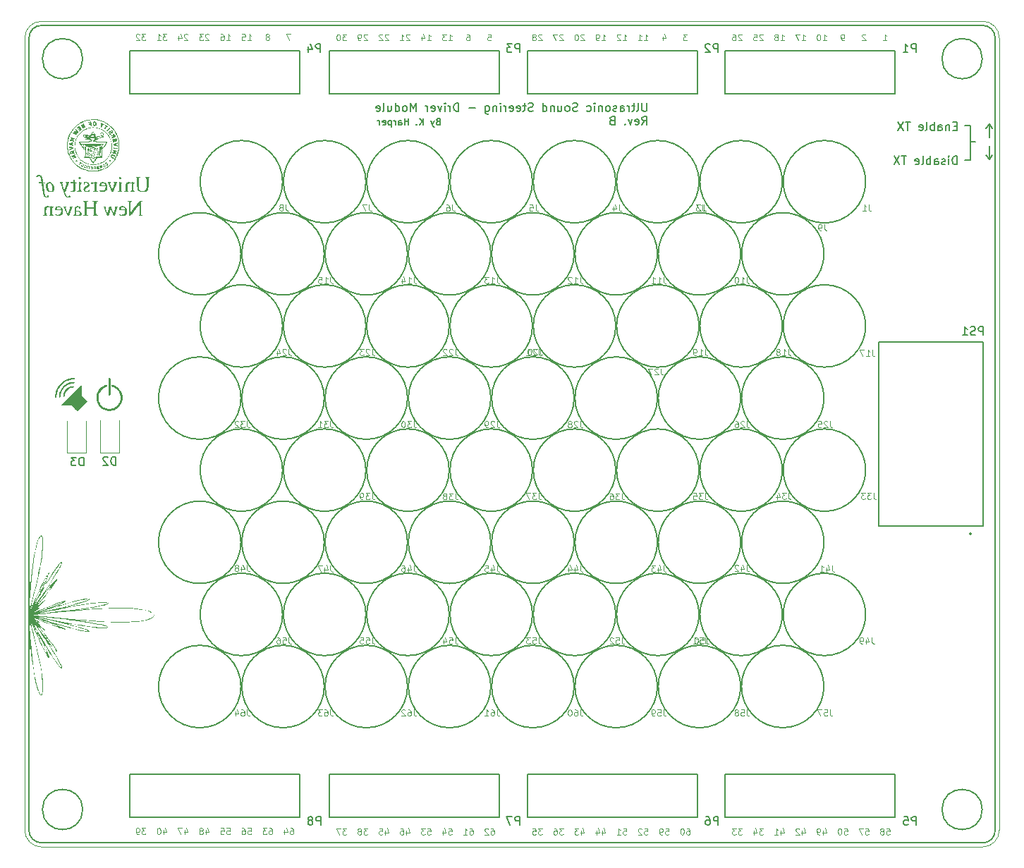
<source format=gbo>
G04 #@! TF.GenerationSoftware,KiCad,Pcbnew,(6.0.10)*
G04 #@! TF.CreationDate,2023-12-11T17:01:48-05:00*
G04 #@! TF.ProjectId,UltrasonicDrive,556c7472-6173-46f6-9e69-634472697665,rev?*
G04 #@! TF.SameCoordinates,Original*
G04 #@! TF.FileFunction,Legend,Bot*
G04 #@! TF.FilePolarity,Positive*
%FSLAX46Y46*%
G04 Gerber Fmt 4.6, Leading zero omitted, Abs format (unit mm)*
G04 Created by KiCad (PCBNEW (6.0.10)) date 2023-12-11 17:01:48*
%MOMM*%
%LPD*%
G01*
G04 APERTURE LIST*
%ADD10C,0.150000*%
G04 #@! TA.AperFunction,Profile*
%ADD11C,0.100000*%
G04 #@! TD*
%ADD12C,0.100000*%
%ADD13C,0.200000*%
%ADD14C,0.127000*%
%ADD15C,0.120000*%
G04 APERTURE END LIST*
D10*
X310659924Y-144107808D02*
X197778066Y-144100000D01*
X276450000Y-49000000D02*
X276450000Y-54150000D01*
X228750000Y-54150000D02*
X208350000Y-54150000D01*
X300200000Y-141000000D02*
X279800000Y-141000000D01*
X202667811Y-140100000D02*
G75*
G03*
X202667811Y-140100000I-2417696J0D01*
G01*
X310659923Y-144107824D02*
G75*
G03*
X312220000Y-142549742I59977J1500024D01*
G01*
X311510000Y-62020000D02*
X311110000Y-61520000D01*
X252650000Y-54150000D02*
X232250000Y-54150000D01*
X276450000Y-54150000D02*
X256050000Y-54150000D01*
X232250000Y-141000000D02*
X232250000Y-135850000D01*
X232250000Y-49000000D02*
X252650000Y-49000000D01*
X252650000Y-135850000D02*
X252650000Y-141000000D01*
X309300000Y-59900000D02*
X309800000Y-59900000D01*
X276450000Y-141000000D02*
X256050000Y-141000000D01*
X312217824Y-47510077D02*
G75*
G03*
X310659742Y-45950000I-1500024J59977D01*
G01*
X294220628Y-45949999D02*
X310659742Y-45950000D01*
X309250000Y-58000000D02*
X309250000Y-62100000D01*
X279800000Y-54150000D02*
X279800000Y-49000000D01*
X232250000Y-135850000D02*
X252650000Y-135850000D01*
X308550000Y-58000000D02*
X309250000Y-58000000D01*
X208350000Y-54150000D02*
X208350000Y-49000000D01*
X309250000Y-62100000D02*
X308550000Y-62100000D01*
X252650000Y-141000000D02*
X232250000Y-141000000D01*
X310667769Y-140100000D02*
G75*
G03*
X310667769Y-140100000I-2417696J0D01*
G01*
X228750000Y-49000000D02*
X228750000Y-54150000D01*
X279800000Y-135850000D02*
X300200000Y-135850000D01*
X256050000Y-54150000D02*
X256050000Y-49000000D01*
X256050000Y-135850000D02*
X276450000Y-135850000D01*
X310667786Y-49950000D02*
G75*
G03*
X310667786Y-49950000I-2417696J0D01*
G01*
X232250000Y-54150000D02*
X232250000Y-49000000D01*
X311510000Y-57820000D02*
X311110000Y-58320000D01*
X311510000Y-59420000D02*
X311510000Y-57820000D01*
X300200000Y-135850000D02*
X300200000Y-141000000D01*
X311510000Y-57820000D02*
X311910000Y-58320000D01*
X228750000Y-141000000D02*
X208350000Y-141000000D01*
X202667774Y-49950000D02*
G75*
G03*
X202667774Y-49950000I-2417696J0D01*
G01*
X197780000Y-45950001D02*
X302219372Y-45949999D01*
X252650000Y-49000000D02*
X252650000Y-54150000D01*
X279800000Y-141000000D02*
X279800000Y-135850000D01*
X197780000Y-45950001D02*
G75*
G03*
X196219924Y-47508067I-60000J-1499999D01*
G01*
X312217808Y-47510076D02*
X312220000Y-142549742D01*
X256050000Y-49000000D02*
X276450000Y-49000000D01*
X311510000Y-60420000D02*
X311510000Y-62020000D01*
X208350000Y-135850000D02*
X228750000Y-135850000D01*
X279800000Y-49000000D02*
X300200000Y-49000000D01*
X196220886Y-142530106D02*
X196219924Y-47508067D01*
X196219976Y-142539923D02*
G75*
G03*
X197778066Y-144100000I1500024J-59977D01*
G01*
X228750000Y-135850000D02*
X228750000Y-141000000D01*
X208350000Y-141000000D02*
X208350000Y-135850000D01*
X300200000Y-49000000D02*
X300200000Y-54150000D01*
X300200000Y-54150000D02*
X279800000Y-54150000D01*
X208350000Y-49000000D02*
X228750000Y-49000000D01*
X311510000Y-62020000D02*
X311910000Y-61520000D01*
X276450000Y-135850000D02*
X276450000Y-141000000D01*
X256050000Y-141000000D02*
X256050000Y-135850000D01*
D11*
X312719114Y-47450000D02*
X312714900Y-142595786D01*
X312719100Y-47450000D02*
G75*
G03*
X310719114Y-45450000I-2000000J0D01*
G01*
X195723314Y-142595786D02*
G75*
G03*
X197723328Y-144595786I1999986J-14D01*
G01*
X195723328Y-142595786D02*
X195723328Y-47454213D01*
X197723328Y-45454213D02*
X310719114Y-45450000D01*
X310714900Y-144595786D02*
X197723328Y-144595786D01*
X310714900Y-144595800D02*
G75*
G03*
X312714900Y-142595786I0J2000000D01*
G01*
X197723328Y-45454228D02*
G75*
G03*
X195723328Y-47454213I-28J-1999972D01*
G01*
D12*
X267517857Y-47764285D02*
X267946428Y-47764285D01*
X267732142Y-47764285D02*
X267732142Y-47014285D01*
X267803571Y-47121428D01*
X267875000Y-47192857D01*
X267946428Y-47228571D01*
X267232142Y-47085714D02*
X267196428Y-47050000D01*
X267125000Y-47014285D01*
X266946428Y-47014285D01*
X266875000Y-47050000D01*
X266839285Y-47085714D01*
X266803571Y-47157142D01*
X266803571Y-47228571D01*
X266839285Y-47335714D01*
X267267857Y-47764285D01*
X266803571Y-47764285D01*
X212767142Y-46989285D02*
X212302857Y-46989285D01*
X212552857Y-47275000D01*
X212445714Y-47275000D01*
X212374285Y-47310714D01*
X212338571Y-47346428D01*
X212302857Y-47417857D01*
X212302857Y-47596428D01*
X212338571Y-47667857D01*
X212374285Y-47703571D01*
X212445714Y-47739285D01*
X212660000Y-47739285D01*
X212731428Y-47703571D01*
X212767142Y-47667857D01*
X211588571Y-47739285D02*
X212017142Y-47739285D01*
X211802857Y-47739285D02*
X211802857Y-46989285D01*
X211874285Y-47096428D01*
X211945714Y-47167857D01*
X212017142Y-47203571D01*
X281786428Y-47085714D02*
X281750714Y-47050000D01*
X281679285Y-47014285D01*
X281500714Y-47014285D01*
X281429285Y-47050000D01*
X281393571Y-47085714D01*
X281357857Y-47157142D01*
X281357857Y-47228571D01*
X281393571Y-47335714D01*
X281822142Y-47764285D01*
X281357857Y-47764285D01*
X280715000Y-47014285D02*
X280857857Y-47014285D01*
X280929285Y-47050000D01*
X280965000Y-47085714D01*
X281036428Y-47192857D01*
X281072142Y-47335714D01*
X281072142Y-47621428D01*
X281036428Y-47692857D01*
X281000714Y-47728571D01*
X280929285Y-47764285D01*
X280786428Y-47764285D01*
X280715000Y-47728571D01*
X280679285Y-47692857D01*
X280643571Y-47621428D01*
X280643571Y-47442857D01*
X280679285Y-47371428D01*
X280715000Y-47335714D01*
X280786428Y-47300000D01*
X280929285Y-47300000D01*
X281000714Y-47335714D01*
X281036428Y-47371428D01*
X281072142Y-47442857D01*
X284362142Y-142364285D02*
X283897857Y-142364285D01*
X284147857Y-142650000D01*
X284040714Y-142650000D01*
X283969285Y-142685714D01*
X283933571Y-142721428D01*
X283897857Y-142792857D01*
X283897857Y-142971428D01*
X283933571Y-143042857D01*
X283969285Y-143078571D01*
X284040714Y-143114285D01*
X284255000Y-143114285D01*
X284326428Y-143078571D01*
X284362142Y-143042857D01*
X283255000Y-142614285D02*
X283255000Y-143114285D01*
X283433571Y-142328571D02*
X283612142Y-142864285D01*
X283147857Y-142864285D01*
X275245000Y-47014285D02*
X274780714Y-47014285D01*
X275030714Y-47300000D01*
X274923571Y-47300000D01*
X274852142Y-47335714D01*
X274816428Y-47371428D01*
X274780714Y-47442857D01*
X274780714Y-47621428D01*
X274816428Y-47692857D01*
X274852142Y-47728571D01*
X274923571Y-47764285D01*
X275137857Y-47764285D01*
X275209285Y-47728571D01*
X275245000Y-47692857D01*
X212767142Y-46989285D02*
X212302857Y-46989285D01*
X212552857Y-47275000D01*
X212445714Y-47275000D01*
X212374285Y-47310714D01*
X212338571Y-47346428D01*
X212302857Y-47417857D01*
X212302857Y-47596428D01*
X212338571Y-47667857D01*
X212374285Y-47703571D01*
X212445714Y-47739285D01*
X212660000Y-47739285D01*
X212731428Y-47703571D01*
X212767142Y-47667857D01*
X211588571Y-47739285D02*
X212017142Y-47739285D01*
X211802857Y-47739285D02*
X211802857Y-46989285D01*
X211874285Y-47096428D01*
X211945714Y-47167857D01*
X212017142Y-47203571D01*
X288977857Y-47764285D02*
X289406428Y-47764285D01*
X289192142Y-47764285D02*
X289192142Y-47014285D01*
X289263571Y-47121428D01*
X289335000Y-47192857D01*
X289406428Y-47228571D01*
X288727857Y-47014285D02*
X288227857Y-47014285D01*
X288549285Y-47764285D01*
D10*
X307630000Y-58028571D02*
X307296666Y-58028571D01*
X307153809Y-58552380D02*
X307630000Y-58552380D01*
X307630000Y-57552380D01*
X307153809Y-57552380D01*
X306725238Y-57885714D02*
X306725238Y-58552380D01*
X306725238Y-57980952D02*
X306677619Y-57933333D01*
X306582380Y-57885714D01*
X306439523Y-57885714D01*
X306344285Y-57933333D01*
X306296666Y-58028571D01*
X306296666Y-58552380D01*
X305391904Y-58552380D02*
X305391904Y-58028571D01*
X305439523Y-57933333D01*
X305534761Y-57885714D01*
X305725238Y-57885714D01*
X305820476Y-57933333D01*
X305391904Y-58504761D02*
X305487142Y-58552380D01*
X305725238Y-58552380D01*
X305820476Y-58504761D01*
X305868095Y-58409523D01*
X305868095Y-58314285D01*
X305820476Y-58219047D01*
X305725238Y-58171428D01*
X305487142Y-58171428D01*
X305391904Y-58123809D01*
X304915714Y-58552380D02*
X304915714Y-57552380D01*
X304915714Y-57933333D02*
X304820476Y-57885714D01*
X304630000Y-57885714D01*
X304534761Y-57933333D01*
X304487142Y-57980952D01*
X304439523Y-58076190D01*
X304439523Y-58361904D01*
X304487142Y-58457142D01*
X304534761Y-58504761D01*
X304630000Y-58552380D01*
X304820476Y-58552380D01*
X304915714Y-58504761D01*
X303868095Y-58552380D02*
X303963333Y-58504761D01*
X304010952Y-58409523D01*
X304010952Y-57552380D01*
X303106190Y-58504761D02*
X303201428Y-58552380D01*
X303391904Y-58552380D01*
X303487142Y-58504761D01*
X303534761Y-58409523D01*
X303534761Y-58028571D01*
X303487142Y-57933333D01*
X303391904Y-57885714D01*
X303201428Y-57885714D01*
X303106190Y-57933333D01*
X303058571Y-58028571D01*
X303058571Y-58123809D01*
X303534761Y-58219047D01*
X302010952Y-57552380D02*
X301439523Y-57552380D01*
X301725238Y-58552380D02*
X301725238Y-57552380D01*
X301201428Y-57552380D02*
X300534761Y-58552380D01*
X300534761Y-57552380D02*
X301201428Y-58552380D01*
D12*
X219958571Y-142339285D02*
X220315714Y-142339285D01*
X220351428Y-142696428D01*
X220315714Y-142660714D01*
X220244285Y-142625000D01*
X220065714Y-142625000D01*
X219994285Y-142660714D01*
X219958571Y-142696428D01*
X219922857Y-142767857D01*
X219922857Y-142946428D01*
X219958571Y-143017857D01*
X219994285Y-143053571D01*
X220065714Y-143089285D01*
X220244285Y-143089285D01*
X220315714Y-143053571D01*
X220351428Y-143017857D01*
X219244285Y-142339285D02*
X219601428Y-142339285D01*
X219637142Y-142696428D01*
X219601428Y-142660714D01*
X219530000Y-142625000D01*
X219351428Y-142625000D01*
X219280000Y-142660714D01*
X219244285Y-142696428D01*
X219208571Y-142767857D01*
X219208571Y-142946428D01*
X219244285Y-143017857D01*
X219280000Y-143053571D01*
X219351428Y-143089285D01*
X219530000Y-143089285D01*
X219601428Y-143053571D01*
X219637142Y-143017857D01*
X227650000Y-46989285D02*
X227150000Y-46989285D01*
X227471428Y-47739285D01*
X260326428Y-47085714D02*
X260290714Y-47050000D01*
X260219285Y-47014285D01*
X260040714Y-47014285D01*
X259969285Y-47050000D01*
X259933571Y-47085714D01*
X259897857Y-47157142D01*
X259897857Y-47228571D01*
X259933571Y-47335714D01*
X260362142Y-47764285D01*
X259897857Y-47764285D01*
X259647857Y-47014285D02*
X259147857Y-47014285D01*
X259469285Y-47764285D01*
X294093571Y-142364285D02*
X294450714Y-142364285D01*
X294486428Y-142721428D01*
X294450714Y-142685714D01*
X294379285Y-142650000D01*
X294200714Y-142650000D01*
X294129285Y-142685714D01*
X294093571Y-142721428D01*
X294057857Y-142792857D01*
X294057857Y-142971428D01*
X294093571Y-143042857D01*
X294129285Y-143078571D01*
X294200714Y-143114285D01*
X294379285Y-143114285D01*
X294450714Y-143078571D01*
X294486428Y-143042857D01*
X293593571Y-142364285D02*
X293522142Y-142364285D01*
X293450714Y-142400000D01*
X293415000Y-142435714D01*
X293379285Y-142507142D01*
X293343571Y-142650000D01*
X293343571Y-142828571D01*
X293379285Y-142971428D01*
X293415000Y-143042857D01*
X293450714Y-143078571D01*
X293522142Y-143114285D01*
X293593571Y-143114285D01*
X293665000Y-143078571D01*
X293700714Y-143042857D01*
X293736428Y-142971428D01*
X293772142Y-142828571D01*
X293772142Y-142650000D01*
X293736428Y-142507142D01*
X293700714Y-142435714D01*
X293665000Y-142400000D01*
X293593571Y-142364285D01*
X260362142Y-142364285D02*
X259897857Y-142364285D01*
X260147857Y-142650000D01*
X260040714Y-142650000D01*
X259969285Y-142685714D01*
X259933571Y-142721428D01*
X259897857Y-142792857D01*
X259897857Y-142971428D01*
X259933571Y-143042857D01*
X259969285Y-143078571D01*
X260040714Y-143114285D01*
X260255000Y-143114285D01*
X260326428Y-143078571D01*
X260362142Y-143042857D01*
X259255000Y-142364285D02*
X259397857Y-142364285D01*
X259469285Y-142400000D01*
X259505000Y-142435714D01*
X259576428Y-142542857D01*
X259612142Y-142685714D01*
X259612142Y-142971428D01*
X259576428Y-143042857D01*
X259540714Y-143078571D01*
X259469285Y-143114285D01*
X259326428Y-143114285D01*
X259255000Y-143078571D01*
X259219285Y-143042857D01*
X259183571Y-142971428D01*
X259183571Y-142792857D01*
X259219285Y-142721428D01*
X259255000Y-142685714D01*
X259326428Y-142650000D01*
X259469285Y-142650000D01*
X259540714Y-142685714D01*
X259576428Y-142721428D01*
X259612142Y-142792857D01*
X241906428Y-47085714D02*
X241870714Y-47050000D01*
X241799285Y-47014285D01*
X241620714Y-47014285D01*
X241549285Y-47050000D01*
X241513571Y-47085714D01*
X241477857Y-47157142D01*
X241477857Y-47228571D01*
X241513571Y-47335714D01*
X241942142Y-47764285D01*
X241477857Y-47764285D01*
X240763571Y-47764285D02*
X241192142Y-47764285D01*
X240977857Y-47764285D02*
X240977857Y-47014285D01*
X241049285Y-47121428D01*
X241120714Y-47192857D01*
X241192142Y-47228571D01*
X291517857Y-47764285D02*
X291946428Y-47764285D01*
X291732142Y-47764285D02*
X291732142Y-47014285D01*
X291803571Y-47121428D01*
X291875000Y-47192857D01*
X291946428Y-47228571D01*
X291053571Y-47014285D02*
X290982142Y-47014285D01*
X290910714Y-47050000D01*
X290875000Y-47085714D01*
X290839285Y-47157142D01*
X290803571Y-47300000D01*
X290803571Y-47478571D01*
X290839285Y-47621428D01*
X290875000Y-47692857D01*
X290910714Y-47728571D01*
X290982142Y-47764285D01*
X291053571Y-47764285D01*
X291125000Y-47728571D01*
X291160714Y-47692857D01*
X291196428Y-47621428D01*
X291232142Y-47478571D01*
X291232142Y-47300000D01*
X291196428Y-47157142D01*
X291160714Y-47085714D01*
X291125000Y-47050000D01*
X291053571Y-47014285D01*
X244053571Y-142364285D02*
X244410714Y-142364285D01*
X244446428Y-142721428D01*
X244410714Y-142685714D01*
X244339285Y-142650000D01*
X244160714Y-142650000D01*
X244089285Y-142685714D01*
X244053571Y-142721428D01*
X244017857Y-142792857D01*
X244017857Y-142971428D01*
X244053571Y-143042857D01*
X244089285Y-143078571D01*
X244160714Y-143114285D01*
X244339285Y-143114285D01*
X244410714Y-143078571D01*
X244446428Y-143042857D01*
X243767857Y-142364285D02*
X243303571Y-142364285D01*
X243553571Y-142650000D01*
X243446428Y-142650000D01*
X243375000Y-142685714D01*
X243339285Y-142721428D01*
X243303571Y-142792857D01*
X243303571Y-142971428D01*
X243339285Y-143042857D01*
X243375000Y-143078571D01*
X243446428Y-143114285D01*
X243660714Y-143114285D01*
X243732142Y-143078571D01*
X243767857Y-143042857D01*
X225074285Y-142339285D02*
X225217142Y-142339285D01*
X225288571Y-142375000D01*
X225324285Y-142410714D01*
X225395714Y-142517857D01*
X225431428Y-142660714D01*
X225431428Y-142946428D01*
X225395714Y-143017857D01*
X225360000Y-143053571D01*
X225288571Y-143089285D01*
X225145714Y-143089285D01*
X225074285Y-143053571D01*
X225038571Y-143017857D01*
X225002857Y-142946428D01*
X225002857Y-142767857D01*
X225038571Y-142696428D01*
X225074285Y-142660714D01*
X225145714Y-142625000D01*
X225288571Y-142625000D01*
X225360000Y-142660714D01*
X225395714Y-142696428D01*
X225431428Y-142767857D01*
X224752857Y-142339285D02*
X224288571Y-142339285D01*
X224538571Y-142625000D01*
X224431428Y-142625000D01*
X224360000Y-142660714D01*
X224324285Y-142696428D01*
X224288571Y-142767857D01*
X224288571Y-142946428D01*
X224324285Y-143017857D01*
X224360000Y-143053571D01*
X224431428Y-143089285D01*
X224645714Y-143089285D01*
X224717142Y-143053571D01*
X224752857Y-143017857D01*
D10*
X307638095Y-62652380D02*
X307638095Y-61652380D01*
X307400000Y-61652380D01*
X307257142Y-61700000D01*
X307161904Y-61795238D01*
X307114285Y-61890476D01*
X307066666Y-62080952D01*
X307066666Y-62223809D01*
X307114285Y-62414285D01*
X307161904Y-62509523D01*
X307257142Y-62604761D01*
X307400000Y-62652380D01*
X307638095Y-62652380D01*
X306638095Y-62652380D02*
X306638095Y-61985714D01*
X306638095Y-61652380D02*
X306685714Y-61700000D01*
X306638095Y-61747619D01*
X306590476Y-61700000D01*
X306638095Y-61652380D01*
X306638095Y-61747619D01*
X306209523Y-62604761D02*
X306114285Y-62652380D01*
X305923809Y-62652380D01*
X305828571Y-62604761D01*
X305780952Y-62509523D01*
X305780952Y-62461904D01*
X305828571Y-62366666D01*
X305923809Y-62319047D01*
X306066666Y-62319047D01*
X306161904Y-62271428D01*
X306209523Y-62176190D01*
X306209523Y-62128571D01*
X306161904Y-62033333D01*
X306066666Y-61985714D01*
X305923809Y-61985714D01*
X305828571Y-62033333D01*
X304923809Y-62652380D02*
X304923809Y-62128571D01*
X304971428Y-62033333D01*
X305066666Y-61985714D01*
X305257142Y-61985714D01*
X305352380Y-62033333D01*
X304923809Y-62604761D02*
X305019047Y-62652380D01*
X305257142Y-62652380D01*
X305352380Y-62604761D01*
X305400000Y-62509523D01*
X305400000Y-62414285D01*
X305352380Y-62319047D01*
X305257142Y-62271428D01*
X305019047Y-62271428D01*
X304923809Y-62223809D01*
X304447619Y-62652380D02*
X304447619Y-61652380D01*
X304447619Y-62033333D02*
X304352380Y-61985714D01*
X304161904Y-61985714D01*
X304066666Y-62033333D01*
X304019047Y-62080952D01*
X303971428Y-62176190D01*
X303971428Y-62461904D01*
X304019047Y-62557142D01*
X304066666Y-62604761D01*
X304161904Y-62652380D01*
X304352380Y-62652380D01*
X304447619Y-62604761D01*
X303400000Y-62652380D02*
X303495238Y-62604761D01*
X303542857Y-62509523D01*
X303542857Y-61652380D01*
X302638095Y-62604761D02*
X302733333Y-62652380D01*
X302923809Y-62652380D01*
X303019047Y-62604761D01*
X303066666Y-62509523D01*
X303066666Y-62128571D01*
X303019047Y-62033333D01*
X302923809Y-61985714D01*
X302733333Y-61985714D01*
X302638095Y-62033333D01*
X302590476Y-62128571D01*
X302590476Y-62223809D01*
X303066666Y-62319047D01*
X301542857Y-61652380D02*
X300971428Y-61652380D01*
X301257142Y-62652380D02*
X301257142Y-61652380D01*
X300733333Y-61652380D02*
X300066666Y-62652380D01*
X300066666Y-61652380D02*
X300733333Y-62652380D01*
D12*
X249169285Y-142364285D02*
X249312142Y-142364285D01*
X249383571Y-142400000D01*
X249419285Y-142435714D01*
X249490714Y-142542857D01*
X249526428Y-142685714D01*
X249526428Y-142971428D01*
X249490714Y-143042857D01*
X249455000Y-143078571D01*
X249383571Y-143114285D01*
X249240714Y-143114285D01*
X249169285Y-143078571D01*
X249133571Y-143042857D01*
X249097857Y-142971428D01*
X249097857Y-142792857D01*
X249133571Y-142721428D01*
X249169285Y-142685714D01*
X249240714Y-142650000D01*
X249383571Y-142650000D01*
X249455000Y-142685714D01*
X249490714Y-142721428D01*
X249526428Y-142792857D01*
X248383571Y-143114285D02*
X248812142Y-143114285D01*
X248597857Y-143114285D02*
X248597857Y-142364285D01*
X248669285Y-142471428D01*
X248740714Y-142542857D01*
X248812142Y-142578571D01*
X244017857Y-47764285D02*
X244446428Y-47764285D01*
X244232142Y-47764285D02*
X244232142Y-47014285D01*
X244303571Y-47121428D01*
X244375000Y-47192857D01*
X244446428Y-47228571D01*
X243375000Y-47264285D02*
X243375000Y-47764285D01*
X243553571Y-46978571D02*
X243732142Y-47514285D01*
X243267857Y-47514285D01*
X217454285Y-142589285D02*
X217454285Y-143089285D01*
X217632857Y-142303571D02*
X217811428Y-142839285D01*
X217347142Y-142839285D01*
X216954285Y-142660714D02*
X217025714Y-142625000D01*
X217061428Y-142589285D01*
X217097142Y-142517857D01*
X217097142Y-142482142D01*
X217061428Y-142410714D01*
X217025714Y-142375000D01*
X216954285Y-142339285D01*
X216811428Y-142339285D01*
X216740000Y-142375000D01*
X216704285Y-142410714D01*
X216668571Y-142482142D01*
X216668571Y-142517857D01*
X216704285Y-142589285D01*
X216740000Y-142625000D01*
X216811428Y-142660714D01*
X216954285Y-142660714D01*
X217025714Y-142696428D01*
X217061428Y-142732142D01*
X217097142Y-142803571D01*
X217097142Y-142946428D01*
X217061428Y-143017857D01*
X217025714Y-143053571D01*
X216954285Y-143089285D01*
X216811428Y-143089285D01*
X216740000Y-143053571D01*
X216704285Y-143017857D01*
X216668571Y-142946428D01*
X216668571Y-142803571D01*
X216704285Y-142732142D01*
X216740000Y-142696428D01*
X216811428Y-142660714D01*
X275245000Y-47014285D02*
X274780714Y-47014285D01*
X275030714Y-47300000D01*
X274923571Y-47300000D01*
X274852142Y-47335714D01*
X274816428Y-47371428D01*
X274780714Y-47442857D01*
X274780714Y-47621428D01*
X274816428Y-47692857D01*
X274852142Y-47728571D01*
X274923571Y-47764285D01*
X275137857Y-47764285D01*
X275209285Y-47728571D01*
X275245000Y-47692857D01*
X236862142Y-142364285D02*
X236397857Y-142364285D01*
X236647857Y-142650000D01*
X236540714Y-142650000D01*
X236469285Y-142685714D01*
X236433571Y-142721428D01*
X236397857Y-142792857D01*
X236397857Y-142971428D01*
X236433571Y-143042857D01*
X236469285Y-143078571D01*
X236540714Y-143114285D01*
X236755000Y-143114285D01*
X236826428Y-143078571D01*
X236862142Y-143042857D01*
X235969285Y-142685714D02*
X236040714Y-142650000D01*
X236076428Y-142614285D01*
X236112142Y-142542857D01*
X236112142Y-142507142D01*
X236076428Y-142435714D01*
X236040714Y-142400000D01*
X235969285Y-142364285D01*
X235826428Y-142364285D01*
X235755000Y-142400000D01*
X235719285Y-142435714D01*
X235683571Y-142507142D01*
X235683571Y-142542857D01*
X235719285Y-142614285D01*
X235755000Y-142650000D01*
X235826428Y-142685714D01*
X235969285Y-142685714D01*
X236040714Y-142721428D01*
X236076428Y-142757142D01*
X236112142Y-142828571D01*
X236112142Y-142971428D01*
X236076428Y-143042857D01*
X236040714Y-143078571D01*
X235969285Y-143114285D01*
X235826428Y-143114285D01*
X235755000Y-143078571D01*
X235719285Y-143042857D01*
X235683571Y-142971428D01*
X235683571Y-142828571D01*
X235719285Y-142757142D01*
X235755000Y-142721428D01*
X235826428Y-142685714D01*
X272312142Y-47264285D02*
X272312142Y-47764285D01*
X272490714Y-46978571D02*
X272669285Y-47514285D01*
X272205000Y-47514285D01*
X257786428Y-47085714D02*
X257750714Y-47050000D01*
X257679285Y-47014285D01*
X257500714Y-47014285D01*
X257429285Y-47050000D01*
X257393571Y-47085714D01*
X257357857Y-47157142D01*
X257357857Y-47228571D01*
X257393571Y-47335714D01*
X257822142Y-47764285D01*
X257357857Y-47764285D01*
X256929285Y-47335714D02*
X257000714Y-47300000D01*
X257036428Y-47264285D01*
X257072142Y-47192857D01*
X257072142Y-47157142D01*
X257036428Y-47085714D01*
X257000714Y-47050000D01*
X256929285Y-47014285D01*
X256786428Y-47014285D01*
X256715000Y-47050000D01*
X256679285Y-47085714D01*
X256643571Y-47157142D01*
X256643571Y-47192857D01*
X256679285Y-47264285D01*
X256715000Y-47300000D01*
X256786428Y-47335714D01*
X256929285Y-47335714D01*
X257000714Y-47371428D01*
X257036428Y-47407142D01*
X257072142Y-47478571D01*
X257072142Y-47621428D01*
X257036428Y-47692857D01*
X257000714Y-47728571D01*
X256929285Y-47764285D01*
X256786428Y-47764285D01*
X256715000Y-47728571D01*
X256679285Y-47692857D01*
X256643571Y-47621428D01*
X256643571Y-47478571D01*
X256679285Y-47407142D01*
X256715000Y-47371428D01*
X256786428Y-47335714D01*
X298780714Y-47764285D02*
X299209285Y-47764285D01*
X298995000Y-47764285D02*
X298995000Y-47014285D01*
X299066428Y-47121428D01*
X299137857Y-47192857D01*
X299209285Y-47228571D01*
X215271428Y-47060714D02*
X215235714Y-47025000D01*
X215164285Y-46989285D01*
X214985714Y-46989285D01*
X214914285Y-47025000D01*
X214878571Y-47060714D01*
X214842857Y-47132142D01*
X214842857Y-47203571D01*
X214878571Y-47310714D01*
X215307142Y-47739285D01*
X214842857Y-47739285D01*
X214200000Y-47239285D02*
X214200000Y-47739285D01*
X214378571Y-46953571D02*
X214557142Y-47489285D01*
X214092857Y-47489285D01*
X262866428Y-47085714D02*
X262830714Y-47050000D01*
X262759285Y-47014285D01*
X262580714Y-47014285D01*
X262509285Y-47050000D01*
X262473571Y-47085714D01*
X262437857Y-47157142D01*
X262437857Y-47228571D01*
X262473571Y-47335714D01*
X262902142Y-47764285D01*
X262437857Y-47764285D01*
X261973571Y-47014285D02*
X261902142Y-47014285D01*
X261830714Y-47050000D01*
X261795000Y-47085714D01*
X261759285Y-47157142D01*
X261723571Y-47300000D01*
X261723571Y-47478571D01*
X261759285Y-47621428D01*
X261795000Y-47692857D01*
X261830714Y-47728571D01*
X261902142Y-47764285D01*
X261973571Y-47764285D01*
X262045000Y-47728571D01*
X262080714Y-47692857D01*
X262116428Y-47621428D01*
X262152142Y-47478571D01*
X262152142Y-47300000D01*
X262116428Y-47157142D01*
X262080714Y-47085714D01*
X262045000Y-47050000D01*
X261973571Y-47014285D01*
X275209285Y-142364285D02*
X275352142Y-142364285D01*
X275423571Y-142400000D01*
X275459285Y-142435714D01*
X275530714Y-142542857D01*
X275566428Y-142685714D01*
X275566428Y-142971428D01*
X275530714Y-143042857D01*
X275495000Y-143078571D01*
X275423571Y-143114285D01*
X275280714Y-143114285D01*
X275209285Y-143078571D01*
X275173571Y-143042857D01*
X275137857Y-142971428D01*
X275137857Y-142792857D01*
X275173571Y-142721428D01*
X275209285Y-142685714D01*
X275280714Y-142650000D01*
X275423571Y-142650000D01*
X275495000Y-142685714D01*
X275530714Y-142721428D01*
X275566428Y-142792857D01*
X274673571Y-142364285D02*
X274602142Y-142364285D01*
X274530714Y-142400000D01*
X274495000Y-142435714D01*
X274459285Y-142507142D01*
X274423571Y-142650000D01*
X274423571Y-142828571D01*
X274459285Y-142971428D01*
X274495000Y-143042857D01*
X274530714Y-143078571D01*
X274602142Y-143114285D01*
X274673571Y-143114285D01*
X274745000Y-143078571D01*
X274780714Y-143042857D01*
X274816428Y-142971428D01*
X274852142Y-142828571D01*
X274852142Y-142650000D01*
X274816428Y-142507142D01*
X274780714Y-142435714D01*
X274745000Y-142400000D01*
X274673571Y-142364285D01*
X270093571Y-142364285D02*
X270450714Y-142364285D01*
X270486428Y-142721428D01*
X270450714Y-142685714D01*
X270379285Y-142650000D01*
X270200714Y-142650000D01*
X270129285Y-142685714D01*
X270093571Y-142721428D01*
X270057857Y-142792857D01*
X270057857Y-142971428D01*
X270093571Y-143042857D01*
X270129285Y-143078571D01*
X270200714Y-143114285D01*
X270379285Y-143114285D01*
X270450714Y-143078571D01*
X270486428Y-143042857D01*
X269772142Y-142435714D02*
X269736428Y-142400000D01*
X269665000Y-142364285D01*
X269486428Y-142364285D01*
X269415000Y-142400000D01*
X269379285Y-142435714D01*
X269343571Y-142507142D01*
X269343571Y-142578571D01*
X269379285Y-142685714D01*
X269807857Y-143114285D01*
X269343571Y-143114285D01*
X244017857Y-47764285D02*
X244446428Y-47764285D01*
X244232142Y-47764285D02*
X244232142Y-47014285D01*
X244303571Y-47121428D01*
X244375000Y-47192857D01*
X244446428Y-47228571D01*
X243375000Y-47264285D02*
X243375000Y-47764285D01*
X243553571Y-46978571D02*
X243732142Y-47514285D01*
X243267857Y-47514285D01*
X288977857Y-47764285D02*
X289406428Y-47764285D01*
X289192142Y-47764285D02*
X289192142Y-47014285D01*
X289263571Y-47121428D01*
X289335000Y-47192857D01*
X289406428Y-47228571D01*
X288727857Y-47014285D02*
X288227857Y-47014285D01*
X288549285Y-47764285D01*
X284326428Y-47085714D02*
X284290714Y-47050000D01*
X284219285Y-47014285D01*
X284040714Y-47014285D01*
X283969285Y-47050000D01*
X283933571Y-47085714D01*
X283897857Y-47157142D01*
X283897857Y-47228571D01*
X283933571Y-47335714D01*
X284362142Y-47764285D01*
X283897857Y-47764285D01*
X283219285Y-47014285D02*
X283576428Y-47014285D01*
X283612142Y-47371428D01*
X283576428Y-47335714D01*
X283505000Y-47300000D01*
X283326428Y-47300000D01*
X283255000Y-47335714D01*
X283219285Y-47371428D01*
X283183571Y-47442857D01*
X283183571Y-47621428D01*
X283219285Y-47692857D01*
X283255000Y-47728571D01*
X283326428Y-47764285D01*
X283505000Y-47764285D01*
X283576428Y-47728571D01*
X283612142Y-47692857D01*
X248812142Y-47014285D02*
X248955000Y-47014285D01*
X249026428Y-47050000D01*
X249062142Y-47085714D01*
X249133571Y-47192857D01*
X249169285Y-47335714D01*
X249169285Y-47621428D01*
X249133571Y-47692857D01*
X249097857Y-47728571D01*
X249026428Y-47764285D01*
X248883571Y-47764285D01*
X248812142Y-47728571D01*
X248776428Y-47692857D01*
X248740714Y-47621428D01*
X248740714Y-47442857D01*
X248776428Y-47371428D01*
X248812142Y-47335714D01*
X248883571Y-47300000D01*
X249026428Y-47300000D01*
X249097857Y-47335714D01*
X249133571Y-47371428D01*
X249169285Y-47442857D01*
X236862142Y-142364285D02*
X236397857Y-142364285D01*
X236647857Y-142650000D01*
X236540714Y-142650000D01*
X236469285Y-142685714D01*
X236433571Y-142721428D01*
X236397857Y-142792857D01*
X236397857Y-142971428D01*
X236433571Y-143042857D01*
X236469285Y-143078571D01*
X236540714Y-143114285D01*
X236755000Y-143114285D01*
X236826428Y-143078571D01*
X236862142Y-143042857D01*
X235969285Y-142685714D02*
X236040714Y-142650000D01*
X236076428Y-142614285D01*
X236112142Y-142542857D01*
X236112142Y-142507142D01*
X236076428Y-142435714D01*
X236040714Y-142400000D01*
X235969285Y-142364285D01*
X235826428Y-142364285D01*
X235755000Y-142400000D01*
X235719285Y-142435714D01*
X235683571Y-142507142D01*
X235683571Y-142542857D01*
X235719285Y-142614285D01*
X235755000Y-142650000D01*
X235826428Y-142685714D01*
X235969285Y-142685714D01*
X236040714Y-142721428D01*
X236076428Y-142757142D01*
X236112142Y-142828571D01*
X236112142Y-142971428D01*
X236076428Y-143042857D01*
X236040714Y-143078571D01*
X235969285Y-143114285D01*
X235826428Y-143114285D01*
X235755000Y-143078571D01*
X235719285Y-143042857D01*
X235683571Y-142971428D01*
X235683571Y-142828571D01*
X235719285Y-142757142D01*
X235755000Y-142721428D01*
X235826428Y-142685714D01*
X222462857Y-47739285D02*
X222891428Y-47739285D01*
X222677142Y-47739285D02*
X222677142Y-46989285D01*
X222748571Y-47096428D01*
X222820000Y-47167857D01*
X222891428Y-47203571D01*
X221784285Y-46989285D02*
X222141428Y-46989285D01*
X222177142Y-47346428D01*
X222141428Y-47310714D01*
X222070000Y-47275000D01*
X221891428Y-47275000D01*
X221820000Y-47310714D01*
X221784285Y-47346428D01*
X221748571Y-47417857D01*
X221748571Y-47596428D01*
X221784285Y-47667857D01*
X221820000Y-47703571D01*
X221891428Y-47739285D01*
X222070000Y-47739285D01*
X222141428Y-47703571D01*
X222177142Y-47667857D01*
X246593571Y-142364285D02*
X246950714Y-142364285D01*
X246986428Y-142721428D01*
X246950714Y-142685714D01*
X246879285Y-142650000D01*
X246700714Y-142650000D01*
X246629285Y-142685714D01*
X246593571Y-142721428D01*
X246557857Y-142792857D01*
X246557857Y-142971428D01*
X246593571Y-143042857D01*
X246629285Y-143078571D01*
X246700714Y-143114285D01*
X246879285Y-143114285D01*
X246950714Y-143078571D01*
X246986428Y-143042857D01*
X245915000Y-142614285D02*
X245915000Y-143114285D01*
X246093571Y-142328571D02*
X246272142Y-142864285D01*
X245807857Y-142864285D01*
X217454285Y-142589285D02*
X217454285Y-143089285D01*
X217632857Y-142303571D02*
X217811428Y-142839285D01*
X217347142Y-142839285D01*
X216954285Y-142660714D02*
X217025714Y-142625000D01*
X217061428Y-142589285D01*
X217097142Y-142517857D01*
X217097142Y-142482142D01*
X217061428Y-142410714D01*
X217025714Y-142375000D01*
X216954285Y-142339285D01*
X216811428Y-142339285D01*
X216740000Y-142375000D01*
X216704285Y-142410714D01*
X216668571Y-142482142D01*
X216668571Y-142517857D01*
X216704285Y-142589285D01*
X216740000Y-142625000D01*
X216811428Y-142660714D01*
X216954285Y-142660714D01*
X217025714Y-142696428D01*
X217061428Y-142732142D01*
X217097142Y-142803571D01*
X217097142Y-142946428D01*
X217061428Y-143017857D01*
X217025714Y-143053571D01*
X216954285Y-143089285D01*
X216811428Y-143089285D01*
X216740000Y-143053571D01*
X216704285Y-143017857D01*
X216668571Y-142946428D01*
X216668571Y-142803571D01*
X216704285Y-142732142D01*
X216740000Y-142696428D01*
X216811428Y-142660714D01*
X265049285Y-142614285D02*
X265049285Y-143114285D01*
X265227857Y-142328571D02*
X265406428Y-142864285D01*
X264942142Y-142864285D01*
X264335000Y-142614285D02*
X264335000Y-143114285D01*
X264513571Y-142328571D02*
X264692142Y-142864285D01*
X264227857Y-142864285D01*
X227650000Y-46989285D02*
X227150000Y-46989285D01*
X227471428Y-47739285D01*
X294057857Y-47764285D02*
X293915000Y-47764285D01*
X293843571Y-47728571D01*
X293807857Y-47692857D01*
X293736428Y-47585714D01*
X293700714Y-47442857D01*
X293700714Y-47157142D01*
X293736428Y-47085714D01*
X293772142Y-47050000D01*
X293843571Y-47014285D01*
X293986428Y-47014285D01*
X294057857Y-47050000D01*
X294093571Y-47085714D01*
X294129285Y-47157142D01*
X294129285Y-47335714D01*
X294093571Y-47407142D01*
X294057857Y-47442857D01*
X293986428Y-47478571D01*
X293843571Y-47478571D01*
X293772142Y-47442857D01*
X293736428Y-47407142D01*
X293700714Y-47335714D01*
X212374285Y-142589285D02*
X212374285Y-143089285D01*
X212552857Y-142303571D02*
X212731428Y-142839285D01*
X212267142Y-142839285D01*
X211838571Y-142339285D02*
X211767142Y-142339285D01*
X211695714Y-142375000D01*
X211660000Y-142410714D01*
X211624285Y-142482142D01*
X211588571Y-142625000D01*
X211588571Y-142803571D01*
X211624285Y-142946428D01*
X211660000Y-143017857D01*
X211695714Y-143053571D01*
X211767142Y-143089285D01*
X211838571Y-143089285D01*
X211910000Y-143053571D01*
X211945714Y-143017857D01*
X211981428Y-142946428D01*
X212017142Y-142803571D01*
X212017142Y-142625000D01*
X211981428Y-142482142D01*
X211945714Y-142410714D01*
X211910000Y-142375000D01*
X211838571Y-142339285D01*
X270057857Y-47764285D02*
X270486428Y-47764285D01*
X270272142Y-47764285D02*
X270272142Y-47014285D01*
X270343571Y-47121428D01*
X270415000Y-47192857D01*
X270486428Y-47228571D01*
X269343571Y-47764285D02*
X269772142Y-47764285D01*
X269557857Y-47764285D02*
X269557857Y-47014285D01*
X269629285Y-47121428D01*
X269700714Y-47192857D01*
X269772142Y-47228571D01*
X296669285Y-47085714D02*
X296633571Y-47050000D01*
X296562142Y-47014285D01*
X296383571Y-47014285D01*
X296312142Y-47050000D01*
X296276428Y-47085714D01*
X296240714Y-47157142D01*
X296240714Y-47228571D01*
X296276428Y-47335714D01*
X296705000Y-47764285D01*
X296240714Y-47764285D01*
X286509285Y-142614285D02*
X286509285Y-143114285D01*
X286687857Y-142328571D02*
X286866428Y-142864285D01*
X286402142Y-142864285D01*
X285723571Y-143114285D02*
X286152142Y-143114285D01*
X285937857Y-143114285D02*
X285937857Y-142364285D01*
X286009285Y-142471428D01*
X286080714Y-142542857D01*
X286152142Y-142578571D01*
X222498571Y-142339285D02*
X222855714Y-142339285D01*
X222891428Y-142696428D01*
X222855714Y-142660714D01*
X222784285Y-142625000D01*
X222605714Y-142625000D01*
X222534285Y-142660714D01*
X222498571Y-142696428D01*
X222462857Y-142767857D01*
X222462857Y-142946428D01*
X222498571Y-143017857D01*
X222534285Y-143053571D01*
X222605714Y-143089285D01*
X222784285Y-143089285D01*
X222855714Y-143053571D01*
X222891428Y-143017857D01*
X221820000Y-142339285D02*
X221962857Y-142339285D01*
X222034285Y-142375000D01*
X222070000Y-142410714D01*
X222141428Y-142517857D01*
X222177142Y-142660714D01*
X222177142Y-142946428D01*
X222141428Y-143017857D01*
X222105714Y-143053571D01*
X222034285Y-143089285D01*
X221891428Y-143089285D01*
X221820000Y-143053571D01*
X221784285Y-143017857D01*
X221748571Y-142946428D01*
X221748571Y-142767857D01*
X221784285Y-142696428D01*
X221820000Y-142660714D01*
X221891428Y-142625000D01*
X222034285Y-142625000D01*
X222105714Y-142660714D01*
X222141428Y-142696428D01*
X222177142Y-142767857D01*
X234322142Y-142364285D02*
X233857857Y-142364285D01*
X234107857Y-142650000D01*
X234000714Y-142650000D01*
X233929285Y-142685714D01*
X233893571Y-142721428D01*
X233857857Y-142792857D01*
X233857857Y-142971428D01*
X233893571Y-143042857D01*
X233929285Y-143078571D01*
X234000714Y-143114285D01*
X234215000Y-143114285D01*
X234286428Y-143078571D01*
X234322142Y-143042857D01*
X233607857Y-142364285D02*
X233107857Y-142364285D01*
X233429285Y-143114285D01*
X296633571Y-142364285D02*
X296990714Y-142364285D01*
X297026428Y-142721428D01*
X296990714Y-142685714D01*
X296919285Y-142650000D01*
X296740714Y-142650000D01*
X296669285Y-142685714D01*
X296633571Y-142721428D01*
X296597857Y-142792857D01*
X296597857Y-142971428D01*
X296633571Y-143042857D01*
X296669285Y-143078571D01*
X296740714Y-143114285D01*
X296919285Y-143114285D01*
X296990714Y-143078571D01*
X297026428Y-143042857D01*
X296347857Y-142364285D02*
X295847857Y-142364285D01*
X296169285Y-143114285D01*
X281786428Y-47085714D02*
X281750714Y-47050000D01*
X281679285Y-47014285D01*
X281500714Y-47014285D01*
X281429285Y-47050000D01*
X281393571Y-47085714D01*
X281357857Y-47157142D01*
X281357857Y-47228571D01*
X281393571Y-47335714D01*
X281822142Y-47764285D01*
X281357857Y-47764285D01*
X280715000Y-47014285D02*
X280857857Y-47014285D01*
X280929285Y-47050000D01*
X280965000Y-47085714D01*
X281036428Y-47192857D01*
X281072142Y-47335714D01*
X281072142Y-47621428D01*
X281036428Y-47692857D01*
X281000714Y-47728571D01*
X280929285Y-47764285D01*
X280786428Y-47764285D01*
X280715000Y-47728571D01*
X280679285Y-47692857D01*
X280643571Y-47621428D01*
X280643571Y-47442857D01*
X280679285Y-47371428D01*
X280715000Y-47335714D01*
X280786428Y-47300000D01*
X280929285Y-47300000D01*
X281000714Y-47335714D01*
X281036428Y-47371428D01*
X281072142Y-47442857D01*
X234322142Y-142364285D02*
X233857857Y-142364285D01*
X234107857Y-142650000D01*
X234000714Y-142650000D01*
X233929285Y-142685714D01*
X233893571Y-142721428D01*
X233857857Y-142792857D01*
X233857857Y-142971428D01*
X233893571Y-143042857D01*
X233929285Y-143078571D01*
X234000714Y-143114285D01*
X234215000Y-143114285D01*
X234286428Y-143078571D01*
X234322142Y-143042857D01*
X233607857Y-142364285D02*
X233107857Y-142364285D01*
X233429285Y-143114285D01*
X265049285Y-142614285D02*
X265049285Y-143114285D01*
X265227857Y-142328571D02*
X265406428Y-142864285D01*
X264942142Y-142864285D01*
X264335000Y-142614285D02*
X264335000Y-143114285D01*
X264513571Y-142328571D02*
X264692142Y-142864285D01*
X264227857Y-142864285D01*
X214914285Y-142589285D02*
X214914285Y-143089285D01*
X215092857Y-142303571D02*
X215271428Y-142839285D01*
X214807142Y-142839285D01*
X214592857Y-142339285D02*
X214092857Y-142339285D01*
X214414285Y-143089285D01*
X227614285Y-142339285D02*
X227757142Y-142339285D01*
X227828571Y-142375000D01*
X227864285Y-142410714D01*
X227935714Y-142517857D01*
X227971428Y-142660714D01*
X227971428Y-142946428D01*
X227935714Y-143017857D01*
X227900000Y-143053571D01*
X227828571Y-143089285D01*
X227685714Y-143089285D01*
X227614285Y-143053571D01*
X227578571Y-143017857D01*
X227542857Y-142946428D01*
X227542857Y-142767857D01*
X227578571Y-142696428D01*
X227614285Y-142660714D01*
X227685714Y-142625000D01*
X227828571Y-142625000D01*
X227900000Y-142660714D01*
X227935714Y-142696428D01*
X227971428Y-142767857D01*
X226900000Y-142589285D02*
X226900000Y-143089285D01*
X227078571Y-142303571D02*
X227257142Y-142839285D01*
X226792857Y-142839285D01*
X272633571Y-142364285D02*
X272990714Y-142364285D01*
X273026428Y-142721428D01*
X272990714Y-142685714D01*
X272919285Y-142650000D01*
X272740714Y-142650000D01*
X272669285Y-142685714D01*
X272633571Y-142721428D01*
X272597857Y-142792857D01*
X272597857Y-142971428D01*
X272633571Y-143042857D01*
X272669285Y-143078571D01*
X272740714Y-143114285D01*
X272919285Y-143114285D01*
X272990714Y-143078571D01*
X273026428Y-143042857D01*
X272240714Y-143114285D02*
X272097857Y-143114285D01*
X272026428Y-143078571D01*
X271990714Y-143042857D01*
X271919285Y-142935714D01*
X271883571Y-142792857D01*
X271883571Y-142507142D01*
X271919285Y-142435714D01*
X271955000Y-142400000D01*
X272026428Y-142364285D01*
X272169285Y-142364285D01*
X272240714Y-142400000D01*
X272276428Y-142435714D01*
X272312142Y-142507142D01*
X272312142Y-142685714D01*
X272276428Y-142757142D01*
X272240714Y-142792857D01*
X272169285Y-142828571D01*
X272026428Y-142828571D01*
X271955000Y-142792857D01*
X271919285Y-142757142D01*
X271883571Y-142685714D01*
X224931428Y-47310714D02*
X225002857Y-47275000D01*
X225038571Y-47239285D01*
X225074285Y-47167857D01*
X225074285Y-47132142D01*
X225038571Y-47060714D01*
X225002857Y-47025000D01*
X224931428Y-46989285D01*
X224788571Y-46989285D01*
X224717142Y-47025000D01*
X224681428Y-47060714D01*
X224645714Y-47132142D01*
X224645714Y-47167857D01*
X224681428Y-47239285D01*
X224717142Y-47275000D01*
X224788571Y-47310714D01*
X224931428Y-47310714D01*
X225002857Y-47346428D01*
X225038571Y-47382142D01*
X225074285Y-47453571D01*
X225074285Y-47596428D01*
X225038571Y-47667857D01*
X225002857Y-47703571D01*
X224931428Y-47739285D01*
X224788571Y-47739285D01*
X224717142Y-47703571D01*
X224681428Y-47667857D01*
X224645714Y-47596428D01*
X224645714Y-47453571D01*
X224681428Y-47382142D01*
X224717142Y-47346428D01*
X224788571Y-47310714D01*
X272312142Y-47264285D02*
X272312142Y-47764285D01*
X272490714Y-46978571D02*
X272669285Y-47514285D01*
X272205000Y-47514285D01*
X262509285Y-142614285D02*
X262509285Y-143114285D01*
X262687857Y-142328571D02*
X262866428Y-142864285D01*
X262402142Y-142864285D01*
X262187857Y-142364285D02*
X261723571Y-142364285D01*
X261973571Y-142650000D01*
X261866428Y-142650000D01*
X261795000Y-142685714D01*
X261759285Y-142721428D01*
X261723571Y-142792857D01*
X261723571Y-142971428D01*
X261759285Y-143042857D01*
X261795000Y-143078571D01*
X261866428Y-143114285D01*
X262080714Y-143114285D01*
X262152142Y-143078571D01*
X262187857Y-143042857D01*
X275209285Y-142364285D02*
X275352142Y-142364285D01*
X275423571Y-142400000D01*
X275459285Y-142435714D01*
X275530714Y-142542857D01*
X275566428Y-142685714D01*
X275566428Y-142971428D01*
X275530714Y-143042857D01*
X275495000Y-143078571D01*
X275423571Y-143114285D01*
X275280714Y-143114285D01*
X275209285Y-143078571D01*
X275173571Y-143042857D01*
X275137857Y-142971428D01*
X275137857Y-142792857D01*
X275173571Y-142721428D01*
X275209285Y-142685714D01*
X275280714Y-142650000D01*
X275423571Y-142650000D01*
X275495000Y-142685714D01*
X275530714Y-142721428D01*
X275566428Y-142792857D01*
X274673571Y-142364285D02*
X274602142Y-142364285D01*
X274530714Y-142400000D01*
X274495000Y-142435714D01*
X274459285Y-142507142D01*
X274423571Y-142650000D01*
X274423571Y-142828571D01*
X274459285Y-142971428D01*
X274495000Y-143042857D01*
X274530714Y-143078571D01*
X274602142Y-143114285D01*
X274673571Y-143114285D01*
X274745000Y-143078571D01*
X274780714Y-143042857D01*
X274816428Y-142971428D01*
X274852142Y-142828571D01*
X274852142Y-142650000D01*
X274816428Y-142507142D01*
X274780714Y-142435714D01*
X274745000Y-142400000D01*
X274673571Y-142364285D01*
X246557857Y-47764285D02*
X246986428Y-47764285D01*
X246772142Y-47764285D02*
X246772142Y-47014285D01*
X246843571Y-47121428D01*
X246915000Y-47192857D01*
X246986428Y-47228571D01*
X246307857Y-47014285D02*
X245843571Y-47014285D01*
X246093571Y-47300000D01*
X245986428Y-47300000D01*
X245915000Y-47335714D01*
X245879285Y-47371428D01*
X245843571Y-47442857D01*
X245843571Y-47621428D01*
X245879285Y-47692857D01*
X245915000Y-47728571D01*
X245986428Y-47764285D01*
X246200714Y-47764285D01*
X246272142Y-47728571D01*
X246307857Y-47692857D01*
X289049285Y-142614285D02*
X289049285Y-143114285D01*
X289227857Y-142328571D02*
X289406428Y-142864285D01*
X288942142Y-142864285D01*
X288692142Y-142435714D02*
X288656428Y-142400000D01*
X288585000Y-142364285D01*
X288406428Y-142364285D01*
X288335000Y-142400000D01*
X288299285Y-142435714D01*
X288263571Y-142507142D01*
X288263571Y-142578571D01*
X288299285Y-142685714D01*
X288727857Y-143114285D01*
X288263571Y-143114285D01*
X212374285Y-142589285D02*
X212374285Y-143089285D01*
X212552857Y-142303571D02*
X212731428Y-142839285D01*
X212267142Y-142839285D01*
X211838571Y-142339285D02*
X211767142Y-142339285D01*
X211695714Y-142375000D01*
X211660000Y-142410714D01*
X211624285Y-142482142D01*
X211588571Y-142625000D01*
X211588571Y-142803571D01*
X211624285Y-142946428D01*
X211660000Y-143017857D01*
X211695714Y-143053571D01*
X211767142Y-143089285D01*
X211838571Y-143089285D01*
X211910000Y-143053571D01*
X211945714Y-143017857D01*
X211981428Y-142946428D01*
X212017142Y-142803571D01*
X212017142Y-142625000D01*
X211981428Y-142482142D01*
X211945714Y-142410714D01*
X211910000Y-142375000D01*
X211838571Y-142339285D01*
X262509285Y-142614285D02*
X262509285Y-143114285D01*
X262687857Y-142328571D02*
X262866428Y-142864285D01*
X262402142Y-142864285D01*
X262187857Y-142364285D02*
X261723571Y-142364285D01*
X261973571Y-142650000D01*
X261866428Y-142650000D01*
X261795000Y-142685714D01*
X261759285Y-142721428D01*
X261723571Y-142792857D01*
X261723571Y-142971428D01*
X261759285Y-143042857D01*
X261795000Y-143078571D01*
X261866428Y-143114285D01*
X262080714Y-143114285D01*
X262152142Y-143078571D01*
X262187857Y-143042857D01*
X222462857Y-47739285D02*
X222891428Y-47739285D01*
X222677142Y-47739285D02*
X222677142Y-46989285D01*
X222748571Y-47096428D01*
X222820000Y-47167857D01*
X222891428Y-47203571D01*
X221784285Y-46989285D02*
X222141428Y-46989285D01*
X222177142Y-47346428D01*
X222141428Y-47310714D01*
X222070000Y-47275000D01*
X221891428Y-47275000D01*
X221820000Y-47310714D01*
X221784285Y-47346428D01*
X221748571Y-47417857D01*
X221748571Y-47596428D01*
X221784285Y-47667857D01*
X221820000Y-47703571D01*
X221891428Y-47739285D01*
X222070000Y-47739285D01*
X222141428Y-47703571D01*
X222177142Y-47667857D01*
X270057857Y-47764285D02*
X270486428Y-47764285D01*
X270272142Y-47764285D02*
X270272142Y-47014285D01*
X270343571Y-47121428D01*
X270415000Y-47192857D01*
X270486428Y-47228571D01*
X269343571Y-47764285D02*
X269772142Y-47764285D01*
X269557857Y-47764285D02*
X269557857Y-47014285D01*
X269629285Y-47121428D01*
X269700714Y-47192857D01*
X269772142Y-47228571D01*
D10*
X245321785Y-57482857D02*
X245207500Y-57520952D01*
X245169404Y-57559047D01*
X245131309Y-57635238D01*
X245131309Y-57749523D01*
X245169404Y-57825714D01*
X245207500Y-57863809D01*
X245283690Y-57901904D01*
X245588452Y-57901904D01*
X245588452Y-57101904D01*
X245321785Y-57101904D01*
X245245595Y-57140000D01*
X245207500Y-57178095D01*
X245169404Y-57254285D01*
X245169404Y-57330476D01*
X245207500Y-57406666D01*
X245245595Y-57444761D01*
X245321785Y-57482857D01*
X245588452Y-57482857D01*
X244864642Y-57368571D02*
X244674166Y-57901904D01*
X244483690Y-57368571D02*
X244674166Y-57901904D01*
X244750357Y-58092380D01*
X244788452Y-58130476D01*
X244864642Y-58168571D01*
X243569404Y-57901904D02*
X243569404Y-57101904D01*
X243112261Y-57901904D02*
X243455119Y-57444761D01*
X243112261Y-57101904D02*
X243569404Y-57559047D01*
X242769404Y-57825714D02*
X242731309Y-57863809D01*
X242769404Y-57901904D01*
X242807500Y-57863809D01*
X242769404Y-57825714D01*
X242769404Y-57901904D01*
X241778928Y-57901904D02*
X241778928Y-57101904D01*
X241778928Y-57482857D02*
X241321785Y-57482857D01*
X241321785Y-57901904D02*
X241321785Y-57101904D01*
X240597976Y-57901904D02*
X240597976Y-57482857D01*
X240636071Y-57406666D01*
X240712261Y-57368571D01*
X240864642Y-57368571D01*
X240940833Y-57406666D01*
X240597976Y-57863809D02*
X240674166Y-57901904D01*
X240864642Y-57901904D01*
X240940833Y-57863809D01*
X240978928Y-57787619D01*
X240978928Y-57711428D01*
X240940833Y-57635238D01*
X240864642Y-57597142D01*
X240674166Y-57597142D01*
X240597976Y-57559047D01*
X240217023Y-57901904D02*
X240217023Y-57368571D01*
X240217023Y-57520952D02*
X240178928Y-57444761D01*
X240140833Y-57406666D01*
X240064642Y-57368571D01*
X239988452Y-57368571D01*
X239721785Y-57368571D02*
X239721785Y-58168571D01*
X239721785Y-57406666D02*
X239645595Y-57368571D01*
X239493214Y-57368571D01*
X239417023Y-57406666D01*
X239378928Y-57444761D01*
X239340833Y-57520952D01*
X239340833Y-57749523D01*
X239378928Y-57825714D01*
X239417023Y-57863809D01*
X239493214Y-57901904D01*
X239645595Y-57901904D01*
X239721785Y-57863809D01*
X238693214Y-57863809D02*
X238769404Y-57901904D01*
X238921785Y-57901904D01*
X238997976Y-57863809D01*
X239036071Y-57787619D01*
X239036071Y-57482857D01*
X238997976Y-57406666D01*
X238921785Y-57368571D01*
X238769404Y-57368571D01*
X238693214Y-57406666D01*
X238655119Y-57482857D01*
X238655119Y-57559047D01*
X239036071Y-57635238D01*
X238312261Y-57901904D02*
X238312261Y-57368571D01*
X238312261Y-57520952D02*
X238274166Y-57444761D01*
X238236071Y-57406666D01*
X238159880Y-57368571D01*
X238083690Y-57368571D01*
D13*
X270404284Y-55266130D02*
X270404284Y-56075654D01*
X270356665Y-56170892D01*
X270309046Y-56218511D01*
X270213808Y-56266130D01*
X270023332Y-56266130D01*
X269928094Y-56218511D01*
X269880475Y-56170892D01*
X269832856Y-56075654D01*
X269832856Y-55266130D01*
X269213808Y-56266130D02*
X269309046Y-56218511D01*
X269356665Y-56123273D01*
X269356665Y-55266130D01*
X268975713Y-55599464D02*
X268594760Y-55599464D01*
X268832856Y-55266130D02*
X268832856Y-56123273D01*
X268785237Y-56218511D01*
X268689999Y-56266130D01*
X268594760Y-56266130D01*
X268261427Y-56266130D02*
X268261427Y-55599464D01*
X268261427Y-55789940D02*
X268213808Y-55694702D01*
X268166189Y-55647083D01*
X268070951Y-55599464D01*
X267975713Y-55599464D01*
X267213808Y-56266130D02*
X267213808Y-55742321D01*
X267261427Y-55647083D01*
X267356665Y-55599464D01*
X267547141Y-55599464D01*
X267642380Y-55647083D01*
X267213808Y-56218511D02*
X267309046Y-56266130D01*
X267547141Y-56266130D01*
X267642380Y-56218511D01*
X267689999Y-56123273D01*
X267689999Y-56028035D01*
X267642380Y-55932797D01*
X267547141Y-55885178D01*
X267309046Y-55885178D01*
X267213808Y-55837559D01*
X266785237Y-56218511D02*
X266689999Y-56266130D01*
X266499522Y-56266130D01*
X266404284Y-56218511D01*
X266356665Y-56123273D01*
X266356665Y-56075654D01*
X266404284Y-55980416D01*
X266499522Y-55932797D01*
X266642380Y-55932797D01*
X266737618Y-55885178D01*
X266785237Y-55789940D01*
X266785237Y-55742321D01*
X266737618Y-55647083D01*
X266642380Y-55599464D01*
X266499522Y-55599464D01*
X266404284Y-55647083D01*
X265785237Y-56266130D02*
X265880475Y-56218511D01*
X265928094Y-56170892D01*
X265975713Y-56075654D01*
X265975713Y-55789940D01*
X265928094Y-55694702D01*
X265880475Y-55647083D01*
X265785237Y-55599464D01*
X265642380Y-55599464D01*
X265547141Y-55647083D01*
X265499522Y-55694702D01*
X265451903Y-55789940D01*
X265451903Y-56075654D01*
X265499522Y-56170892D01*
X265547141Y-56218511D01*
X265642380Y-56266130D01*
X265785237Y-56266130D01*
X265023332Y-55599464D02*
X265023332Y-56266130D01*
X265023332Y-55694702D02*
X264975713Y-55647083D01*
X264880475Y-55599464D01*
X264737618Y-55599464D01*
X264642380Y-55647083D01*
X264594760Y-55742321D01*
X264594760Y-56266130D01*
X264118570Y-56266130D02*
X264118570Y-55599464D01*
X264118570Y-55266130D02*
X264166189Y-55313750D01*
X264118570Y-55361369D01*
X264070951Y-55313750D01*
X264118570Y-55266130D01*
X264118570Y-55361369D01*
X263213808Y-56218511D02*
X263309046Y-56266130D01*
X263499522Y-56266130D01*
X263594760Y-56218511D01*
X263642380Y-56170892D01*
X263689999Y-56075654D01*
X263689999Y-55789940D01*
X263642380Y-55694702D01*
X263594760Y-55647083D01*
X263499522Y-55599464D01*
X263309046Y-55599464D01*
X263213808Y-55647083D01*
X262070951Y-56218511D02*
X261928094Y-56266130D01*
X261689999Y-56266130D01*
X261594760Y-56218511D01*
X261547141Y-56170892D01*
X261499522Y-56075654D01*
X261499522Y-55980416D01*
X261547141Y-55885178D01*
X261594760Y-55837559D01*
X261689999Y-55789940D01*
X261880475Y-55742321D01*
X261975713Y-55694702D01*
X262023332Y-55647083D01*
X262070951Y-55551845D01*
X262070951Y-55456607D01*
X262023332Y-55361369D01*
X261975713Y-55313750D01*
X261880475Y-55266130D01*
X261642380Y-55266130D01*
X261499522Y-55313750D01*
X260928094Y-56266130D02*
X261023332Y-56218511D01*
X261070951Y-56170892D01*
X261118570Y-56075654D01*
X261118570Y-55789940D01*
X261070951Y-55694702D01*
X261023332Y-55647083D01*
X260928094Y-55599464D01*
X260785237Y-55599464D01*
X260689999Y-55647083D01*
X260642380Y-55694702D01*
X260594760Y-55789940D01*
X260594760Y-56075654D01*
X260642380Y-56170892D01*
X260689999Y-56218511D01*
X260785237Y-56266130D01*
X260928094Y-56266130D01*
X259737618Y-55599464D02*
X259737618Y-56266130D01*
X260166189Y-55599464D02*
X260166189Y-56123273D01*
X260118570Y-56218511D01*
X260023332Y-56266130D01*
X259880475Y-56266130D01*
X259785237Y-56218511D01*
X259737618Y-56170892D01*
X259261427Y-55599464D02*
X259261427Y-56266130D01*
X259261427Y-55694702D02*
X259213808Y-55647083D01*
X259118570Y-55599464D01*
X258975713Y-55599464D01*
X258880475Y-55647083D01*
X258832856Y-55742321D01*
X258832856Y-56266130D01*
X257928094Y-56266130D02*
X257928094Y-55266130D01*
X257928094Y-56218511D02*
X258023332Y-56266130D01*
X258213808Y-56266130D01*
X258309046Y-56218511D01*
X258356665Y-56170892D01*
X258404284Y-56075654D01*
X258404284Y-55789940D01*
X258356665Y-55694702D01*
X258309046Y-55647083D01*
X258213808Y-55599464D01*
X258023332Y-55599464D01*
X257928094Y-55647083D01*
X256737618Y-56218511D02*
X256594760Y-56266130D01*
X256356665Y-56266130D01*
X256261427Y-56218511D01*
X256213808Y-56170892D01*
X256166189Y-56075654D01*
X256166189Y-55980416D01*
X256213808Y-55885178D01*
X256261427Y-55837559D01*
X256356665Y-55789940D01*
X256547141Y-55742321D01*
X256642380Y-55694702D01*
X256689999Y-55647083D01*
X256737618Y-55551845D01*
X256737618Y-55456607D01*
X256689999Y-55361369D01*
X256642380Y-55313750D01*
X256547141Y-55266130D01*
X256309046Y-55266130D01*
X256166189Y-55313750D01*
X255880475Y-55599464D02*
X255499522Y-55599464D01*
X255737618Y-55266130D02*
X255737618Y-56123273D01*
X255689999Y-56218511D01*
X255594760Y-56266130D01*
X255499522Y-56266130D01*
X254785237Y-56218511D02*
X254880475Y-56266130D01*
X255070951Y-56266130D01*
X255166189Y-56218511D01*
X255213808Y-56123273D01*
X255213808Y-55742321D01*
X255166189Y-55647083D01*
X255070951Y-55599464D01*
X254880475Y-55599464D01*
X254785237Y-55647083D01*
X254737618Y-55742321D01*
X254737618Y-55837559D01*
X255213808Y-55932797D01*
X253928094Y-56218511D02*
X254023332Y-56266130D01*
X254213808Y-56266130D01*
X254309046Y-56218511D01*
X254356665Y-56123273D01*
X254356665Y-55742321D01*
X254309046Y-55647083D01*
X254213808Y-55599464D01*
X254023332Y-55599464D01*
X253928094Y-55647083D01*
X253880475Y-55742321D01*
X253880475Y-55837559D01*
X254356665Y-55932797D01*
X253451903Y-56266130D02*
X253451903Y-55599464D01*
X253451903Y-55789940D02*
X253404284Y-55694702D01*
X253356665Y-55647083D01*
X253261427Y-55599464D01*
X253166189Y-55599464D01*
X252832856Y-56266130D02*
X252832856Y-55599464D01*
X252832856Y-55266130D02*
X252880475Y-55313750D01*
X252832856Y-55361369D01*
X252785237Y-55313750D01*
X252832856Y-55266130D01*
X252832856Y-55361369D01*
X252356665Y-55599464D02*
X252356665Y-56266130D01*
X252356665Y-55694702D02*
X252309046Y-55647083D01*
X252213808Y-55599464D01*
X252070951Y-55599464D01*
X251975713Y-55647083D01*
X251928094Y-55742321D01*
X251928094Y-56266130D01*
X251023332Y-55599464D02*
X251023332Y-56408988D01*
X251070951Y-56504226D01*
X251118570Y-56551845D01*
X251213808Y-56599464D01*
X251356665Y-56599464D01*
X251451903Y-56551845D01*
X251023332Y-56218511D02*
X251118570Y-56266130D01*
X251309046Y-56266130D01*
X251404284Y-56218511D01*
X251451903Y-56170892D01*
X251499522Y-56075654D01*
X251499522Y-55789940D01*
X251451903Y-55694702D01*
X251404284Y-55647083D01*
X251309046Y-55599464D01*
X251118570Y-55599464D01*
X251023332Y-55647083D01*
X249785237Y-55885178D02*
X249023332Y-55885178D01*
X247785237Y-56266130D02*
X247785237Y-55266130D01*
X247547141Y-55266130D01*
X247404284Y-55313750D01*
X247309046Y-55408988D01*
X247261427Y-55504226D01*
X247213808Y-55694702D01*
X247213808Y-55837559D01*
X247261427Y-56028035D01*
X247309046Y-56123273D01*
X247404284Y-56218511D01*
X247547141Y-56266130D01*
X247785237Y-56266130D01*
X246785237Y-56266130D02*
X246785237Y-55599464D01*
X246785237Y-55789940D02*
X246737618Y-55694702D01*
X246689999Y-55647083D01*
X246594760Y-55599464D01*
X246499522Y-55599464D01*
X246166189Y-56266130D02*
X246166189Y-55599464D01*
X246166189Y-55266130D02*
X246213808Y-55313750D01*
X246166189Y-55361369D01*
X246118570Y-55313750D01*
X246166189Y-55266130D01*
X246166189Y-55361369D01*
X245785237Y-55599464D02*
X245547141Y-56266130D01*
X245309046Y-55599464D01*
X244547141Y-56218511D02*
X244642380Y-56266130D01*
X244832856Y-56266130D01*
X244928094Y-56218511D01*
X244975713Y-56123273D01*
X244975713Y-55742321D01*
X244928094Y-55647083D01*
X244832856Y-55599464D01*
X244642380Y-55599464D01*
X244547141Y-55647083D01*
X244499522Y-55742321D01*
X244499522Y-55837559D01*
X244975713Y-55932797D01*
X244070951Y-56266130D02*
X244070951Y-55599464D01*
X244070951Y-55789940D02*
X244023332Y-55694702D01*
X243975713Y-55647083D01*
X243880475Y-55599464D01*
X243785237Y-55599464D01*
X242689999Y-56266130D02*
X242689999Y-55266130D01*
X242356665Y-55980416D01*
X242023332Y-55266130D01*
X242023332Y-56266130D01*
X241404284Y-56266130D02*
X241499522Y-56218511D01*
X241547141Y-56170892D01*
X241594760Y-56075654D01*
X241594760Y-55789940D01*
X241547141Y-55694702D01*
X241499522Y-55647083D01*
X241404284Y-55599464D01*
X241261427Y-55599464D01*
X241166189Y-55647083D01*
X241118570Y-55694702D01*
X241070951Y-55789940D01*
X241070951Y-56075654D01*
X241118570Y-56170892D01*
X241166189Y-56218511D01*
X241261427Y-56266130D01*
X241404284Y-56266130D01*
X240213808Y-56266130D02*
X240213808Y-55266130D01*
X240213808Y-56218511D02*
X240309046Y-56266130D01*
X240499522Y-56266130D01*
X240594760Y-56218511D01*
X240642380Y-56170892D01*
X240689999Y-56075654D01*
X240689999Y-55789940D01*
X240642380Y-55694702D01*
X240594760Y-55647083D01*
X240499522Y-55599464D01*
X240309046Y-55599464D01*
X240213808Y-55647083D01*
X239309046Y-55599464D02*
X239309046Y-56266130D01*
X239737618Y-55599464D02*
X239737618Y-56123273D01*
X239689999Y-56218511D01*
X239594760Y-56266130D01*
X239451903Y-56266130D01*
X239356665Y-56218511D01*
X239309046Y-56170892D01*
X238689999Y-56266130D02*
X238785237Y-56218511D01*
X238832856Y-56123273D01*
X238832856Y-55266130D01*
X237928094Y-56218511D02*
X238023332Y-56266130D01*
X238213808Y-56266130D01*
X238309046Y-56218511D01*
X238356665Y-56123273D01*
X238356665Y-55742321D01*
X238309046Y-55647083D01*
X238213808Y-55599464D01*
X238023332Y-55599464D01*
X237928094Y-55647083D01*
X237880475Y-55742321D01*
X237880475Y-55837559D01*
X238356665Y-55932797D01*
X269832856Y-57876130D02*
X270166189Y-57399940D01*
X270404284Y-57876130D02*
X270404284Y-56876130D01*
X270023332Y-56876130D01*
X269928094Y-56923750D01*
X269880475Y-56971369D01*
X269832856Y-57066607D01*
X269832856Y-57209464D01*
X269880475Y-57304702D01*
X269928094Y-57352321D01*
X270023332Y-57399940D01*
X270404284Y-57399940D01*
X269023332Y-57828511D02*
X269118570Y-57876130D01*
X269309046Y-57876130D01*
X269404284Y-57828511D01*
X269451903Y-57733273D01*
X269451903Y-57352321D01*
X269404284Y-57257083D01*
X269309046Y-57209464D01*
X269118570Y-57209464D01*
X269023332Y-57257083D01*
X268975713Y-57352321D01*
X268975713Y-57447559D01*
X269451903Y-57542797D01*
X268642380Y-57209464D02*
X268404284Y-57876130D01*
X268166189Y-57209464D01*
X267785237Y-57780892D02*
X267737618Y-57828511D01*
X267785237Y-57876130D01*
X267832856Y-57828511D01*
X267785237Y-57780892D01*
X267785237Y-57876130D01*
X266213808Y-57352321D02*
X266070951Y-57399940D01*
X266023332Y-57447559D01*
X265975713Y-57542797D01*
X265975713Y-57685654D01*
X266023332Y-57780892D01*
X266070951Y-57828511D01*
X266166189Y-57876130D01*
X266547141Y-57876130D01*
X266547141Y-56876130D01*
X266213808Y-56876130D01*
X266118570Y-56923750D01*
X266070951Y-56971369D01*
X266023332Y-57066607D01*
X266023332Y-57161845D01*
X266070951Y-57257083D01*
X266118570Y-57304702D01*
X266213808Y-57352321D01*
X266547141Y-57352321D01*
D12*
X267553571Y-142364285D02*
X267910714Y-142364285D01*
X267946428Y-142721428D01*
X267910714Y-142685714D01*
X267839285Y-142650000D01*
X267660714Y-142650000D01*
X267589285Y-142685714D01*
X267553571Y-142721428D01*
X267517857Y-142792857D01*
X267517857Y-142971428D01*
X267553571Y-143042857D01*
X267589285Y-143078571D01*
X267660714Y-143114285D01*
X267839285Y-143114285D01*
X267910714Y-143078571D01*
X267946428Y-143042857D01*
X266803571Y-143114285D02*
X267232142Y-143114285D01*
X267017857Y-143114285D02*
X267017857Y-142364285D01*
X267089285Y-142471428D01*
X267160714Y-142542857D01*
X267232142Y-142578571D01*
X264977857Y-47764285D02*
X265406428Y-47764285D01*
X265192142Y-47764285D02*
X265192142Y-47014285D01*
X265263571Y-47121428D01*
X265335000Y-47192857D01*
X265406428Y-47228571D01*
X264620714Y-47764285D02*
X264477857Y-47764285D01*
X264406428Y-47728571D01*
X264370714Y-47692857D01*
X264299285Y-47585714D01*
X264263571Y-47442857D01*
X264263571Y-47157142D01*
X264299285Y-47085714D01*
X264335000Y-47050000D01*
X264406428Y-47014285D01*
X264549285Y-47014285D01*
X264620714Y-47050000D01*
X264656428Y-47085714D01*
X264692142Y-47157142D01*
X264692142Y-47335714D01*
X264656428Y-47407142D01*
X264620714Y-47442857D01*
X264549285Y-47478571D01*
X264406428Y-47478571D01*
X264335000Y-47442857D01*
X264299285Y-47407142D01*
X264263571Y-47335714D01*
X296669285Y-47085714D02*
X296633571Y-47050000D01*
X296562142Y-47014285D01*
X296383571Y-47014285D01*
X296312142Y-47050000D01*
X296276428Y-47085714D01*
X296240714Y-47157142D01*
X296240714Y-47228571D01*
X296276428Y-47335714D01*
X296705000Y-47764285D01*
X296240714Y-47764285D01*
X262866428Y-47085714D02*
X262830714Y-47050000D01*
X262759285Y-47014285D01*
X262580714Y-47014285D01*
X262509285Y-47050000D01*
X262473571Y-47085714D01*
X262437857Y-47157142D01*
X262437857Y-47228571D01*
X262473571Y-47335714D01*
X262902142Y-47764285D01*
X262437857Y-47764285D01*
X261973571Y-47014285D02*
X261902142Y-47014285D01*
X261830714Y-47050000D01*
X261795000Y-47085714D01*
X261759285Y-47157142D01*
X261723571Y-47300000D01*
X261723571Y-47478571D01*
X261759285Y-47621428D01*
X261795000Y-47692857D01*
X261830714Y-47728571D01*
X261902142Y-47764285D01*
X261973571Y-47764285D01*
X262045000Y-47728571D01*
X262080714Y-47692857D01*
X262116428Y-47621428D01*
X262152142Y-47478571D01*
X262152142Y-47300000D01*
X262116428Y-47157142D01*
X262080714Y-47085714D01*
X262045000Y-47050000D01*
X261973571Y-47014285D01*
X272633571Y-142364285D02*
X272990714Y-142364285D01*
X273026428Y-142721428D01*
X272990714Y-142685714D01*
X272919285Y-142650000D01*
X272740714Y-142650000D01*
X272669285Y-142685714D01*
X272633571Y-142721428D01*
X272597857Y-142792857D01*
X272597857Y-142971428D01*
X272633571Y-143042857D01*
X272669285Y-143078571D01*
X272740714Y-143114285D01*
X272919285Y-143114285D01*
X272990714Y-143078571D01*
X273026428Y-143042857D01*
X272240714Y-143114285D02*
X272097857Y-143114285D01*
X272026428Y-143078571D01*
X271990714Y-143042857D01*
X271919285Y-142935714D01*
X271883571Y-142792857D01*
X271883571Y-142507142D01*
X271919285Y-142435714D01*
X271955000Y-142400000D01*
X272026428Y-142364285D01*
X272169285Y-142364285D01*
X272240714Y-142400000D01*
X272276428Y-142435714D01*
X272312142Y-142507142D01*
X272312142Y-142685714D01*
X272276428Y-142757142D01*
X272240714Y-142792857D01*
X272169285Y-142828571D01*
X272026428Y-142828571D01*
X271955000Y-142792857D01*
X271919285Y-142757142D01*
X271883571Y-142685714D01*
X299173571Y-142364285D02*
X299530714Y-142364285D01*
X299566428Y-142721428D01*
X299530714Y-142685714D01*
X299459285Y-142650000D01*
X299280714Y-142650000D01*
X299209285Y-142685714D01*
X299173571Y-142721428D01*
X299137857Y-142792857D01*
X299137857Y-142971428D01*
X299173571Y-143042857D01*
X299209285Y-143078571D01*
X299280714Y-143114285D01*
X299459285Y-143114285D01*
X299530714Y-143078571D01*
X299566428Y-143042857D01*
X298709285Y-142685714D02*
X298780714Y-142650000D01*
X298816428Y-142614285D01*
X298852142Y-142542857D01*
X298852142Y-142507142D01*
X298816428Y-142435714D01*
X298780714Y-142400000D01*
X298709285Y-142364285D01*
X298566428Y-142364285D01*
X298495000Y-142400000D01*
X298459285Y-142435714D01*
X298423571Y-142507142D01*
X298423571Y-142542857D01*
X298459285Y-142614285D01*
X298495000Y-142650000D01*
X298566428Y-142685714D01*
X298709285Y-142685714D01*
X298780714Y-142721428D01*
X298816428Y-142757142D01*
X298852142Y-142828571D01*
X298852142Y-142971428D01*
X298816428Y-143042857D01*
X298780714Y-143078571D01*
X298709285Y-143114285D01*
X298566428Y-143114285D01*
X298495000Y-143078571D01*
X298459285Y-143042857D01*
X298423571Y-142971428D01*
X298423571Y-142828571D01*
X298459285Y-142757142D01*
X298495000Y-142721428D01*
X298566428Y-142685714D01*
X246593571Y-142364285D02*
X246950714Y-142364285D01*
X246986428Y-142721428D01*
X246950714Y-142685714D01*
X246879285Y-142650000D01*
X246700714Y-142650000D01*
X246629285Y-142685714D01*
X246593571Y-142721428D01*
X246557857Y-142792857D01*
X246557857Y-142971428D01*
X246593571Y-143042857D01*
X246629285Y-143078571D01*
X246700714Y-143114285D01*
X246879285Y-143114285D01*
X246950714Y-143078571D01*
X246986428Y-143042857D01*
X245915000Y-142614285D02*
X245915000Y-143114285D01*
X246093571Y-142328571D02*
X246272142Y-142864285D01*
X245807857Y-142864285D01*
X289049285Y-142614285D02*
X289049285Y-143114285D01*
X289227857Y-142328571D02*
X289406428Y-142864285D01*
X288942142Y-142864285D01*
X288692142Y-142435714D02*
X288656428Y-142400000D01*
X288585000Y-142364285D01*
X288406428Y-142364285D01*
X288335000Y-142400000D01*
X288299285Y-142435714D01*
X288263571Y-142507142D01*
X288263571Y-142578571D01*
X288299285Y-142685714D01*
X288727857Y-143114285D01*
X288263571Y-143114285D01*
X286509285Y-142614285D02*
X286509285Y-143114285D01*
X286687857Y-142328571D02*
X286866428Y-142864285D01*
X286402142Y-142864285D01*
X285723571Y-143114285D02*
X286152142Y-143114285D01*
X285937857Y-143114285D02*
X285937857Y-142364285D01*
X286009285Y-142471428D01*
X286080714Y-142542857D01*
X286152142Y-142578571D01*
X291589285Y-142614285D02*
X291589285Y-143114285D01*
X291767857Y-142328571D02*
X291946428Y-142864285D01*
X291482142Y-142864285D01*
X291160714Y-143114285D02*
X291017857Y-143114285D01*
X290946428Y-143078571D01*
X290910714Y-143042857D01*
X290839285Y-142935714D01*
X290803571Y-142792857D01*
X290803571Y-142507142D01*
X290839285Y-142435714D01*
X290875000Y-142400000D01*
X290946428Y-142364285D01*
X291089285Y-142364285D01*
X291160714Y-142400000D01*
X291196428Y-142435714D01*
X291232142Y-142507142D01*
X291232142Y-142685714D01*
X291196428Y-142757142D01*
X291160714Y-142792857D01*
X291089285Y-142828571D01*
X290946428Y-142828571D01*
X290875000Y-142792857D01*
X290839285Y-142757142D01*
X290803571Y-142685714D01*
X248812142Y-47014285D02*
X248955000Y-47014285D01*
X249026428Y-47050000D01*
X249062142Y-47085714D01*
X249133571Y-47192857D01*
X249169285Y-47335714D01*
X249169285Y-47621428D01*
X249133571Y-47692857D01*
X249097857Y-47728571D01*
X249026428Y-47764285D01*
X248883571Y-47764285D01*
X248812142Y-47728571D01*
X248776428Y-47692857D01*
X248740714Y-47621428D01*
X248740714Y-47442857D01*
X248776428Y-47371428D01*
X248812142Y-47335714D01*
X248883571Y-47300000D01*
X249026428Y-47300000D01*
X249097857Y-47335714D01*
X249133571Y-47371428D01*
X249169285Y-47442857D01*
X291589285Y-142614285D02*
X291589285Y-143114285D01*
X291767857Y-142328571D02*
X291946428Y-142864285D01*
X291482142Y-142864285D01*
X291160714Y-143114285D02*
X291017857Y-143114285D01*
X290946428Y-143078571D01*
X290910714Y-143042857D01*
X290839285Y-142935714D01*
X290803571Y-142792857D01*
X290803571Y-142507142D01*
X290839285Y-142435714D01*
X290875000Y-142400000D01*
X290946428Y-142364285D01*
X291089285Y-142364285D01*
X291160714Y-142400000D01*
X291196428Y-142435714D01*
X291232142Y-142507142D01*
X291232142Y-142685714D01*
X291196428Y-142757142D01*
X291160714Y-142792857D01*
X291089285Y-142828571D01*
X290946428Y-142828571D01*
X290875000Y-142792857D01*
X290839285Y-142757142D01*
X290803571Y-142685714D01*
X210227142Y-46989285D02*
X209762857Y-46989285D01*
X210012857Y-47275000D01*
X209905714Y-47275000D01*
X209834285Y-47310714D01*
X209798571Y-47346428D01*
X209762857Y-47417857D01*
X209762857Y-47596428D01*
X209798571Y-47667857D01*
X209834285Y-47703571D01*
X209905714Y-47739285D01*
X210120000Y-47739285D01*
X210191428Y-47703571D01*
X210227142Y-47667857D01*
X209477142Y-47060714D02*
X209441428Y-47025000D01*
X209370000Y-46989285D01*
X209191428Y-46989285D01*
X209120000Y-47025000D01*
X209084285Y-47060714D01*
X209048571Y-47132142D01*
X209048571Y-47203571D01*
X209084285Y-47310714D01*
X209512857Y-47739285D01*
X209048571Y-47739285D01*
X257786428Y-47085714D02*
X257750714Y-47050000D01*
X257679285Y-47014285D01*
X257500714Y-47014285D01*
X257429285Y-47050000D01*
X257393571Y-47085714D01*
X257357857Y-47157142D01*
X257357857Y-47228571D01*
X257393571Y-47335714D01*
X257822142Y-47764285D01*
X257357857Y-47764285D01*
X256929285Y-47335714D02*
X257000714Y-47300000D01*
X257036428Y-47264285D01*
X257072142Y-47192857D01*
X257072142Y-47157142D01*
X257036428Y-47085714D01*
X257000714Y-47050000D01*
X256929285Y-47014285D01*
X256786428Y-47014285D01*
X256715000Y-47050000D01*
X256679285Y-47085714D01*
X256643571Y-47157142D01*
X256643571Y-47192857D01*
X256679285Y-47264285D01*
X256715000Y-47300000D01*
X256786428Y-47335714D01*
X256929285Y-47335714D01*
X257000714Y-47371428D01*
X257036428Y-47407142D01*
X257072142Y-47478571D01*
X257072142Y-47621428D01*
X257036428Y-47692857D01*
X257000714Y-47728571D01*
X256929285Y-47764285D01*
X256786428Y-47764285D01*
X256715000Y-47728571D01*
X256679285Y-47692857D01*
X256643571Y-47621428D01*
X256643571Y-47478571D01*
X256679285Y-47407142D01*
X256715000Y-47371428D01*
X256786428Y-47335714D01*
X239009285Y-142614285D02*
X239009285Y-143114285D01*
X239187857Y-142328571D02*
X239366428Y-142864285D01*
X238902142Y-142864285D01*
X238259285Y-142364285D02*
X238616428Y-142364285D01*
X238652142Y-142721428D01*
X238616428Y-142685714D01*
X238545000Y-142650000D01*
X238366428Y-142650000D01*
X238295000Y-142685714D01*
X238259285Y-142721428D01*
X238223571Y-142792857D01*
X238223571Y-142971428D01*
X238259285Y-143042857D01*
X238295000Y-143078571D01*
X238366428Y-143114285D01*
X238545000Y-143114285D01*
X238616428Y-143078571D01*
X238652142Y-143042857D01*
X284362142Y-142364285D02*
X283897857Y-142364285D01*
X284147857Y-142650000D01*
X284040714Y-142650000D01*
X283969285Y-142685714D01*
X283933571Y-142721428D01*
X283897857Y-142792857D01*
X283897857Y-142971428D01*
X283933571Y-143042857D01*
X283969285Y-143078571D01*
X284040714Y-143114285D01*
X284255000Y-143114285D01*
X284326428Y-143078571D01*
X284362142Y-143042857D01*
X283255000Y-142614285D02*
X283255000Y-143114285D01*
X283433571Y-142328571D02*
X283612142Y-142864285D01*
X283147857Y-142864285D01*
X284326428Y-47085714D02*
X284290714Y-47050000D01*
X284219285Y-47014285D01*
X284040714Y-47014285D01*
X283969285Y-47050000D01*
X283933571Y-47085714D01*
X283897857Y-47157142D01*
X283897857Y-47228571D01*
X283933571Y-47335714D01*
X284362142Y-47764285D01*
X283897857Y-47764285D01*
X283219285Y-47014285D02*
X283576428Y-47014285D01*
X283612142Y-47371428D01*
X283576428Y-47335714D01*
X283505000Y-47300000D01*
X283326428Y-47300000D01*
X283255000Y-47335714D01*
X283219285Y-47371428D01*
X283183571Y-47442857D01*
X283183571Y-47621428D01*
X283219285Y-47692857D01*
X283255000Y-47728571D01*
X283326428Y-47764285D01*
X283505000Y-47764285D01*
X283576428Y-47728571D01*
X283612142Y-47692857D01*
X234322142Y-47014285D02*
X233857857Y-47014285D01*
X234107857Y-47300000D01*
X234000714Y-47300000D01*
X233929285Y-47335714D01*
X233893571Y-47371428D01*
X233857857Y-47442857D01*
X233857857Y-47621428D01*
X233893571Y-47692857D01*
X233929285Y-47728571D01*
X234000714Y-47764285D01*
X234215000Y-47764285D01*
X234286428Y-47728571D01*
X234322142Y-47692857D01*
X233393571Y-47014285D02*
X233322142Y-47014285D01*
X233250714Y-47050000D01*
X233215000Y-47085714D01*
X233179285Y-47157142D01*
X233143571Y-47300000D01*
X233143571Y-47478571D01*
X233179285Y-47621428D01*
X233215000Y-47692857D01*
X233250714Y-47728571D01*
X233322142Y-47764285D01*
X233393571Y-47764285D01*
X233465000Y-47728571D01*
X233500714Y-47692857D01*
X233536428Y-47621428D01*
X233572142Y-47478571D01*
X233572142Y-47300000D01*
X233536428Y-47157142D01*
X233500714Y-47085714D01*
X233465000Y-47050000D01*
X233393571Y-47014285D01*
X225074285Y-142339285D02*
X225217142Y-142339285D01*
X225288571Y-142375000D01*
X225324285Y-142410714D01*
X225395714Y-142517857D01*
X225431428Y-142660714D01*
X225431428Y-142946428D01*
X225395714Y-143017857D01*
X225360000Y-143053571D01*
X225288571Y-143089285D01*
X225145714Y-143089285D01*
X225074285Y-143053571D01*
X225038571Y-143017857D01*
X225002857Y-142946428D01*
X225002857Y-142767857D01*
X225038571Y-142696428D01*
X225074285Y-142660714D01*
X225145714Y-142625000D01*
X225288571Y-142625000D01*
X225360000Y-142660714D01*
X225395714Y-142696428D01*
X225431428Y-142767857D01*
X224752857Y-142339285D02*
X224288571Y-142339285D01*
X224538571Y-142625000D01*
X224431428Y-142625000D01*
X224360000Y-142660714D01*
X224324285Y-142696428D01*
X224288571Y-142767857D01*
X224288571Y-142946428D01*
X224324285Y-143017857D01*
X224360000Y-143053571D01*
X224431428Y-143089285D01*
X224645714Y-143089285D01*
X224717142Y-143053571D01*
X224752857Y-143017857D01*
X286437857Y-47764285D02*
X286866428Y-47764285D01*
X286652142Y-47764285D02*
X286652142Y-47014285D01*
X286723571Y-47121428D01*
X286795000Y-47192857D01*
X286866428Y-47228571D01*
X286009285Y-47335714D02*
X286080714Y-47300000D01*
X286116428Y-47264285D01*
X286152142Y-47192857D01*
X286152142Y-47157142D01*
X286116428Y-47085714D01*
X286080714Y-47050000D01*
X286009285Y-47014285D01*
X285866428Y-47014285D01*
X285795000Y-47050000D01*
X285759285Y-47085714D01*
X285723571Y-47157142D01*
X285723571Y-47192857D01*
X285759285Y-47264285D01*
X285795000Y-47300000D01*
X285866428Y-47335714D01*
X286009285Y-47335714D01*
X286080714Y-47371428D01*
X286116428Y-47407142D01*
X286152142Y-47478571D01*
X286152142Y-47621428D01*
X286116428Y-47692857D01*
X286080714Y-47728571D01*
X286009285Y-47764285D01*
X285866428Y-47764285D01*
X285795000Y-47728571D01*
X285759285Y-47692857D01*
X285723571Y-47621428D01*
X285723571Y-47478571D01*
X285759285Y-47407142D01*
X285795000Y-47371428D01*
X285866428Y-47335714D01*
X260362142Y-142364285D02*
X259897857Y-142364285D01*
X260147857Y-142650000D01*
X260040714Y-142650000D01*
X259969285Y-142685714D01*
X259933571Y-142721428D01*
X259897857Y-142792857D01*
X259897857Y-142971428D01*
X259933571Y-143042857D01*
X259969285Y-143078571D01*
X260040714Y-143114285D01*
X260255000Y-143114285D01*
X260326428Y-143078571D01*
X260362142Y-143042857D01*
X259255000Y-142364285D02*
X259397857Y-142364285D01*
X259469285Y-142400000D01*
X259505000Y-142435714D01*
X259576428Y-142542857D01*
X259612142Y-142685714D01*
X259612142Y-142971428D01*
X259576428Y-143042857D01*
X259540714Y-143078571D01*
X259469285Y-143114285D01*
X259326428Y-143114285D01*
X259255000Y-143078571D01*
X259219285Y-143042857D01*
X259183571Y-142971428D01*
X259183571Y-142792857D01*
X259219285Y-142721428D01*
X259255000Y-142685714D01*
X259326428Y-142650000D01*
X259469285Y-142650000D01*
X259540714Y-142685714D01*
X259576428Y-142721428D01*
X259612142Y-142792857D01*
X257822142Y-142364285D02*
X257357857Y-142364285D01*
X257607857Y-142650000D01*
X257500714Y-142650000D01*
X257429285Y-142685714D01*
X257393571Y-142721428D01*
X257357857Y-142792857D01*
X257357857Y-142971428D01*
X257393571Y-143042857D01*
X257429285Y-143078571D01*
X257500714Y-143114285D01*
X257715000Y-143114285D01*
X257786428Y-143078571D01*
X257822142Y-143042857D01*
X256679285Y-142364285D02*
X257036428Y-142364285D01*
X257072142Y-142721428D01*
X257036428Y-142685714D01*
X256965000Y-142650000D01*
X256786428Y-142650000D01*
X256715000Y-142685714D01*
X256679285Y-142721428D01*
X256643571Y-142792857D01*
X256643571Y-142971428D01*
X256679285Y-143042857D01*
X256715000Y-143078571D01*
X256786428Y-143114285D01*
X256965000Y-143114285D01*
X257036428Y-143078571D01*
X257072142Y-143042857D01*
X296633571Y-142364285D02*
X296990714Y-142364285D01*
X297026428Y-142721428D01*
X296990714Y-142685714D01*
X296919285Y-142650000D01*
X296740714Y-142650000D01*
X296669285Y-142685714D01*
X296633571Y-142721428D01*
X296597857Y-142792857D01*
X296597857Y-142971428D01*
X296633571Y-143042857D01*
X296669285Y-143078571D01*
X296740714Y-143114285D01*
X296919285Y-143114285D01*
X296990714Y-143078571D01*
X297026428Y-143042857D01*
X296347857Y-142364285D02*
X295847857Y-142364285D01*
X296169285Y-143114285D01*
X241549285Y-142614285D02*
X241549285Y-143114285D01*
X241727857Y-142328571D02*
X241906428Y-142864285D01*
X241442142Y-142864285D01*
X240835000Y-142364285D02*
X240977857Y-142364285D01*
X241049285Y-142400000D01*
X241085000Y-142435714D01*
X241156428Y-142542857D01*
X241192142Y-142685714D01*
X241192142Y-142971428D01*
X241156428Y-143042857D01*
X241120714Y-143078571D01*
X241049285Y-143114285D01*
X240906428Y-143114285D01*
X240835000Y-143078571D01*
X240799285Y-143042857D01*
X240763571Y-142971428D01*
X240763571Y-142792857D01*
X240799285Y-142721428D01*
X240835000Y-142685714D01*
X240906428Y-142650000D01*
X241049285Y-142650000D01*
X241120714Y-142685714D01*
X241156428Y-142721428D01*
X241192142Y-142792857D01*
X294093571Y-142364285D02*
X294450714Y-142364285D01*
X294486428Y-142721428D01*
X294450714Y-142685714D01*
X294379285Y-142650000D01*
X294200714Y-142650000D01*
X294129285Y-142685714D01*
X294093571Y-142721428D01*
X294057857Y-142792857D01*
X294057857Y-142971428D01*
X294093571Y-143042857D01*
X294129285Y-143078571D01*
X294200714Y-143114285D01*
X294379285Y-143114285D01*
X294450714Y-143078571D01*
X294486428Y-143042857D01*
X293593571Y-142364285D02*
X293522142Y-142364285D01*
X293450714Y-142400000D01*
X293415000Y-142435714D01*
X293379285Y-142507142D01*
X293343571Y-142650000D01*
X293343571Y-142828571D01*
X293379285Y-142971428D01*
X293415000Y-143042857D01*
X293450714Y-143078571D01*
X293522142Y-143114285D01*
X293593571Y-143114285D01*
X293665000Y-143078571D01*
X293700714Y-143042857D01*
X293736428Y-142971428D01*
X293772142Y-142828571D01*
X293772142Y-142650000D01*
X293736428Y-142507142D01*
X293700714Y-142435714D01*
X293665000Y-142400000D01*
X293593571Y-142364285D01*
X281822142Y-142364285D02*
X281357857Y-142364285D01*
X281607857Y-142650000D01*
X281500714Y-142650000D01*
X281429285Y-142685714D01*
X281393571Y-142721428D01*
X281357857Y-142792857D01*
X281357857Y-142971428D01*
X281393571Y-143042857D01*
X281429285Y-143078571D01*
X281500714Y-143114285D01*
X281715000Y-143114285D01*
X281786428Y-143078571D01*
X281822142Y-143042857D01*
X281107857Y-142364285D02*
X280643571Y-142364285D01*
X280893571Y-142650000D01*
X280786428Y-142650000D01*
X280715000Y-142685714D01*
X280679285Y-142721428D01*
X280643571Y-142792857D01*
X280643571Y-142971428D01*
X280679285Y-143042857D01*
X280715000Y-143078571D01*
X280786428Y-143114285D01*
X281000714Y-143114285D01*
X281072142Y-143078571D01*
X281107857Y-143042857D01*
X239366428Y-47085714D02*
X239330714Y-47050000D01*
X239259285Y-47014285D01*
X239080714Y-47014285D01*
X239009285Y-47050000D01*
X238973571Y-47085714D01*
X238937857Y-47157142D01*
X238937857Y-47228571D01*
X238973571Y-47335714D01*
X239402142Y-47764285D01*
X238937857Y-47764285D01*
X238652142Y-47085714D02*
X238616428Y-47050000D01*
X238545000Y-47014285D01*
X238366428Y-47014285D01*
X238295000Y-47050000D01*
X238259285Y-47085714D01*
X238223571Y-47157142D01*
X238223571Y-47228571D01*
X238259285Y-47335714D01*
X238687857Y-47764285D01*
X238223571Y-47764285D01*
X299173571Y-142364285D02*
X299530714Y-142364285D01*
X299566428Y-142721428D01*
X299530714Y-142685714D01*
X299459285Y-142650000D01*
X299280714Y-142650000D01*
X299209285Y-142685714D01*
X299173571Y-142721428D01*
X299137857Y-142792857D01*
X299137857Y-142971428D01*
X299173571Y-143042857D01*
X299209285Y-143078571D01*
X299280714Y-143114285D01*
X299459285Y-143114285D01*
X299530714Y-143078571D01*
X299566428Y-143042857D01*
X298709285Y-142685714D02*
X298780714Y-142650000D01*
X298816428Y-142614285D01*
X298852142Y-142542857D01*
X298852142Y-142507142D01*
X298816428Y-142435714D01*
X298780714Y-142400000D01*
X298709285Y-142364285D01*
X298566428Y-142364285D01*
X298495000Y-142400000D01*
X298459285Y-142435714D01*
X298423571Y-142507142D01*
X298423571Y-142542857D01*
X298459285Y-142614285D01*
X298495000Y-142650000D01*
X298566428Y-142685714D01*
X298709285Y-142685714D01*
X298780714Y-142721428D01*
X298816428Y-142757142D01*
X298852142Y-142828571D01*
X298852142Y-142971428D01*
X298816428Y-143042857D01*
X298780714Y-143078571D01*
X298709285Y-143114285D01*
X298566428Y-143114285D01*
X298495000Y-143078571D01*
X298459285Y-143042857D01*
X298423571Y-142971428D01*
X298423571Y-142828571D01*
X298459285Y-142757142D01*
X298495000Y-142721428D01*
X298566428Y-142685714D01*
X210227142Y-46989285D02*
X209762857Y-46989285D01*
X210012857Y-47275000D01*
X209905714Y-47275000D01*
X209834285Y-47310714D01*
X209798571Y-47346428D01*
X209762857Y-47417857D01*
X209762857Y-47596428D01*
X209798571Y-47667857D01*
X209834285Y-47703571D01*
X209905714Y-47739285D01*
X210120000Y-47739285D01*
X210191428Y-47703571D01*
X210227142Y-47667857D01*
X209477142Y-47060714D02*
X209441428Y-47025000D01*
X209370000Y-46989285D01*
X209191428Y-46989285D01*
X209120000Y-47025000D01*
X209084285Y-47060714D01*
X209048571Y-47132142D01*
X209048571Y-47203571D01*
X209084285Y-47310714D01*
X209512857Y-47739285D01*
X209048571Y-47739285D01*
X215271428Y-47060714D02*
X215235714Y-47025000D01*
X215164285Y-46989285D01*
X214985714Y-46989285D01*
X214914285Y-47025000D01*
X214878571Y-47060714D01*
X214842857Y-47132142D01*
X214842857Y-47203571D01*
X214878571Y-47310714D01*
X215307142Y-47739285D01*
X214842857Y-47739285D01*
X214200000Y-47239285D02*
X214200000Y-47739285D01*
X214378571Y-46953571D02*
X214557142Y-47489285D01*
X214092857Y-47489285D01*
X219922857Y-47739285D02*
X220351428Y-47739285D01*
X220137142Y-47739285D02*
X220137142Y-46989285D01*
X220208571Y-47096428D01*
X220280000Y-47167857D01*
X220351428Y-47203571D01*
X219280000Y-46989285D02*
X219422857Y-46989285D01*
X219494285Y-47025000D01*
X219530000Y-47060714D01*
X219601428Y-47167857D01*
X219637142Y-47310714D01*
X219637142Y-47596428D01*
X219601428Y-47667857D01*
X219565714Y-47703571D01*
X219494285Y-47739285D01*
X219351428Y-47739285D01*
X219280000Y-47703571D01*
X219244285Y-47667857D01*
X219208571Y-47596428D01*
X219208571Y-47417857D01*
X219244285Y-47346428D01*
X219280000Y-47310714D01*
X219351428Y-47275000D01*
X219494285Y-47275000D01*
X219565714Y-47310714D01*
X219601428Y-47346428D01*
X219637142Y-47417857D01*
X219958571Y-142339285D02*
X220315714Y-142339285D01*
X220351428Y-142696428D01*
X220315714Y-142660714D01*
X220244285Y-142625000D01*
X220065714Y-142625000D01*
X219994285Y-142660714D01*
X219958571Y-142696428D01*
X219922857Y-142767857D01*
X219922857Y-142946428D01*
X219958571Y-143017857D01*
X219994285Y-143053571D01*
X220065714Y-143089285D01*
X220244285Y-143089285D01*
X220315714Y-143053571D01*
X220351428Y-143017857D01*
X219244285Y-142339285D02*
X219601428Y-142339285D01*
X219637142Y-142696428D01*
X219601428Y-142660714D01*
X219530000Y-142625000D01*
X219351428Y-142625000D01*
X219280000Y-142660714D01*
X219244285Y-142696428D01*
X219208571Y-142767857D01*
X219208571Y-142946428D01*
X219244285Y-143017857D01*
X219280000Y-143053571D01*
X219351428Y-143089285D01*
X219530000Y-143089285D01*
X219601428Y-143053571D01*
X219637142Y-143017857D01*
X294057857Y-47764285D02*
X293915000Y-47764285D01*
X293843571Y-47728571D01*
X293807857Y-47692857D01*
X293736428Y-47585714D01*
X293700714Y-47442857D01*
X293700714Y-47157142D01*
X293736428Y-47085714D01*
X293772142Y-47050000D01*
X293843571Y-47014285D01*
X293986428Y-47014285D01*
X294057857Y-47050000D01*
X294093571Y-47085714D01*
X294129285Y-47157142D01*
X294129285Y-47335714D01*
X294093571Y-47407142D01*
X294057857Y-47442857D01*
X293986428Y-47478571D01*
X293843571Y-47478571D01*
X293772142Y-47442857D01*
X293736428Y-47407142D01*
X293700714Y-47335714D01*
X270093571Y-142364285D02*
X270450714Y-142364285D01*
X270486428Y-142721428D01*
X270450714Y-142685714D01*
X270379285Y-142650000D01*
X270200714Y-142650000D01*
X270129285Y-142685714D01*
X270093571Y-142721428D01*
X270057857Y-142792857D01*
X270057857Y-142971428D01*
X270093571Y-143042857D01*
X270129285Y-143078571D01*
X270200714Y-143114285D01*
X270379285Y-143114285D01*
X270450714Y-143078571D01*
X270486428Y-143042857D01*
X269772142Y-142435714D02*
X269736428Y-142400000D01*
X269665000Y-142364285D01*
X269486428Y-142364285D01*
X269415000Y-142400000D01*
X269379285Y-142435714D01*
X269343571Y-142507142D01*
X269343571Y-142578571D01*
X269379285Y-142685714D01*
X269807857Y-143114285D01*
X269343571Y-143114285D01*
X241549285Y-142614285D02*
X241549285Y-143114285D01*
X241727857Y-142328571D02*
X241906428Y-142864285D01*
X241442142Y-142864285D01*
X240835000Y-142364285D02*
X240977857Y-142364285D01*
X241049285Y-142400000D01*
X241085000Y-142435714D01*
X241156428Y-142542857D01*
X241192142Y-142685714D01*
X241192142Y-142971428D01*
X241156428Y-143042857D01*
X241120714Y-143078571D01*
X241049285Y-143114285D01*
X240906428Y-143114285D01*
X240835000Y-143078571D01*
X240799285Y-143042857D01*
X240763571Y-142971428D01*
X240763571Y-142792857D01*
X240799285Y-142721428D01*
X240835000Y-142685714D01*
X240906428Y-142650000D01*
X241049285Y-142650000D01*
X241120714Y-142685714D01*
X241156428Y-142721428D01*
X241192142Y-142792857D01*
X234322142Y-47014285D02*
X233857857Y-47014285D01*
X234107857Y-47300000D01*
X234000714Y-47300000D01*
X233929285Y-47335714D01*
X233893571Y-47371428D01*
X233857857Y-47442857D01*
X233857857Y-47621428D01*
X233893571Y-47692857D01*
X233929285Y-47728571D01*
X234000714Y-47764285D01*
X234215000Y-47764285D01*
X234286428Y-47728571D01*
X234322142Y-47692857D01*
X233393571Y-47014285D02*
X233322142Y-47014285D01*
X233250714Y-47050000D01*
X233215000Y-47085714D01*
X233179285Y-47157142D01*
X233143571Y-47300000D01*
X233143571Y-47478571D01*
X233179285Y-47621428D01*
X233215000Y-47692857D01*
X233250714Y-47728571D01*
X233322142Y-47764285D01*
X233393571Y-47764285D01*
X233465000Y-47728571D01*
X233500714Y-47692857D01*
X233536428Y-47621428D01*
X233572142Y-47478571D01*
X233572142Y-47300000D01*
X233536428Y-47157142D01*
X233500714Y-47085714D01*
X233465000Y-47050000D01*
X233393571Y-47014285D01*
X267553571Y-142364285D02*
X267910714Y-142364285D01*
X267946428Y-142721428D01*
X267910714Y-142685714D01*
X267839285Y-142650000D01*
X267660714Y-142650000D01*
X267589285Y-142685714D01*
X267553571Y-142721428D01*
X267517857Y-142792857D01*
X267517857Y-142971428D01*
X267553571Y-143042857D01*
X267589285Y-143078571D01*
X267660714Y-143114285D01*
X267839285Y-143114285D01*
X267910714Y-143078571D01*
X267946428Y-143042857D01*
X266803571Y-143114285D02*
X267232142Y-143114285D01*
X267017857Y-143114285D02*
X267017857Y-142364285D01*
X267089285Y-142471428D01*
X267160714Y-142542857D01*
X267232142Y-142578571D01*
X210227142Y-142339285D02*
X209762857Y-142339285D01*
X210012857Y-142625000D01*
X209905714Y-142625000D01*
X209834285Y-142660714D01*
X209798571Y-142696428D01*
X209762857Y-142767857D01*
X209762857Y-142946428D01*
X209798571Y-143017857D01*
X209834285Y-143053571D01*
X209905714Y-143089285D01*
X210120000Y-143089285D01*
X210191428Y-143053571D01*
X210227142Y-143017857D01*
X209405714Y-143089285D02*
X209262857Y-143089285D01*
X209191428Y-143053571D01*
X209155714Y-143017857D01*
X209084285Y-142910714D01*
X209048571Y-142767857D01*
X209048571Y-142482142D01*
X209084285Y-142410714D01*
X209120000Y-142375000D01*
X209191428Y-142339285D01*
X209334285Y-142339285D01*
X209405714Y-142375000D01*
X209441428Y-142410714D01*
X209477142Y-142482142D01*
X209477142Y-142660714D01*
X209441428Y-142732142D01*
X209405714Y-142767857D01*
X209334285Y-142803571D01*
X209191428Y-142803571D01*
X209120000Y-142767857D01*
X209084285Y-142732142D01*
X209048571Y-142660714D01*
X222498571Y-142339285D02*
X222855714Y-142339285D01*
X222891428Y-142696428D01*
X222855714Y-142660714D01*
X222784285Y-142625000D01*
X222605714Y-142625000D01*
X222534285Y-142660714D01*
X222498571Y-142696428D01*
X222462857Y-142767857D01*
X222462857Y-142946428D01*
X222498571Y-143017857D01*
X222534285Y-143053571D01*
X222605714Y-143089285D01*
X222784285Y-143089285D01*
X222855714Y-143053571D01*
X222891428Y-143017857D01*
X221820000Y-142339285D02*
X221962857Y-142339285D01*
X222034285Y-142375000D01*
X222070000Y-142410714D01*
X222141428Y-142517857D01*
X222177142Y-142660714D01*
X222177142Y-142946428D01*
X222141428Y-143017857D01*
X222105714Y-143053571D01*
X222034285Y-143089285D01*
X221891428Y-143089285D01*
X221820000Y-143053571D01*
X221784285Y-143017857D01*
X221748571Y-142946428D01*
X221748571Y-142767857D01*
X221784285Y-142696428D01*
X221820000Y-142660714D01*
X221891428Y-142625000D01*
X222034285Y-142625000D01*
X222105714Y-142660714D01*
X222141428Y-142696428D01*
X222177142Y-142767857D01*
X264977857Y-47764285D02*
X265406428Y-47764285D01*
X265192142Y-47764285D02*
X265192142Y-47014285D01*
X265263571Y-47121428D01*
X265335000Y-47192857D01*
X265406428Y-47228571D01*
X264620714Y-47764285D02*
X264477857Y-47764285D01*
X264406428Y-47728571D01*
X264370714Y-47692857D01*
X264299285Y-47585714D01*
X264263571Y-47442857D01*
X264263571Y-47157142D01*
X264299285Y-47085714D01*
X264335000Y-47050000D01*
X264406428Y-47014285D01*
X264549285Y-47014285D01*
X264620714Y-47050000D01*
X264656428Y-47085714D01*
X264692142Y-47157142D01*
X264692142Y-47335714D01*
X264656428Y-47407142D01*
X264620714Y-47442857D01*
X264549285Y-47478571D01*
X264406428Y-47478571D01*
X264335000Y-47442857D01*
X264299285Y-47407142D01*
X264263571Y-47335714D01*
X210227142Y-142339285D02*
X209762857Y-142339285D01*
X210012857Y-142625000D01*
X209905714Y-142625000D01*
X209834285Y-142660714D01*
X209798571Y-142696428D01*
X209762857Y-142767857D01*
X209762857Y-142946428D01*
X209798571Y-143017857D01*
X209834285Y-143053571D01*
X209905714Y-143089285D01*
X210120000Y-143089285D01*
X210191428Y-143053571D01*
X210227142Y-143017857D01*
X209405714Y-143089285D02*
X209262857Y-143089285D01*
X209191428Y-143053571D01*
X209155714Y-143017857D01*
X209084285Y-142910714D01*
X209048571Y-142767857D01*
X209048571Y-142482142D01*
X209084285Y-142410714D01*
X209120000Y-142375000D01*
X209191428Y-142339285D01*
X209334285Y-142339285D01*
X209405714Y-142375000D01*
X209441428Y-142410714D01*
X209477142Y-142482142D01*
X209477142Y-142660714D01*
X209441428Y-142732142D01*
X209405714Y-142767857D01*
X209334285Y-142803571D01*
X209191428Y-142803571D01*
X209120000Y-142767857D01*
X209084285Y-142732142D01*
X209048571Y-142660714D01*
X249169285Y-142364285D02*
X249312142Y-142364285D01*
X249383571Y-142400000D01*
X249419285Y-142435714D01*
X249490714Y-142542857D01*
X249526428Y-142685714D01*
X249526428Y-142971428D01*
X249490714Y-143042857D01*
X249455000Y-143078571D01*
X249383571Y-143114285D01*
X249240714Y-143114285D01*
X249169285Y-143078571D01*
X249133571Y-143042857D01*
X249097857Y-142971428D01*
X249097857Y-142792857D01*
X249133571Y-142721428D01*
X249169285Y-142685714D01*
X249240714Y-142650000D01*
X249383571Y-142650000D01*
X249455000Y-142685714D01*
X249490714Y-142721428D01*
X249526428Y-142792857D01*
X248383571Y-143114285D02*
X248812142Y-143114285D01*
X248597857Y-143114285D02*
X248597857Y-142364285D01*
X248669285Y-142471428D01*
X248740714Y-142542857D01*
X248812142Y-142578571D01*
X217811428Y-47060714D02*
X217775714Y-47025000D01*
X217704285Y-46989285D01*
X217525714Y-46989285D01*
X217454285Y-47025000D01*
X217418571Y-47060714D01*
X217382857Y-47132142D01*
X217382857Y-47203571D01*
X217418571Y-47310714D01*
X217847142Y-47739285D01*
X217382857Y-47739285D01*
X217132857Y-46989285D02*
X216668571Y-46989285D01*
X216918571Y-47275000D01*
X216811428Y-47275000D01*
X216740000Y-47310714D01*
X216704285Y-47346428D01*
X216668571Y-47417857D01*
X216668571Y-47596428D01*
X216704285Y-47667857D01*
X216740000Y-47703571D01*
X216811428Y-47739285D01*
X217025714Y-47739285D01*
X217097142Y-47703571D01*
X217132857Y-47667857D01*
X298780714Y-47764285D02*
X299209285Y-47764285D01*
X298995000Y-47764285D02*
X298995000Y-47014285D01*
X299066428Y-47121428D01*
X299137857Y-47192857D01*
X299209285Y-47228571D01*
X286437857Y-47764285D02*
X286866428Y-47764285D01*
X286652142Y-47764285D02*
X286652142Y-47014285D01*
X286723571Y-47121428D01*
X286795000Y-47192857D01*
X286866428Y-47228571D01*
X286009285Y-47335714D02*
X286080714Y-47300000D01*
X286116428Y-47264285D01*
X286152142Y-47192857D01*
X286152142Y-47157142D01*
X286116428Y-47085714D01*
X286080714Y-47050000D01*
X286009285Y-47014285D01*
X285866428Y-47014285D01*
X285795000Y-47050000D01*
X285759285Y-47085714D01*
X285723571Y-47157142D01*
X285723571Y-47192857D01*
X285759285Y-47264285D01*
X285795000Y-47300000D01*
X285866428Y-47335714D01*
X286009285Y-47335714D01*
X286080714Y-47371428D01*
X286116428Y-47407142D01*
X286152142Y-47478571D01*
X286152142Y-47621428D01*
X286116428Y-47692857D01*
X286080714Y-47728571D01*
X286009285Y-47764285D01*
X285866428Y-47764285D01*
X285795000Y-47728571D01*
X285759285Y-47692857D01*
X285723571Y-47621428D01*
X285723571Y-47478571D01*
X285759285Y-47407142D01*
X285795000Y-47371428D01*
X285866428Y-47335714D01*
X241906428Y-47085714D02*
X241870714Y-47050000D01*
X241799285Y-47014285D01*
X241620714Y-47014285D01*
X241549285Y-47050000D01*
X241513571Y-47085714D01*
X241477857Y-47157142D01*
X241477857Y-47228571D01*
X241513571Y-47335714D01*
X241942142Y-47764285D01*
X241477857Y-47764285D01*
X240763571Y-47764285D02*
X241192142Y-47764285D01*
X240977857Y-47764285D02*
X240977857Y-47014285D01*
X241049285Y-47121428D01*
X241120714Y-47192857D01*
X241192142Y-47228571D01*
X214914285Y-142589285D02*
X214914285Y-143089285D01*
X215092857Y-142303571D02*
X215271428Y-142839285D01*
X214807142Y-142839285D01*
X214592857Y-142339285D02*
X214092857Y-142339285D01*
X214414285Y-143089285D01*
X219922857Y-47739285D02*
X220351428Y-47739285D01*
X220137142Y-47739285D02*
X220137142Y-46989285D01*
X220208571Y-47096428D01*
X220280000Y-47167857D01*
X220351428Y-47203571D01*
X219280000Y-46989285D02*
X219422857Y-46989285D01*
X219494285Y-47025000D01*
X219530000Y-47060714D01*
X219601428Y-47167857D01*
X219637142Y-47310714D01*
X219637142Y-47596428D01*
X219601428Y-47667857D01*
X219565714Y-47703571D01*
X219494285Y-47739285D01*
X219351428Y-47739285D01*
X219280000Y-47703571D01*
X219244285Y-47667857D01*
X219208571Y-47596428D01*
X219208571Y-47417857D01*
X219244285Y-47346428D01*
X219280000Y-47310714D01*
X219351428Y-47275000D01*
X219494285Y-47275000D01*
X219565714Y-47310714D01*
X219601428Y-47346428D01*
X219637142Y-47417857D01*
X291517857Y-47764285D02*
X291946428Y-47764285D01*
X291732142Y-47764285D02*
X291732142Y-47014285D01*
X291803571Y-47121428D01*
X291875000Y-47192857D01*
X291946428Y-47228571D01*
X291053571Y-47014285D02*
X290982142Y-47014285D01*
X290910714Y-47050000D01*
X290875000Y-47085714D01*
X290839285Y-47157142D01*
X290803571Y-47300000D01*
X290803571Y-47478571D01*
X290839285Y-47621428D01*
X290875000Y-47692857D01*
X290910714Y-47728571D01*
X290982142Y-47764285D01*
X291053571Y-47764285D01*
X291125000Y-47728571D01*
X291160714Y-47692857D01*
X291196428Y-47621428D01*
X291232142Y-47478571D01*
X291232142Y-47300000D01*
X291196428Y-47157142D01*
X291160714Y-47085714D01*
X291125000Y-47050000D01*
X291053571Y-47014285D01*
X257822142Y-142364285D02*
X257357857Y-142364285D01*
X257607857Y-142650000D01*
X257500714Y-142650000D01*
X257429285Y-142685714D01*
X257393571Y-142721428D01*
X257357857Y-142792857D01*
X257357857Y-142971428D01*
X257393571Y-143042857D01*
X257429285Y-143078571D01*
X257500714Y-143114285D01*
X257715000Y-143114285D01*
X257786428Y-143078571D01*
X257822142Y-143042857D01*
X256679285Y-142364285D02*
X257036428Y-142364285D01*
X257072142Y-142721428D01*
X257036428Y-142685714D01*
X256965000Y-142650000D01*
X256786428Y-142650000D01*
X256715000Y-142685714D01*
X256679285Y-142721428D01*
X256643571Y-142792857D01*
X256643571Y-142971428D01*
X256679285Y-143042857D01*
X256715000Y-143078571D01*
X256786428Y-143114285D01*
X256965000Y-143114285D01*
X257036428Y-143078571D01*
X257072142Y-143042857D01*
X281822142Y-142364285D02*
X281357857Y-142364285D01*
X281607857Y-142650000D01*
X281500714Y-142650000D01*
X281429285Y-142685714D01*
X281393571Y-142721428D01*
X281357857Y-142792857D01*
X281357857Y-142971428D01*
X281393571Y-143042857D01*
X281429285Y-143078571D01*
X281500714Y-143114285D01*
X281715000Y-143114285D01*
X281786428Y-143078571D01*
X281822142Y-143042857D01*
X281107857Y-142364285D02*
X280643571Y-142364285D01*
X280893571Y-142650000D01*
X280786428Y-142650000D01*
X280715000Y-142685714D01*
X280679285Y-142721428D01*
X280643571Y-142792857D01*
X280643571Y-142971428D01*
X280679285Y-143042857D01*
X280715000Y-143078571D01*
X280786428Y-143114285D01*
X281000714Y-143114285D01*
X281072142Y-143078571D01*
X281107857Y-143042857D01*
X239009285Y-142614285D02*
X239009285Y-143114285D01*
X239187857Y-142328571D02*
X239366428Y-142864285D01*
X238902142Y-142864285D01*
X238259285Y-142364285D02*
X238616428Y-142364285D01*
X238652142Y-142721428D01*
X238616428Y-142685714D01*
X238545000Y-142650000D01*
X238366428Y-142650000D01*
X238295000Y-142685714D01*
X238259285Y-142721428D01*
X238223571Y-142792857D01*
X238223571Y-142971428D01*
X238259285Y-143042857D01*
X238295000Y-143078571D01*
X238366428Y-143114285D01*
X238545000Y-143114285D01*
X238616428Y-143078571D01*
X238652142Y-143042857D01*
X227614285Y-142339285D02*
X227757142Y-142339285D01*
X227828571Y-142375000D01*
X227864285Y-142410714D01*
X227935714Y-142517857D01*
X227971428Y-142660714D01*
X227971428Y-142946428D01*
X227935714Y-143017857D01*
X227900000Y-143053571D01*
X227828571Y-143089285D01*
X227685714Y-143089285D01*
X227614285Y-143053571D01*
X227578571Y-143017857D01*
X227542857Y-142946428D01*
X227542857Y-142767857D01*
X227578571Y-142696428D01*
X227614285Y-142660714D01*
X227685714Y-142625000D01*
X227828571Y-142625000D01*
X227900000Y-142660714D01*
X227935714Y-142696428D01*
X227971428Y-142767857D01*
X226900000Y-142589285D02*
X226900000Y-143089285D01*
X227078571Y-142303571D02*
X227257142Y-142839285D01*
X226792857Y-142839285D01*
X239366428Y-47085714D02*
X239330714Y-47050000D01*
X239259285Y-47014285D01*
X239080714Y-47014285D01*
X239009285Y-47050000D01*
X238973571Y-47085714D01*
X238937857Y-47157142D01*
X238937857Y-47228571D01*
X238973571Y-47335714D01*
X239402142Y-47764285D01*
X238937857Y-47764285D01*
X238652142Y-47085714D02*
X238616428Y-47050000D01*
X238545000Y-47014285D01*
X238366428Y-47014285D01*
X238295000Y-47050000D01*
X238259285Y-47085714D01*
X238223571Y-47157142D01*
X238223571Y-47228571D01*
X238259285Y-47335714D01*
X238687857Y-47764285D01*
X238223571Y-47764285D01*
X217811428Y-47060714D02*
X217775714Y-47025000D01*
X217704285Y-46989285D01*
X217525714Y-46989285D01*
X217454285Y-47025000D01*
X217418571Y-47060714D01*
X217382857Y-47132142D01*
X217382857Y-47203571D01*
X217418571Y-47310714D01*
X217847142Y-47739285D01*
X217382857Y-47739285D01*
X217132857Y-46989285D02*
X216668571Y-46989285D01*
X216918571Y-47275000D01*
X216811428Y-47275000D01*
X216740000Y-47310714D01*
X216704285Y-47346428D01*
X216668571Y-47417857D01*
X216668571Y-47596428D01*
X216704285Y-47667857D01*
X216740000Y-47703571D01*
X216811428Y-47739285D01*
X217025714Y-47739285D01*
X217097142Y-47703571D01*
X217132857Y-47667857D01*
X251709285Y-142364285D02*
X251852142Y-142364285D01*
X251923571Y-142400000D01*
X251959285Y-142435714D01*
X252030714Y-142542857D01*
X252066428Y-142685714D01*
X252066428Y-142971428D01*
X252030714Y-143042857D01*
X251995000Y-143078571D01*
X251923571Y-143114285D01*
X251780714Y-143114285D01*
X251709285Y-143078571D01*
X251673571Y-143042857D01*
X251637857Y-142971428D01*
X251637857Y-142792857D01*
X251673571Y-142721428D01*
X251709285Y-142685714D01*
X251780714Y-142650000D01*
X251923571Y-142650000D01*
X251995000Y-142685714D01*
X252030714Y-142721428D01*
X252066428Y-142792857D01*
X251352142Y-142435714D02*
X251316428Y-142400000D01*
X251245000Y-142364285D01*
X251066428Y-142364285D01*
X250995000Y-142400000D01*
X250959285Y-142435714D01*
X250923571Y-142507142D01*
X250923571Y-142578571D01*
X250959285Y-142685714D01*
X251387857Y-143114285D01*
X250923571Y-143114285D01*
X236826428Y-47085714D02*
X236790714Y-47050000D01*
X236719285Y-47014285D01*
X236540714Y-47014285D01*
X236469285Y-47050000D01*
X236433571Y-47085714D01*
X236397857Y-47157142D01*
X236397857Y-47228571D01*
X236433571Y-47335714D01*
X236862142Y-47764285D01*
X236397857Y-47764285D01*
X236040714Y-47764285D02*
X235897857Y-47764285D01*
X235826428Y-47728571D01*
X235790714Y-47692857D01*
X235719285Y-47585714D01*
X235683571Y-47442857D01*
X235683571Y-47157142D01*
X235719285Y-47085714D01*
X235755000Y-47050000D01*
X235826428Y-47014285D01*
X235969285Y-47014285D01*
X236040714Y-47050000D01*
X236076428Y-47085714D01*
X236112142Y-47157142D01*
X236112142Y-47335714D01*
X236076428Y-47407142D01*
X236040714Y-47442857D01*
X235969285Y-47478571D01*
X235826428Y-47478571D01*
X235755000Y-47442857D01*
X235719285Y-47407142D01*
X235683571Y-47335714D01*
X267517857Y-47764285D02*
X267946428Y-47764285D01*
X267732142Y-47764285D02*
X267732142Y-47014285D01*
X267803571Y-47121428D01*
X267875000Y-47192857D01*
X267946428Y-47228571D01*
X267232142Y-47085714D02*
X267196428Y-47050000D01*
X267125000Y-47014285D01*
X266946428Y-47014285D01*
X266875000Y-47050000D01*
X266839285Y-47085714D01*
X266803571Y-47157142D01*
X266803571Y-47228571D01*
X266839285Y-47335714D01*
X267267857Y-47764285D01*
X266803571Y-47764285D01*
X251316428Y-47014285D02*
X251673571Y-47014285D01*
X251709285Y-47371428D01*
X251673571Y-47335714D01*
X251602142Y-47300000D01*
X251423571Y-47300000D01*
X251352142Y-47335714D01*
X251316428Y-47371428D01*
X251280714Y-47442857D01*
X251280714Y-47621428D01*
X251316428Y-47692857D01*
X251352142Y-47728571D01*
X251423571Y-47764285D01*
X251602142Y-47764285D01*
X251673571Y-47728571D01*
X251709285Y-47692857D01*
X246557857Y-47764285D02*
X246986428Y-47764285D01*
X246772142Y-47764285D02*
X246772142Y-47014285D01*
X246843571Y-47121428D01*
X246915000Y-47192857D01*
X246986428Y-47228571D01*
X246307857Y-47014285D02*
X245843571Y-47014285D01*
X246093571Y-47300000D01*
X245986428Y-47300000D01*
X245915000Y-47335714D01*
X245879285Y-47371428D01*
X245843571Y-47442857D01*
X245843571Y-47621428D01*
X245879285Y-47692857D01*
X245915000Y-47728571D01*
X245986428Y-47764285D01*
X246200714Y-47764285D01*
X246272142Y-47728571D01*
X246307857Y-47692857D01*
X236826428Y-47085714D02*
X236790714Y-47050000D01*
X236719285Y-47014285D01*
X236540714Y-47014285D01*
X236469285Y-47050000D01*
X236433571Y-47085714D01*
X236397857Y-47157142D01*
X236397857Y-47228571D01*
X236433571Y-47335714D01*
X236862142Y-47764285D01*
X236397857Y-47764285D01*
X236040714Y-47764285D02*
X235897857Y-47764285D01*
X235826428Y-47728571D01*
X235790714Y-47692857D01*
X235719285Y-47585714D01*
X235683571Y-47442857D01*
X235683571Y-47157142D01*
X235719285Y-47085714D01*
X235755000Y-47050000D01*
X235826428Y-47014285D01*
X235969285Y-47014285D01*
X236040714Y-47050000D01*
X236076428Y-47085714D01*
X236112142Y-47157142D01*
X236112142Y-47335714D01*
X236076428Y-47407142D01*
X236040714Y-47442857D01*
X235969285Y-47478571D01*
X235826428Y-47478571D01*
X235755000Y-47442857D01*
X235719285Y-47407142D01*
X235683571Y-47335714D01*
X244053571Y-142364285D02*
X244410714Y-142364285D01*
X244446428Y-142721428D01*
X244410714Y-142685714D01*
X244339285Y-142650000D01*
X244160714Y-142650000D01*
X244089285Y-142685714D01*
X244053571Y-142721428D01*
X244017857Y-142792857D01*
X244017857Y-142971428D01*
X244053571Y-143042857D01*
X244089285Y-143078571D01*
X244160714Y-143114285D01*
X244339285Y-143114285D01*
X244410714Y-143078571D01*
X244446428Y-143042857D01*
X243767857Y-142364285D02*
X243303571Y-142364285D01*
X243553571Y-142650000D01*
X243446428Y-142650000D01*
X243375000Y-142685714D01*
X243339285Y-142721428D01*
X243303571Y-142792857D01*
X243303571Y-142971428D01*
X243339285Y-143042857D01*
X243375000Y-143078571D01*
X243446428Y-143114285D01*
X243660714Y-143114285D01*
X243732142Y-143078571D01*
X243767857Y-143042857D01*
X251316428Y-47014285D02*
X251673571Y-47014285D01*
X251709285Y-47371428D01*
X251673571Y-47335714D01*
X251602142Y-47300000D01*
X251423571Y-47300000D01*
X251352142Y-47335714D01*
X251316428Y-47371428D01*
X251280714Y-47442857D01*
X251280714Y-47621428D01*
X251316428Y-47692857D01*
X251352142Y-47728571D01*
X251423571Y-47764285D01*
X251602142Y-47764285D01*
X251673571Y-47728571D01*
X251709285Y-47692857D01*
X224931428Y-47310714D02*
X225002857Y-47275000D01*
X225038571Y-47239285D01*
X225074285Y-47167857D01*
X225074285Y-47132142D01*
X225038571Y-47060714D01*
X225002857Y-47025000D01*
X224931428Y-46989285D01*
X224788571Y-46989285D01*
X224717142Y-47025000D01*
X224681428Y-47060714D01*
X224645714Y-47132142D01*
X224645714Y-47167857D01*
X224681428Y-47239285D01*
X224717142Y-47275000D01*
X224788571Y-47310714D01*
X224931428Y-47310714D01*
X225002857Y-47346428D01*
X225038571Y-47382142D01*
X225074285Y-47453571D01*
X225074285Y-47596428D01*
X225038571Y-47667857D01*
X225002857Y-47703571D01*
X224931428Y-47739285D01*
X224788571Y-47739285D01*
X224717142Y-47703571D01*
X224681428Y-47667857D01*
X224645714Y-47596428D01*
X224645714Y-47453571D01*
X224681428Y-47382142D01*
X224717142Y-47346428D01*
X224788571Y-47310714D01*
X251709285Y-142364285D02*
X251852142Y-142364285D01*
X251923571Y-142400000D01*
X251959285Y-142435714D01*
X252030714Y-142542857D01*
X252066428Y-142685714D01*
X252066428Y-142971428D01*
X252030714Y-143042857D01*
X251995000Y-143078571D01*
X251923571Y-143114285D01*
X251780714Y-143114285D01*
X251709285Y-143078571D01*
X251673571Y-143042857D01*
X251637857Y-142971428D01*
X251637857Y-142792857D01*
X251673571Y-142721428D01*
X251709285Y-142685714D01*
X251780714Y-142650000D01*
X251923571Y-142650000D01*
X251995000Y-142685714D01*
X252030714Y-142721428D01*
X252066428Y-142792857D01*
X251352142Y-142435714D02*
X251316428Y-142400000D01*
X251245000Y-142364285D01*
X251066428Y-142364285D01*
X250995000Y-142400000D01*
X250959285Y-142435714D01*
X250923571Y-142507142D01*
X250923571Y-142578571D01*
X250959285Y-142685714D01*
X251387857Y-143114285D01*
X250923571Y-143114285D01*
X260326428Y-47085714D02*
X260290714Y-47050000D01*
X260219285Y-47014285D01*
X260040714Y-47014285D01*
X259969285Y-47050000D01*
X259933571Y-47085714D01*
X259897857Y-47157142D01*
X259897857Y-47228571D01*
X259933571Y-47335714D01*
X260362142Y-47764285D01*
X259897857Y-47764285D01*
X259647857Y-47014285D02*
X259147857Y-47014285D01*
X259469285Y-47764285D01*
D10*
X231198095Y-49182380D02*
X231198095Y-48182380D01*
X230817142Y-48182380D01*
X230721904Y-48230000D01*
X230674285Y-48277619D01*
X230626666Y-48372857D01*
X230626666Y-48515714D01*
X230674285Y-48610952D01*
X230721904Y-48658571D01*
X230817142Y-48706190D01*
X231198095Y-48706190D01*
X229769523Y-48515714D02*
X229769523Y-49182380D01*
X230007619Y-48134761D02*
X230245714Y-48849047D01*
X229626666Y-48849047D01*
X302698095Y-49182380D02*
X302698095Y-48182380D01*
X302317142Y-48182380D01*
X302221904Y-48230000D01*
X302174285Y-48277619D01*
X302126666Y-48372857D01*
X302126666Y-48515714D01*
X302174285Y-48610952D01*
X302221904Y-48658571D01*
X302317142Y-48706190D01*
X302698095Y-48706190D01*
X301174285Y-49182380D02*
X301745714Y-49182380D01*
X301460000Y-49182380D02*
X301460000Y-48182380D01*
X301555238Y-48325238D01*
X301650476Y-48420476D01*
X301745714Y-48468095D01*
X255128095Y-141942380D02*
X255128095Y-140942380D01*
X254747142Y-140942380D01*
X254651904Y-140990000D01*
X254604285Y-141037619D01*
X254556666Y-141132857D01*
X254556666Y-141275714D01*
X254604285Y-141370952D01*
X254651904Y-141418571D01*
X254747142Y-141466190D01*
X255128095Y-141466190D01*
X254223333Y-140942380D02*
X253556666Y-140942380D01*
X253985238Y-141942380D01*
X302738095Y-141952380D02*
X302738095Y-140952380D01*
X302357142Y-140952380D01*
X302261904Y-141000000D01*
X302214285Y-141047619D01*
X302166666Y-141142857D01*
X302166666Y-141285714D01*
X302214285Y-141380952D01*
X302261904Y-141428571D01*
X302357142Y-141476190D01*
X302738095Y-141476190D01*
X301261904Y-140952380D02*
X301738095Y-140952380D01*
X301785714Y-141428571D01*
X301738095Y-141380952D01*
X301642857Y-141333333D01*
X301404761Y-141333333D01*
X301309523Y-141380952D01*
X301261904Y-141428571D01*
X301214285Y-141523809D01*
X301214285Y-141761904D01*
X301261904Y-141857142D01*
X301309523Y-141904761D01*
X301404761Y-141952380D01*
X301642857Y-141952380D01*
X301738095Y-141904761D01*
X301785714Y-141857142D01*
X255115595Y-49182380D02*
X255115595Y-48182380D01*
X254734642Y-48182380D01*
X254639404Y-48230000D01*
X254591785Y-48277619D01*
X254544166Y-48372857D01*
X254544166Y-48515714D01*
X254591785Y-48610952D01*
X254639404Y-48658571D01*
X254734642Y-48706190D01*
X255115595Y-48706190D01*
X254210833Y-48182380D02*
X253591785Y-48182380D01*
X253925119Y-48563333D01*
X253782261Y-48563333D01*
X253687023Y-48610952D01*
X253639404Y-48658571D01*
X253591785Y-48753809D01*
X253591785Y-48991904D01*
X253639404Y-49087142D01*
X253687023Y-49134761D01*
X253782261Y-49182380D01*
X254067976Y-49182380D01*
X254163214Y-49134761D01*
X254210833Y-49087142D01*
X278928095Y-49182380D02*
X278928095Y-48182380D01*
X278547142Y-48182380D01*
X278451904Y-48230000D01*
X278404285Y-48277619D01*
X278356666Y-48372857D01*
X278356666Y-48515714D01*
X278404285Y-48610952D01*
X278451904Y-48658571D01*
X278547142Y-48706190D01*
X278928095Y-48706190D01*
X277975714Y-48277619D02*
X277928095Y-48230000D01*
X277832857Y-48182380D01*
X277594761Y-48182380D01*
X277499523Y-48230000D01*
X277451904Y-48277619D01*
X277404285Y-48372857D01*
X277404285Y-48468095D01*
X277451904Y-48610952D01*
X278023333Y-49182380D01*
X277404285Y-49182380D01*
X231228095Y-141952380D02*
X231228095Y-140952380D01*
X230847142Y-140952380D01*
X230751904Y-141000000D01*
X230704285Y-141047619D01*
X230656666Y-141142857D01*
X230656666Y-141285714D01*
X230704285Y-141380952D01*
X230751904Y-141428571D01*
X230847142Y-141476190D01*
X231228095Y-141476190D01*
X230085238Y-141380952D02*
X230180476Y-141333333D01*
X230228095Y-141285714D01*
X230275714Y-141190476D01*
X230275714Y-141142857D01*
X230228095Y-141047619D01*
X230180476Y-141000000D01*
X230085238Y-140952380D01*
X229894761Y-140952380D01*
X229799523Y-141000000D01*
X229751904Y-141047619D01*
X229704285Y-141142857D01*
X229704285Y-141190476D01*
X229751904Y-141285714D01*
X229799523Y-141333333D01*
X229894761Y-141380952D01*
X230085238Y-141380952D01*
X230180476Y-141428571D01*
X230228095Y-141476190D01*
X230275714Y-141571428D01*
X230275714Y-141761904D01*
X230228095Y-141857142D01*
X230180476Y-141904761D01*
X230085238Y-141952380D01*
X229894761Y-141952380D01*
X229799523Y-141904761D01*
X229751904Y-141857142D01*
X229704285Y-141761904D01*
X229704285Y-141571428D01*
X229751904Y-141476190D01*
X229799523Y-141428571D01*
X229894761Y-141380952D01*
X278960595Y-141952380D02*
X278960595Y-140952380D01*
X278579642Y-140952380D01*
X278484404Y-141000000D01*
X278436785Y-141047619D01*
X278389166Y-141142857D01*
X278389166Y-141285714D01*
X278436785Y-141380952D01*
X278484404Y-141428571D01*
X278579642Y-141476190D01*
X278960595Y-141476190D01*
X277532023Y-140952380D02*
X277722500Y-140952380D01*
X277817738Y-141000000D01*
X277865357Y-141047619D01*
X277960595Y-141190476D01*
X278008214Y-141380952D01*
X278008214Y-141761904D01*
X277960595Y-141857142D01*
X277912976Y-141904761D01*
X277817738Y-141952380D01*
X277627261Y-141952380D01*
X277532023Y-141904761D01*
X277484404Y-141857142D01*
X277436785Y-141761904D01*
X277436785Y-141523809D01*
X277484404Y-141428571D01*
X277532023Y-141380952D01*
X277627261Y-141333333D01*
X277817738Y-141333333D01*
X277912976Y-141380952D01*
X277960595Y-141428571D01*
X278008214Y-141523809D01*
D12*
X242407142Y-93476859D02*
X242407142Y-94012574D01*
X242442857Y-94119716D01*
X242514285Y-94191145D01*
X242621428Y-94226859D01*
X242692857Y-94226859D01*
X242121428Y-93476859D02*
X241657142Y-93476859D01*
X241907142Y-93762574D01*
X241800000Y-93762574D01*
X241728571Y-93798288D01*
X241692857Y-93834002D01*
X241657142Y-93905431D01*
X241657142Y-94084002D01*
X241692857Y-94155431D01*
X241728571Y-94191145D01*
X241800000Y-94226859D01*
X242014285Y-94226859D01*
X242085714Y-94191145D01*
X242121428Y-94155431D01*
X241192857Y-93476859D02*
X241121428Y-93476859D01*
X241050000Y-93512574D01*
X241014285Y-93548288D01*
X240978571Y-93619716D01*
X240942857Y-93762574D01*
X240942857Y-93941145D01*
X240978571Y-94084002D01*
X241014285Y-94155431D01*
X241050000Y-94191145D01*
X241121428Y-94226859D01*
X241192857Y-94226859D01*
X241264285Y-94191145D01*
X241300000Y-94155431D01*
X241335714Y-94084002D01*
X241371428Y-93941145D01*
X241371428Y-93762574D01*
X241335714Y-93619716D01*
X241300000Y-93548288D01*
X241264285Y-93512574D01*
X241192857Y-93476859D01*
X297482142Y-84914285D02*
X297482142Y-85450000D01*
X297517857Y-85557142D01*
X297589285Y-85628571D01*
X297696428Y-85664285D01*
X297767857Y-85664285D01*
X296732142Y-85664285D02*
X297160714Y-85664285D01*
X296946428Y-85664285D02*
X296946428Y-84914285D01*
X297017857Y-85021428D01*
X297089285Y-85092857D01*
X297160714Y-85128571D01*
X296482142Y-84914285D02*
X295982142Y-84914285D01*
X296303571Y-85664285D01*
X277407142Y-102122219D02*
X277407142Y-102657934D01*
X277442857Y-102765076D01*
X277514285Y-102836505D01*
X277621428Y-102872219D01*
X277692857Y-102872219D01*
X277121428Y-102122219D02*
X276657142Y-102122219D01*
X276907142Y-102407934D01*
X276800000Y-102407934D01*
X276728571Y-102443648D01*
X276692857Y-102479362D01*
X276657142Y-102550791D01*
X276657142Y-102729362D01*
X276692857Y-102800791D01*
X276728571Y-102836505D01*
X276800000Y-102872219D01*
X277014285Y-102872219D01*
X277085714Y-102836505D01*
X277121428Y-102800791D01*
X275978571Y-102122219D02*
X276335714Y-102122219D01*
X276371428Y-102479362D01*
X276335714Y-102443648D01*
X276264285Y-102407934D01*
X276085714Y-102407934D01*
X276014285Y-102443648D01*
X275978571Y-102479362D01*
X275942857Y-102550791D01*
X275942857Y-102729362D01*
X275978571Y-102800791D01*
X276014285Y-102836505D01*
X276085714Y-102872219D01*
X276264285Y-102872219D01*
X276335714Y-102836505D01*
X276371428Y-102800791D01*
D10*
X202787845Y-98812380D02*
X202787845Y-97812380D01*
X202549750Y-97812380D01*
X202406892Y-97860000D01*
X202311654Y-97955238D01*
X202264035Y-98050476D01*
X202216416Y-98240952D01*
X202216416Y-98383809D01*
X202264035Y-98574285D01*
X202311654Y-98669523D01*
X202406892Y-98764761D01*
X202549750Y-98812380D01*
X202787845Y-98812380D01*
X201883083Y-97812380D02*
X201264035Y-97812380D01*
X201597369Y-98193333D01*
X201454511Y-98193333D01*
X201359273Y-98240952D01*
X201311654Y-98288571D01*
X201264035Y-98383809D01*
X201264035Y-98621904D01*
X201311654Y-98717142D01*
X201359273Y-98764761D01*
X201454511Y-98812380D01*
X201740226Y-98812380D01*
X201835464Y-98764761D01*
X201883083Y-98717142D01*
D12*
X282407142Y-128109793D02*
X282407142Y-128645508D01*
X282442857Y-128752650D01*
X282514285Y-128824079D01*
X282621428Y-128859793D01*
X282692857Y-128859793D01*
X281692857Y-128109793D02*
X282050000Y-128109793D01*
X282085714Y-128466936D01*
X282050000Y-128431222D01*
X281978571Y-128395508D01*
X281800000Y-128395508D01*
X281728571Y-128431222D01*
X281692857Y-128466936D01*
X281657142Y-128538365D01*
X281657142Y-128716936D01*
X281692857Y-128788365D01*
X281728571Y-128824079D01*
X281800000Y-128859793D01*
X281978571Y-128859793D01*
X282050000Y-128824079D01*
X282085714Y-128788365D01*
X281228571Y-128431222D02*
X281300000Y-128395508D01*
X281335714Y-128359793D01*
X281371428Y-128288365D01*
X281371428Y-128252650D01*
X281335714Y-128181222D01*
X281300000Y-128145508D01*
X281228571Y-128109793D01*
X281085714Y-128109793D01*
X281014285Y-128145508D01*
X280978571Y-128181222D01*
X280942857Y-128252650D01*
X280942857Y-128288365D01*
X280978571Y-128359793D01*
X281014285Y-128395508D01*
X281085714Y-128431222D01*
X281228571Y-128431222D01*
X281300000Y-128466936D01*
X281335714Y-128502650D01*
X281371428Y-128574079D01*
X281371428Y-128716936D01*
X281335714Y-128788365D01*
X281300000Y-128824079D01*
X281228571Y-128859793D01*
X281085714Y-128859793D01*
X281014285Y-128824079D01*
X280978571Y-128788365D01*
X280942857Y-128716936D01*
X280942857Y-128574079D01*
X280978571Y-128502650D01*
X281014285Y-128466936D01*
X281085714Y-128431222D01*
X287407142Y-102089285D02*
X287407142Y-102625000D01*
X287442857Y-102732142D01*
X287514285Y-102803571D01*
X287621428Y-102839285D01*
X287692857Y-102839285D01*
X287121428Y-102089285D02*
X286657142Y-102089285D01*
X286907142Y-102375000D01*
X286800000Y-102375000D01*
X286728571Y-102410714D01*
X286692857Y-102446428D01*
X286657142Y-102517857D01*
X286657142Y-102696428D01*
X286692857Y-102767857D01*
X286728571Y-102803571D01*
X286800000Y-102839285D01*
X287014285Y-102839285D01*
X287085714Y-102803571D01*
X287121428Y-102767857D01*
X286014285Y-102339285D02*
X286014285Y-102839285D01*
X286192857Y-102053571D02*
X286371428Y-102589285D01*
X285907142Y-102589285D01*
X291730000Y-69821326D02*
X291730000Y-70357041D01*
X291765714Y-70464183D01*
X291837142Y-70535612D01*
X291944285Y-70571326D01*
X292015714Y-70571326D01*
X291337142Y-70571326D02*
X291194285Y-70571326D01*
X291122857Y-70535612D01*
X291087142Y-70499898D01*
X291015714Y-70392755D01*
X290980000Y-70249898D01*
X290980000Y-69964183D01*
X291015714Y-69892755D01*
X291051428Y-69857041D01*
X291122857Y-69821326D01*
X291265714Y-69821326D01*
X291337142Y-69857041D01*
X291372857Y-69892755D01*
X291408571Y-69964183D01*
X291408571Y-70142755D01*
X291372857Y-70214183D01*
X291337142Y-70249898D01*
X291265714Y-70285612D01*
X291122857Y-70285612D01*
X291051428Y-70249898D01*
X291015714Y-70214183D01*
X290980000Y-70142755D01*
X237407142Y-102122219D02*
X237407142Y-102657934D01*
X237442857Y-102765076D01*
X237514285Y-102836505D01*
X237621428Y-102872219D01*
X237692857Y-102872219D01*
X237121428Y-102122219D02*
X236657142Y-102122219D01*
X236907142Y-102407934D01*
X236800000Y-102407934D01*
X236728571Y-102443648D01*
X236692857Y-102479362D01*
X236657142Y-102550791D01*
X236657142Y-102729362D01*
X236692857Y-102800791D01*
X236728571Y-102836505D01*
X236800000Y-102872219D01*
X237014285Y-102872219D01*
X237085714Y-102836505D01*
X237121428Y-102800791D01*
X236300000Y-102872219D02*
X236157142Y-102872219D01*
X236085714Y-102836505D01*
X236050000Y-102800791D01*
X235978571Y-102693648D01*
X235942857Y-102550791D01*
X235942857Y-102265076D01*
X235978571Y-102193648D01*
X236014285Y-102157934D01*
X236085714Y-102122219D01*
X236228571Y-102122219D01*
X236300000Y-102157934D01*
X236335714Y-102193648D01*
X236371428Y-102265076D01*
X236371428Y-102443648D01*
X236335714Y-102515076D01*
X236300000Y-102550791D01*
X236228571Y-102586505D01*
X236085714Y-102586505D01*
X236014285Y-102550791D01*
X235978571Y-102515076D01*
X235942857Y-102443648D01*
X272407142Y-76149539D02*
X272407142Y-76685254D01*
X272442857Y-76792396D01*
X272514285Y-76863825D01*
X272621428Y-76899539D01*
X272692857Y-76899539D01*
X271657142Y-76899539D02*
X272085714Y-76899539D01*
X271871428Y-76899539D02*
X271871428Y-76149539D01*
X271942857Y-76256682D01*
X272014285Y-76328111D01*
X272085714Y-76363825D01*
X270942857Y-76899539D02*
X271371428Y-76899539D01*
X271157142Y-76899539D02*
X271157142Y-76149539D01*
X271228571Y-76256682D01*
X271300000Y-76328111D01*
X271371428Y-76363825D01*
X257407142Y-102122219D02*
X257407142Y-102657934D01*
X257442857Y-102765076D01*
X257514285Y-102836505D01*
X257621428Y-102872219D01*
X257692857Y-102872219D01*
X257121428Y-102122219D02*
X256657142Y-102122219D01*
X256907142Y-102407934D01*
X256800000Y-102407934D01*
X256728571Y-102443648D01*
X256692857Y-102479362D01*
X256657142Y-102550791D01*
X256657142Y-102729362D01*
X256692857Y-102800791D01*
X256728571Y-102836505D01*
X256800000Y-102872219D01*
X257014285Y-102872219D01*
X257085714Y-102836505D01*
X257121428Y-102800791D01*
X256407142Y-102122219D02*
X255907142Y-102122219D01*
X256228571Y-102872219D01*
D10*
X310774285Y-83142380D02*
X310774285Y-82142380D01*
X310393333Y-82142380D01*
X310298095Y-82190000D01*
X310250476Y-82237619D01*
X310202857Y-82332857D01*
X310202857Y-82475714D01*
X310250476Y-82570952D01*
X310298095Y-82618571D01*
X310393333Y-82666190D01*
X310774285Y-82666190D01*
X309821904Y-83094761D02*
X309679047Y-83142380D01*
X309440952Y-83142380D01*
X309345714Y-83094761D01*
X309298095Y-83047142D01*
X309250476Y-82951904D01*
X309250476Y-82856666D01*
X309298095Y-82761428D01*
X309345714Y-82713809D01*
X309440952Y-82666190D01*
X309631428Y-82618571D01*
X309726666Y-82570952D01*
X309774285Y-82523333D01*
X309821904Y-82428095D01*
X309821904Y-82332857D01*
X309774285Y-82237619D01*
X309726666Y-82190000D01*
X309631428Y-82142380D01*
X309393333Y-82142380D01*
X309250476Y-82190000D01*
X308298095Y-83142380D02*
X308869523Y-83142380D01*
X308583809Y-83142380D02*
X308583809Y-82142380D01*
X308679047Y-82285238D01*
X308774285Y-82380476D01*
X308869523Y-82428095D01*
D12*
X242407142Y-128109793D02*
X242407142Y-128645508D01*
X242442857Y-128752650D01*
X242514285Y-128824079D01*
X242621428Y-128859793D01*
X242692857Y-128859793D01*
X241728571Y-128109793D02*
X241871428Y-128109793D01*
X241942857Y-128145508D01*
X241978571Y-128181222D01*
X242050000Y-128288365D01*
X242085714Y-128431222D01*
X242085714Y-128716936D01*
X242050000Y-128788365D01*
X242014285Y-128824079D01*
X241942857Y-128859793D01*
X241800000Y-128859793D01*
X241728571Y-128824079D01*
X241692857Y-128788365D01*
X241657142Y-128716936D01*
X241657142Y-128538365D01*
X241692857Y-128466936D01*
X241728571Y-128431222D01*
X241800000Y-128395508D01*
X241942857Y-128395508D01*
X242014285Y-128431222D01*
X242050000Y-128466936D01*
X242085714Y-128538365D01*
X241371428Y-128181222D02*
X241335714Y-128145508D01*
X241264285Y-128109793D01*
X241085714Y-128109793D01*
X241014285Y-128145508D01*
X240978571Y-128181222D01*
X240942857Y-128252650D01*
X240942857Y-128324079D01*
X240978571Y-128431222D01*
X241407142Y-128859793D01*
X240942857Y-128859793D01*
X237407142Y-84809793D02*
X237407142Y-85345508D01*
X237442857Y-85452650D01*
X237514285Y-85524079D01*
X237621428Y-85559793D01*
X237692857Y-85559793D01*
X237085714Y-84881222D02*
X237050000Y-84845508D01*
X236978571Y-84809793D01*
X236800000Y-84809793D01*
X236728571Y-84845508D01*
X236692857Y-84881222D01*
X236657142Y-84952650D01*
X236657142Y-85024079D01*
X236692857Y-85131222D01*
X237121428Y-85559793D01*
X236657142Y-85559793D01*
X236407142Y-84809793D02*
X235942857Y-84809793D01*
X236192857Y-85095508D01*
X236085714Y-85095508D01*
X236014285Y-85131222D01*
X235978571Y-85166936D01*
X235942857Y-85238365D01*
X235942857Y-85416936D01*
X235978571Y-85488365D01*
X236014285Y-85524079D01*
X236085714Y-85559793D01*
X236300000Y-85559793D01*
X236371428Y-85524079D01*
X236407142Y-85488365D01*
X257567142Y-84781580D02*
X257567142Y-85317295D01*
X257602857Y-85424437D01*
X257674285Y-85495866D01*
X257781428Y-85531580D01*
X257852857Y-85531580D01*
X257245714Y-84853009D02*
X257210000Y-84817295D01*
X257138571Y-84781580D01*
X256960000Y-84781580D01*
X256888571Y-84817295D01*
X256852857Y-84853009D01*
X256817142Y-84924437D01*
X256817142Y-84995866D01*
X256852857Y-85103009D01*
X257281428Y-85531580D01*
X256817142Y-85531580D01*
X256352857Y-84781580D02*
X256281428Y-84781580D01*
X256210000Y-84817295D01*
X256174285Y-84853009D01*
X256138571Y-84924437D01*
X256102857Y-85067295D01*
X256102857Y-85245866D01*
X256138571Y-85388723D01*
X256174285Y-85460152D01*
X256210000Y-85495866D01*
X256281428Y-85531580D01*
X256352857Y-85531580D01*
X256424285Y-85495866D01*
X256460000Y-85460152D01*
X256495714Y-85388723D01*
X256531428Y-85245866D01*
X256531428Y-85067295D01*
X256495714Y-84924437D01*
X256460000Y-84853009D01*
X256424285Y-84817295D01*
X256352857Y-84781580D01*
X292648642Y-110777473D02*
X292648642Y-111313188D01*
X292684357Y-111420330D01*
X292755785Y-111491759D01*
X292862928Y-111527473D01*
X292934357Y-111527473D01*
X291970071Y-111027473D02*
X291970071Y-111527473D01*
X292148642Y-110741759D02*
X292327214Y-111277473D01*
X291862928Y-111277473D01*
X291184357Y-111527473D02*
X291612928Y-111527473D01*
X291398642Y-111527473D02*
X291398642Y-110777473D01*
X291470071Y-110884616D01*
X291541500Y-110956045D01*
X291612928Y-110991759D01*
X272087142Y-87141834D02*
X272087142Y-87677549D01*
X272122857Y-87784691D01*
X272194285Y-87856120D01*
X272301428Y-87891834D01*
X272372857Y-87891834D01*
X271765714Y-87213263D02*
X271730000Y-87177549D01*
X271658571Y-87141834D01*
X271480000Y-87141834D01*
X271408571Y-87177549D01*
X271372857Y-87213263D01*
X271337142Y-87284691D01*
X271337142Y-87356120D01*
X271372857Y-87463263D01*
X271801428Y-87891834D01*
X271337142Y-87891834D01*
X271087142Y-87141834D02*
X270587142Y-87141834D01*
X270908571Y-87891834D01*
X277407142Y-84809793D02*
X277407142Y-85345508D01*
X277442857Y-85452650D01*
X277514285Y-85524079D01*
X277621428Y-85559793D01*
X277692857Y-85559793D01*
X276657142Y-85559793D02*
X277085714Y-85559793D01*
X276871428Y-85559793D02*
X276871428Y-84809793D01*
X276942857Y-84916936D01*
X277014285Y-84988365D01*
X277085714Y-85024079D01*
X276300000Y-85559793D02*
X276157142Y-85559793D01*
X276085714Y-85524079D01*
X276050000Y-85488365D01*
X275978571Y-85381222D01*
X275942857Y-85238365D01*
X275942857Y-84952650D01*
X275978571Y-84881222D01*
X276014285Y-84845508D01*
X276085714Y-84809793D01*
X276228571Y-84809793D01*
X276300000Y-84845508D01*
X276335714Y-84881222D01*
X276371428Y-84952650D01*
X276371428Y-85131222D01*
X276335714Y-85202650D01*
X276300000Y-85238365D01*
X276228571Y-85274079D01*
X276085714Y-85274079D01*
X276014285Y-85238365D01*
X275978571Y-85202650D01*
X275942857Y-85131222D01*
X232407142Y-128102981D02*
X232407142Y-128638696D01*
X232442857Y-128745838D01*
X232514285Y-128817267D01*
X232621428Y-128852981D01*
X232692857Y-128852981D01*
X231728571Y-128102981D02*
X231871428Y-128102981D01*
X231942857Y-128138696D01*
X231978571Y-128174410D01*
X232050000Y-128281553D01*
X232085714Y-128424410D01*
X232085714Y-128710124D01*
X232050000Y-128781553D01*
X232014285Y-128817267D01*
X231942857Y-128852981D01*
X231800000Y-128852981D01*
X231728571Y-128817267D01*
X231692857Y-128781553D01*
X231657142Y-128710124D01*
X231657142Y-128531553D01*
X231692857Y-128460124D01*
X231728571Y-128424410D01*
X231800000Y-128388696D01*
X231942857Y-128388696D01*
X232014285Y-128424410D01*
X232050000Y-128460124D01*
X232085714Y-128531553D01*
X231407142Y-128102981D02*
X230942857Y-128102981D01*
X231192857Y-128388696D01*
X231085714Y-128388696D01*
X231014285Y-128424410D01*
X230978571Y-128460124D01*
X230942857Y-128531553D01*
X230942857Y-128710124D01*
X230978571Y-128781553D01*
X231014285Y-128817267D01*
X231085714Y-128852981D01*
X231300000Y-128852981D01*
X231371428Y-128817267D01*
X231407142Y-128781553D01*
X237050000Y-67489285D02*
X237050000Y-68025000D01*
X237085714Y-68132142D01*
X237157142Y-68203571D01*
X237264285Y-68239285D01*
X237335714Y-68239285D01*
X236764285Y-67489285D02*
X236264285Y-67489285D01*
X236585714Y-68239285D01*
D10*
X206637845Y-98742631D02*
X206637845Y-97742631D01*
X206399750Y-97742631D01*
X206256892Y-97790251D01*
X206161654Y-97885489D01*
X206114035Y-97980727D01*
X206066416Y-98171203D01*
X206066416Y-98314060D01*
X206114035Y-98504536D01*
X206161654Y-98599774D01*
X206256892Y-98695012D01*
X206399750Y-98742631D01*
X206637845Y-98742631D01*
X205685464Y-97837870D02*
X205637845Y-97790251D01*
X205542607Y-97742631D01*
X205304511Y-97742631D01*
X205209273Y-97790251D01*
X205161654Y-97837870D01*
X205114035Y-97933108D01*
X205114035Y-98028346D01*
X205161654Y-98171203D01*
X205733083Y-98742631D01*
X205114035Y-98742631D01*
D12*
X282407142Y-110749539D02*
X282407142Y-111285254D01*
X282442857Y-111392396D01*
X282514285Y-111463825D01*
X282621428Y-111499539D01*
X282692857Y-111499539D01*
X281728571Y-110999539D02*
X281728571Y-111499539D01*
X281907142Y-110713825D02*
X282085714Y-111249539D01*
X281621428Y-111249539D01*
X281371428Y-110820968D02*
X281335714Y-110785254D01*
X281264285Y-110749539D01*
X281085714Y-110749539D01*
X281014285Y-110785254D01*
X280978571Y-110820968D01*
X280942857Y-110892396D01*
X280942857Y-110963825D01*
X280978571Y-111070968D01*
X281407142Y-111499539D01*
X280942857Y-111499539D01*
X292397142Y-128095998D02*
X292397142Y-128631713D01*
X292432857Y-128738855D01*
X292504285Y-128810284D01*
X292611428Y-128845998D01*
X292682857Y-128845998D01*
X291682857Y-128095998D02*
X292040000Y-128095998D01*
X292075714Y-128453141D01*
X292040000Y-128417427D01*
X291968571Y-128381713D01*
X291790000Y-128381713D01*
X291718571Y-128417427D01*
X291682857Y-128453141D01*
X291647142Y-128524570D01*
X291647142Y-128703141D01*
X291682857Y-128774570D01*
X291718571Y-128810284D01*
X291790000Y-128845998D01*
X291968571Y-128845998D01*
X292040000Y-128810284D01*
X292075714Y-128774570D01*
X291397142Y-128095998D02*
X290897142Y-128095998D01*
X291218571Y-128845998D01*
X282407142Y-76156351D02*
X282407142Y-76692066D01*
X282442857Y-76799208D01*
X282514285Y-76870637D01*
X282621428Y-76906351D01*
X282692857Y-76906351D01*
X281657142Y-76906351D02*
X282085714Y-76906351D01*
X281871428Y-76906351D02*
X281871428Y-76156351D01*
X281942857Y-76263494D01*
X282014285Y-76334923D01*
X282085714Y-76370637D01*
X281192857Y-76156351D02*
X281121428Y-76156351D01*
X281050000Y-76192066D01*
X281014285Y-76227780D01*
X280978571Y-76299208D01*
X280942857Y-76442066D01*
X280942857Y-76620637D01*
X280978571Y-76763494D01*
X281014285Y-76834923D01*
X281050000Y-76870637D01*
X281121428Y-76906351D01*
X281192857Y-76906351D01*
X281264285Y-76870637D01*
X281300000Y-76834923D01*
X281335714Y-76763494D01*
X281371428Y-76620637D01*
X281371428Y-76442066D01*
X281335714Y-76299208D01*
X281300000Y-76227780D01*
X281264285Y-76192066D01*
X281192857Y-76156351D01*
X237407142Y-119442727D02*
X237407142Y-119978442D01*
X237442857Y-120085584D01*
X237514285Y-120157013D01*
X237621428Y-120192727D01*
X237692857Y-120192727D01*
X236692857Y-119442727D02*
X237050000Y-119442727D01*
X237085714Y-119799870D01*
X237050000Y-119764156D01*
X236978571Y-119728442D01*
X236800000Y-119728442D01*
X236728571Y-119764156D01*
X236692857Y-119799870D01*
X236657142Y-119871299D01*
X236657142Y-120049870D01*
X236692857Y-120121299D01*
X236728571Y-120157013D01*
X236800000Y-120192727D01*
X236978571Y-120192727D01*
X237050000Y-120157013D01*
X237085714Y-120121299D01*
X235978571Y-119442727D02*
X236335714Y-119442727D01*
X236371428Y-119799870D01*
X236335714Y-119764156D01*
X236264285Y-119728442D01*
X236085714Y-119728442D01*
X236014285Y-119764156D01*
X235978571Y-119799870D01*
X235942857Y-119871299D01*
X235942857Y-120049870D01*
X235978571Y-120121299D01*
X236014285Y-120157013D01*
X236085714Y-120192727D01*
X236264285Y-120192727D01*
X236335714Y-120157013D01*
X236371428Y-120121299D01*
X257407142Y-84809793D02*
X257407142Y-85345508D01*
X257442857Y-85452650D01*
X257514285Y-85524079D01*
X257621428Y-85559793D01*
X257692857Y-85559793D01*
X257085714Y-84881222D02*
X257050000Y-84845508D01*
X256978571Y-84809793D01*
X256800000Y-84809793D01*
X256728571Y-84845508D01*
X256692857Y-84881222D01*
X256657142Y-84952650D01*
X256657142Y-85024079D01*
X256692857Y-85131222D01*
X257121428Y-85559793D01*
X256657142Y-85559793D01*
X255942857Y-85559793D02*
X256371428Y-85559793D01*
X256157142Y-85559793D02*
X256157142Y-84809793D01*
X256228571Y-84916936D01*
X256300000Y-84988365D01*
X256371428Y-85024079D01*
X252407142Y-110782473D02*
X252407142Y-111318188D01*
X252442857Y-111425330D01*
X252514285Y-111496759D01*
X252621428Y-111532473D01*
X252692857Y-111532473D01*
X251728571Y-111032473D02*
X251728571Y-111532473D01*
X251907142Y-110746759D02*
X252085714Y-111282473D01*
X251621428Y-111282473D01*
X250978571Y-110782473D02*
X251335714Y-110782473D01*
X251371428Y-111139616D01*
X251335714Y-111103902D01*
X251264285Y-111068188D01*
X251085714Y-111068188D01*
X251014285Y-111103902D01*
X250978571Y-111139616D01*
X250942857Y-111211045D01*
X250942857Y-111389616D01*
X250978571Y-111461045D01*
X251014285Y-111496759D01*
X251085714Y-111532473D01*
X251264285Y-111532473D01*
X251335714Y-111496759D01*
X251371428Y-111461045D01*
X242407142Y-76156351D02*
X242407142Y-76692066D01*
X242442857Y-76799208D01*
X242514285Y-76870637D01*
X242621428Y-76906351D01*
X242692857Y-76906351D01*
X241657142Y-76906351D02*
X242085714Y-76906351D01*
X241871428Y-76906351D02*
X241871428Y-76156351D01*
X241942857Y-76263494D01*
X242014285Y-76334923D01*
X242085714Y-76370637D01*
X241014285Y-76406351D02*
X241014285Y-76906351D01*
X241192857Y-76120637D02*
X241371428Y-76656351D01*
X240907142Y-76656351D01*
X247407142Y-119449539D02*
X247407142Y-119985254D01*
X247442857Y-120092396D01*
X247514285Y-120163825D01*
X247621428Y-120199539D01*
X247692857Y-120199539D01*
X246692857Y-119449539D02*
X247050000Y-119449539D01*
X247085714Y-119806682D01*
X247050000Y-119770968D01*
X246978571Y-119735254D01*
X246800000Y-119735254D01*
X246728571Y-119770968D01*
X246692857Y-119806682D01*
X246657142Y-119878111D01*
X246657142Y-120056682D01*
X246692857Y-120128111D01*
X246728571Y-120163825D01*
X246800000Y-120199539D01*
X246978571Y-120199539D01*
X247050000Y-120163825D01*
X247085714Y-120128111D01*
X246014285Y-119699539D02*
X246014285Y-120199539D01*
X246192857Y-119413825D02*
X246371428Y-119949539D01*
X245907142Y-119949539D01*
X272407142Y-128102981D02*
X272407142Y-128638696D01*
X272442857Y-128745838D01*
X272514285Y-128817267D01*
X272621428Y-128852981D01*
X272692857Y-128852981D01*
X271692857Y-128102981D02*
X272050000Y-128102981D01*
X272085714Y-128460124D01*
X272050000Y-128424410D01*
X271978571Y-128388696D01*
X271800000Y-128388696D01*
X271728571Y-128424410D01*
X271692857Y-128460124D01*
X271657142Y-128531553D01*
X271657142Y-128710124D01*
X271692857Y-128781553D01*
X271728571Y-128817267D01*
X271800000Y-128852981D01*
X271978571Y-128852981D01*
X272050000Y-128817267D01*
X272085714Y-128781553D01*
X271300000Y-128852981D02*
X271157142Y-128852981D01*
X271085714Y-128817267D01*
X271050000Y-128781553D01*
X270978571Y-128674410D01*
X270942857Y-128531553D01*
X270942857Y-128245838D01*
X270978571Y-128174410D01*
X271014285Y-128138696D01*
X271085714Y-128102981D01*
X271228571Y-128102981D01*
X271300000Y-128138696D01*
X271335714Y-128174410D01*
X271371428Y-128245838D01*
X271371428Y-128424410D01*
X271335714Y-128495838D01*
X271300000Y-128531553D01*
X271228571Y-128567267D01*
X271085714Y-128567267D01*
X271014285Y-128531553D01*
X270978571Y-128495838D01*
X270942857Y-128424410D01*
X262407142Y-76156351D02*
X262407142Y-76692066D01*
X262442857Y-76799208D01*
X262514285Y-76870637D01*
X262621428Y-76906351D01*
X262692857Y-76906351D01*
X261657142Y-76906351D02*
X262085714Y-76906351D01*
X261871428Y-76906351D02*
X261871428Y-76156351D01*
X261942857Y-76263494D01*
X262014285Y-76334923D01*
X262085714Y-76370637D01*
X261371428Y-76227780D02*
X261335714Y-76192066D01*
X261264285Y-76156351D01*
X261085714Y-76156351D01*
X261014285Y-76192066D01*
X260978571Y-76227780D01*
X260942857Y-76299208D01*
X260942857Y-76370637D01*
X260978571Y-76477780D01*
X261407142Y-76906351D01*
X260942857Y-76906351D01*
X257407142Y-119442727D02*
X257407142Y-119978442D01*
X257442857Y-120085584D01*
X257514285Y-120157013D01*
X257621428Y-120192727D01*
X257692857Y-120192727D01*
X256692857Y-119442727D02*
X257050000Y-119442727D01*
X257085714Y-119799870D01*
X257050000Y-119764156D01*
X256978571Y-119728442D01*
X256800000Y-119728442D01*
X256728571Y-119764156D01*
X256692857Y-119799870D01*
X256657142Y-119871299D01*
X256657142Y-120049870D01*
X256692857Y-120121299D01*
X256728571Y-120157013D01*
X256800000Y-120192727D01*
X256978571Y-120192727D01*
X257050000Y-120157013D01*
X257085714Y-120121299D01*
X256407142Y-119442727D02*
X255942857Y-119442727D01*
X256192857Y-119728442D01*
X256085714Y-119728442D01*
X256014285Y-119764156D01*
X255978571Y-119799870D01*
X255942857Y-119871299D01*
X255942857Y-120049870D01*
X255978571Y-120121299D01*
X256014285Y-120157013D01*
X256085714Y-120192727D01*
X256300000Y-120192727D01*
X256371428Y-120157013D01*
X256407142Y-120121299D01*
X277210000Y-67461072D02*
X277210000Y-67996787D01*
X277245714Y-68103929D01*
X277317142Y-68175358D01*
X277424285Y-68211072D01*
X277495714Y-68211072D01*
X276888571Y-67532501D02*
X276852857Y-67496787D01*
X276781428Y-67461072D01*
X276602857Y-67461072D01*
X276531428Y-67496787D01*
X276495714Y-67532501D01*
X276460000Y-67603929D01*
X276460000Y-67675358D01*
X276495714Y-67782501D01*
X276924285Y-68211072D01*
X276460000Y-68211072D01*
X222407142Y-93476859D02*
X222407142Y-94012574D01*
X222442857Y-94119716D01*
X222514285Y-94191145D01*
X222621428Y-94226859D01*
X222692857Y-94226859D01*
X222121428Y-93476859D02*
X221657142Y-93476859D01*
X221907142Y-93762574D01*
X221800000Y-93762574D01*
X221728571Y-93798288D01*
X221692857Y-93834002D01*
X221657142Y-93905431D01*
X221657142Y-94084002D01*
X221692857Y-94155431D01*
X221728571Y-94191145D01*
X221800000Y-94226859D01*
X222014285Y-94226859D01*
X222085714Y-94191145D01*
X222121428Y-94155431D01*
X221371428Y-93548288D02*
X221335714Y-93512574D01*
X221264285Y-93476859D01*
X221085714Y-93476859D01*
X221014285Y-93512574D01*
X220978571Y-93548288D01*
X220942857Y-93619716D01*
X220942857Y-93691145D01*
X220978571Y-93798288D01*
X221407142Y-94226859D01*
X220942857Y-94226859D01*
X262407142Y-110789285D02*
X262407142Y-111325000D01*
X262442857Y-111432142D01*
X262514285Y-111503571D01*
X262621428Y-111539285D01*
X262692857Y-111539285D01*
X261728571Y-111039285D02*
X261728571Y-111539285D01*
X261907142Y-110753571D02*
X262085714Y-111289285D01*
X261621428Y-111289285D01*
X261014285Y-111039285D02*
X261014285Y-111539285D01*
X261192857Y-110753571D02*
X261371428Y-111289285D01*
X260907142Y-111289285D01*
X232407142Y-110782473D02*
X232407142Y-111318188D01*
X232442857Y-111425330D01*
X232514285Y-111496759D01*
X232621428Y-111532473D01*
X232692857Y-111532473D01*
X231728571Y-111032473D02*
X231728571Y-111532473D01*
X231907142Y-110746759D02*
X232085714Y-111282473D01*
X231621428Y-111282473D01*
X231407142Y-110782473D02*
X230907142Y-110782473D01*
X231228571Y-111532473D01*
X292407142Y-93470047D02*
X292407142Y-94005762D01*
X292442857Y-94112904D01*
X292514285Y-94184333D01*
X292621428Y-94220047D01*
X292692857Y-94220047D01*
X292085714Y-93541476D02*
X292050000Y-93505762D01*
X291978571Y-93470047D01*
X291800000Y-93470047D01*
X291728571Y-93505762D01*
X291692857Y-93541476D01*
X291657142Y-93612904D01*
X291657142Y-93684333D01*
X291692857Y-93791476D01*
X292121428Y-94220047D01*
X291657142Y-94220047D01*
X290978571Y-93470047D02*
X291335714Y-93470047D01*
X291371428Y-93827190D01*
X291335714Y-93791476D01*
X291264285Y-93755762D01*
X291085714Y-93755762D01*
X291014285Y-93791476D01*
X290978571Y-93827190D01*
X290942857Y-93898619D01*
X290942857Y-94077190D01*
X290978571Y-94148619D01*
X291014285Y-94184333D01*
X291085714Y-94220047D01*
X291264285Y-94220047D01*
X291335714Y-94184333D01*
X291371428Y-94148619D01*
X267050000Y-67496097D02*
X267050000Y-68031812D01*
X267085714Y-68138954D01*
X267157142Y-68210383D01*
X267264285Y-68246097D01*
X267335714Y-68246097D01*
X266371428Y-67746097D02*
X266371428Y-68246097D01*
X266550000Y-67460383D02*
X266728571Y-67996097D01*
X266264285Y-67996097D01*
X297050000Y-67489285D02*
X297050000Y-68025000D01*
X297085714Y-68132142D01*
X297157142Y-68203571D01*
X297264285Y-68239285D01*
X297335714Y-68239285D01*
X296300000Y-68239285D02*
X296728571Y-68239285D01*
X296514285Y-68239285D02*
X296514285Y-67489285D01*
X296585714Y-67596428D01*
X296657142Y-67667857D01*
X296728571Y-67703571D01*
X247407142Y-102129031D02*
X247407142Y-102664746D01*
X247442857Y-102771888D01*
X247514285Y-102843317D01*
X247621428Y-102879031D01*
X247692857Y-102879031D01*
X247121428Y-102129031D02*
X246657142Y-102129031D01*
X246907142Y-102414746D01*
X246800000Y-102414746D01*
X246728571Y-102450460D01*
X246692857Y-102486174D01*
X246657142Y-102557603D01*
X246657142Y-102736174D01*
X246692857Y-102807603D01*
X246728571Y-102843317D01*
X246800000Y-102879031D01*
X247014285Y-102879031D01*
X247085714Y-102843317D01*
X247121428Y-102807603D01*
X246228571Y-102450460D02*
X246300000Y-102414746D01*
X246335714Y-102379031D01*
X246371428Y-102307603D01*
X246371428Y-102271888D01*
X246335714Y-102200460D01*
X246300000Y-102164746D01*
X246228571Y-102129031D01*
X246085714Y-102129031D01*
X246014285Y-102164746D01*
X245978571Y-102200460D01*
X245942857Y-102271888D01*
X245942857Y-102307603D01*
X245978571Y-102379031D01*
X246014285Y-102414746D01*
X246085714Y-102450460D01*
X246228571Y-102450460D01*
X246300000Y-102486174D01*
X246335714Y-102521888D01*
X246371428Y-102593317D01*
X246371428Y-102736174D01*
X246335714Y-102807603D01*
X246300000Y-102843317D01*
X246228571Y-102879031D01*
X246085714Y-102879031D01*
X246014285Y-102843317D01*
X245978571Y-102807603D01*
X245942857Y-102736174D01*
X245942857Y-102593317D01*
X245978571Y-102521888D01*
X246014285Y-102486174D01*
X246085714Y-102450460D01*
X267407142Y-119449539D02*
X267407142Y-119985254D01*
X267442857Y-120092396D01*
X267514285Y-120163825D01*
X267621428Y-120199539D01*
X267692857Y-120199539D01*
X266692857Y-119449539D02*
X267050000Y-119449539D01*
X267085714Y-119806682D01*
X267050000Y-119770968D01*
X266978571Y-119735254D01*
X266800000Y-119735254D01*
X266728571Y-119770968D01*
X266692857Y-119806682D01*
X266657142Y-119878111D01*
X266657142Y-120056682D01*
X266692857Y-120128111D01*
X266728571Y-120163825D01*
X266800000Y-120199539D01*
X266978571Y-120199539D01*
X267050000Y-120163825D01*
X267085714Y-120128111D01*
X266371428Y-119520968D02*
X266335714Y-119485254D01*
X266264285Y-119449539D01*
X266085714Y-119449539D01*
X266014285Y-119485254D01*
X265978571Y-119520968D01*
X265942857Y-119592396D01*
X265942857Y-119663825D01*
X265978571Y-119770968D01*
X266407142Y-120199539D01*
X265942857Y-120199539D01*
X262407142Y-93476859D02*
X262407142Y-94012574D01*
X262442857Y-94119716D01*
X262514285Y-94191145D01*
X262621428Y-94226859D01*
X262692857Y-94226859D01*
X262085714Y-93548288D02*
X262050000Y-93512574D01*
X261978571Y-93476859D01*
X261800000Y-93476859D01*
X261728571Y-93512574D01*
X261692857Y-93548288D01*
X261657142Y-93619716D01*
X261657142Y-93691145D01*
X261692857Y-93798288D01*
X262121428Y-94226859D01*
X261657142Y-94226859D01*
X261228571Y-93798288D02*
X261300000Y-93762574D01*
X261335714Y-93726859D01*
X261371428Y-93655431D01*
X261371428Y-93619716D01*
X261335714Y-93548288D01*
X261300000Y-93512574D01*
X261228571Y-93476859D01*
X261085714Y-93476859D01*
X261014285Y-93512574D01*
X260978571Y-93548288D01*
X260942857Y-93619716D01*
X260942857Y-93655431D01*
X260978571Y-93726859D01*
X261014285Y-93762574D01*
X261085714Y-93798288D01*
X261228571Y-93798288D01*
X261300000Y-93834002D01*
X261335714Y-93869716D01*
X261371428Y-93941145D01*
X261371428Y-94084002D01*
X261335714Y-94155431D01*
X261300000Y-94191145D01*
X261228571Y-94226859D01*
X261085714Y-94226859D01*
X261014285Y-94191145D01*
X260978571Y-94155431D01*
X260942857Y-94084002D01*
X260942857Y-93941145D01*
X260978571Y-93869716D01*
X261014285Y-93834002D01*
X261085714Y-93798288D01*
X242407142Y-110789285D02*
X242407142Y-111325000D01*
X242442857Y-111432142D01*
X242514285Y-111503571D01*
X242621428Y-111539285D01*
X242692857Y-111539285D01*
X241728571Y-111039285D02*
X241728571Y-111539285D01*
X241907142Y-110753571D02*
X242085714Y-111289285D01*
X241621428Y-111289285D01*
X241014285Y-110789285D02*
X241157142Y-110789285D01*
X241228571Y-110825000D01*
X241264285Y-110860714D01*
X241335714Y-110967857D01*
X241371428Y-111110714D01*
X241371428Y-111396428D01*
X241335714Y-111467857D01*
X241300000Y-111503571D01*
X241228571Y-111539285D01*
X241085714Y-111539285D01*
X241014285Y-111503571D01*
X240978571Y-111467857D01*
X240942857Y-111396428D01*
X240942857Y-111217857D01*
X240978571Y-111146428D01*
X241014285Y-111110714D01*
X241085714Y-111075000D01*
X241228571Y-111075000D01*
X241300000Y-111110714D01*
X241335714Y-111146428D01*
X241371428Y-111217857D01*
X297607142Y-102089285D02*
X297607142Y-102625000D01*
X297642857Y-102732142D01*
X297714285Y-102803571D01*
X297821428Y-102839285D01*
X297892857Y-102839285D01*
X297321428Y-102089285D02*
X296857142Y-102089285D01*
X297107142Y-102375000D01*
X297000000Y-102375000D01*
X296928571Y-102410714D01*
X296892857Y-102446428D01*
X296857142Y-102517857D01*
X296857142Y-102696428D01*
X296892857Y-102767857D01*
X296928571Y-102803571D01*
X297000000Y-102839285D01*
X297214285Y-102839285D01*
X297285714Y-102803571D01*
X297321428Y-102767857D01*
X296607142Y-102089285D02*
X296142857Y-102089285D01*
X296392857Y-102375000D01*
X296285714Y-102375000D01*
X296214285Y-102410714D01*
X296178571Y-102446428D01*
X296142857Y-102517857D01*
X296142857Y-102696428D01*
X296178571Y-102767857D01*
X296214285Y-102803571D01*
X296285714Y-102839285D01*
X296500000Y-102839285D01*
X296571428Y-102803571D01*
X296607142Y-102767857D01*
X277567142Y-119414514D02*
X277567142Y-119950229D01*
X277602857Y-120057371D01*
X277674285Y-120128800D01*
X277781428Y-120164514D01*
X277852857Y-120164514D01*
X276852857Y-119414514D02*
X277210000Y-119414514D01*
X277245714Y-119771657D01*
X277210000Y-119735943D01*
X277138571Y-119700229D01*
X276960000Y-119700229D01*
X276888571Y-119735943D01*
X276852857Y-119771657D01*
X276817142Y-119843086D01*
X276817142Y-120021657D01*
X276852857Y-120093086D01*
X276888571Y-120128800D01*
X276960000Y-120164514D01*
X277138571Y-120164514D01*
X277210000Y-120128800D01*
X277245714Y-120093086D01*
X276352857Y-119414514D02*
X276281428Y-119414514D01*
X276210000Y-119450229D01*
X276174285Y-119485943D01*
X276138571Y-119557371D01*
X276102857Y-119700229D01*
X276102857Y-119878800D01*
X276138571Y-120021657D01*
X276174285Y-120093086D01*
X276210000Y-120128800D01*
X276281428Y-120164514D01*
X276352857Y-120164514D01*
X276424285Y-120128800D01*
X276460000Y-120093086D01*
X276495714Y-120021657D01*
X276531428Y-119878800D01*
X276531428Y-119700229D01*
X276495714Y-119557371D01*
X276460000Y-119485943D01*
X276424285Y-119450229D01*
X276352857Y-119414514D01*
X222407142Y-110749539D02*
X222407142Y-111285254D01*
X222442857Y-111392396D01*
X222514285Y-111463825D01*
X222621428Y-111499539D01*
X222692857Y-111499539D01*
X221728571Y-110999539D02*
X221728571Y-111499539D01*
X221907142Y-110713825D02*
X222085714Y-111249539D01*
X221621428Y-111249539D01*
X221228571Y-111070968D02*
X221300000Y-111035254D01*
X221335714Y-110999539D01*
X221371428Y-110928111D01*
X221371428Y-110892396D01*
X221335714Y-110820968D01*
X221300000Y-110785254D01*
X221228571Y-110749539D01*
X221085714Y-110749539D01*
X221014285Y-110785254D01*
X220978571Y-110820968D01*
X220942857Y-110892396D01*
X220942857Y-110928111D01*
X220978571Y-110999539D01*
X221014285Y-111035254D01*
X221085714Y-111070968D01*
X221228571Y-111070968D01*
X221300000Y-111106682D01*
X221335714Y-111142396D01*
X221371428Y-111213825D01*
X221371428Y-111356682D01*
X221335714Y-111428111D01*
X221300000Y-111463825D01*
X221228571Y-111499539D01*
X221085714Y-111499539D01*
X221014285Y-111463825D01*
X220978571Y-111428111D01*
X220942857Y-111356682D01*
X220942857Y-111213825D01*
X220978571Y-111142396D01*
X221014285Y-111106682D01*
X221085714Y-111070968D01*
X252407142Y-128102981D02*
X252407142Y-128638696D01*
X252442857Y-128745838D01*
X252514285Y-128817267D01*
X252621428Y-128852981D01*
X252692857Y-128852981D01*
X251728571Y-128102981D02*
X251871428Y-128102981D01*
X251942857Y-128138696D01*
X251978571Y-128174410D01*
X252050000Y-128281553D01*
X252085714Y-128424410D01*
X252085714Y-128710124D01*
X252050000Y-128781553D01*
X252014285Y-128817267D01*
X251942857Y-128852981D01*
X251800000Y-128852981D01*
X251728571Y-128817267D01*
X251692857Y-128781553D01*
X251657142Y-128710124D01*
X251657142Y-128531553D01*
X251692857Y-128460124D01*
X251728571Y-128424410D01*
X251800000Y-128388696D01*
X251942857Y-128388696D01*
X252014285Y-128424410D01*
X252050000Y-128460124D01*
X252085714Y-128531553D01*
X250942857Y-128852981D02*
X251371428Y-128852981D01*
X251157142Y-128852981D02*
X251157142Y-128102981D01*
X251228571Y-128210124D01*
X251300000Y-128281553D01*
X251371428Y-128317267D01*
X277050000Y-67489285D02*
X277050000Y-68025000D01*
X277085714Y-68132142D01*
X277157142Y-68203571D01*
X277264285Y-68239285D01*
X277335714Y-68239285D01*
X276764285Y-67489285D02*
X276300000Y-67489285D01*
X276550000Y-67775000D01*
X276442857Y-67775000D01*
X276371428Y-67810714D01*
X276335714Y-67846428D01*
X276300000Y-67917857D01*
X276300000Y-68096428D01*
X276335714Y-68167857D01*
X276371428Y-68203571D01*
X276442857Y-68239285D01*
X276657142Y-68239285D01*
X276728571Y-68203571D01*
X276764285Y-68167857D01*
X227407142Y-84816605D02*
X227407142Y-85352320D01*
X227442857Y-85459462D01*
X227514285Y-85530891D01*
X227621428Y-85566605D01*
X227692857Y-85566605D01*
X227085714Y-84888034D02*
X227050000Y-84852320D01*
X226978571Y-84816605D01*
X226800000Y-84816605D01*
X226728571Y-84852320D01*
X226692857Y-84888034D01*
X226657142Y-84959462D01*
X226657142Y-85030891D01*
X226692857Y-85138034D01*
X227121428Y-85566605D01*
X226657142Y-85566605D01*
X226014285Y-85066605D02*
X226014285Y-85566605D01*
X226192857Y-84780891D02*
X226371428Y-85316605D01*
X225907142Y-85316605D01*
X282407142Y-93476859D02*
X282407142Y-94012574D01*
X282442857Y-94119716D01*
X282514285Y-94191145D01*
X282621428Y-94226859D01*
X282692857Y-94226859D01*
X282085714Y-93548288D02*
X282050000Y-93512574D01*
X281978571Y-93476859D01*
X281800000Y-93476859D01*
X281728571Y-93512574D01*
X281692857Y-93548288D01*
X281657142Y-93619716D01*
X281657142Y-93691145D01*
X281692857Y-93798288D01*
X282121428Y-94226859D01*
X281657142Y-94226859D01*
X281014285Y-93476859D02*
X281157142Y-93476859D01*
X281228571Y-93512574D01*
X281264285Y-93548288D01*
X281335714Y-93655431D01*
X281371428Y-93798288D01*
X281371428Y-94084002D01*
X281335714Y-94155431D01*
X281300000Y-94191145D01*
X281228571Y-94226859D01*
X281085714Y-94226859D01*
X281014285Y-94191145D01*
X280978571Y-94155431D01*
X280942857Y-94084002D01*
X280942857Y-93905431D01*
X280978571Y-93834002D01*
X281014285Y-93798288D01*
X281085714Y-93762574D01*
X281228571Y-93762574D01*
X281300000Y-93798288D01*
X281335714Y-93834002D01*
X281371428Y-93905431D01*
X297407142Y-119442727D02*
X297407142Y-119978442D01*
X297442857Y-120085584D01*
X297514285Y-120157013D01*
X297621428Y-120192727D01*
X297692857Y-120192727D01*
X296728571Y-119692727D02*
X296728571Y-120192727D01*
X296907142Y-119407013D02*
X297085714Y-119942727D01*
X296621428Y-119942727D01*
X296300000Y-120192727D02*
X296157142Y-120192727D01*
X296085714Y-120157013D01*
X296050000Y-120121299D01*
X295978571Y-120014156D01*
X295942857Y-119871299D01*
X295942857Y-119585584D01*
X295978571Y-119514156D01*
X296014285Y-119478442D01*
X296085714Y-119442727D01*
X296228571Y-119442727D01*
X296300000Y-119478442D01*
X296335714Y-119514156D01*
X296371428Y-119585584D01*
X296371428Y-119764156D01*
X296335714Y-119835584D01*
X296300000Y-119871299D01*
X296228571Y-119907013D01*
X296085714Y-119907013D01*
X296014285Y-119871299D01*
X295978571Y-119835584D01*
X295942857Y-119764156D01*
X232407142Y-93470047D02*
X232407142Y-94005762D01*
X232442857Y-94112904D01*
X232514285Y-94184333D01*
X232621428Y-94220047D01*
X232692857Y-94220047D01*
X232121428Y-93470047D02*
X231657142Y-93470047D01*
X231907142Y-93755762D01*
X231800000Y-93755762D01*
X231728571Y-93791476D01*
X231692857Y-93827190D01*
X231657142Y-93898619D01*
X231657142Y-94077190D01*
X231692857Y-94148619D01*
X231728571Y-94184333D01*
X231800000Y-94220047D01*
X232014285Y-94220047D01*
X232085714Y-94184333D01*
X232121428Y-94148619D01*
X230942857Y-94220047D02*
X231371428Y-94220047D01*
X231157142Y-94220047D02*
X231157142Y-93470047D01*
X231228571Y-93577190D01*
X231300000Y-93648619D01*
X231371428Y-93684333D01*
X272407142Y-110782473D02*
X272407142Y-111318188D01*
X272442857Y-111425330D01*
X272514285Y-111496759D01*
X272621428Y-111532473D01*
X272692857Y-111532473D01*
X271728571Y-111032473D02*
X271728571Y-111532473D01*
X271907142Y-110746759D02*
X272085714Y-111282473D01*
X271621428Y-111282473D01*
X271407142Y-110782473D02*
X270942857Y-110782473D01*
X271192857Y-111068188D01*
X271085714Y-111068188D01*
X271014285Y-111103902D01*
X270978571Y-111139616D01*
X270942857Y-111211045D01*
X270942857Y-111389616D01*
X270978571Y-111461045D01*
X271014285Y-111496759D01*
X271085714Y-111532473D01*
X271300000Y-111532473D01*
X271371428Y-111496759D01*
X271407142Y-111461045D01*
X252407142Y-76149539D02*
X252407142Y-76685254D01*
X252442857Y-76792396D01*
X252514285Y-76863825D01*
X252621428Y-76899539D01*
X252692857Y-76899539D01*
X251657142Y-76899539D02*
X252085714Y-76899539D01*
X251871428Y-76899539D02*
X251871428Y-76149539D01*
X251942857Y-76256682D01*
X252014285Y-76328111D01*
X252085714Y-76363825D01*
X251407142Y-76149539D02*
X250942857Y-76149539D01*
X251192857Y-76435254D01*
X251085714Y-76435254D01*
X251014285Y-76470968D01*
X250978571Y-76506682D01*
X250942857Y-76578111D01*
X250942857Y-76756682D01*
X250978571Y-76828111D01*
X251014285Y-76863825D01*
X251085714Y-76899539D01*
X251300000Y-76899539D01*
X251371428Y-76863825D01*
X251407142Y-76828111D01*
X252407142Y-93470047D02*
X252407142Y-94005762D01*
X252442857Y-94112904D01*
X252514285Y-94184333D01*
X252621428Y-94220047D01*
X252692857Y-94220047D01*
X252085714Y-93541476D02*
X252050000Y-93505762D01*
X251978571Y-93470047D01*
X251800000Y-93470047D01*
X251728571Y-93505762D01*
X251692857Y-93541476D01*
X251657142Y-93612904D01*
X251657142Y-93684333D01*
X251692857Y-93791476D01*
X252121428Y-94220047D01*
X251657142Y-94220047D01*
X251300000Y-94220047D02*
X251157142Y-94220047D01*
X251085714Y-94184333D01*
X251050000Y-94148619D01*
X250978571Y-94041476D01*
X250942857Y-93898619D01*
X250942857Y-93612904D01*
X250978571Y-93541476D01*
X251014285Y-93505762D01*
X251085714Y-93470047D01*
X251228571Y-93470047D01*
X251300000Y-93505762D01*
X251335714Y-93541476D01*
X251371428Y-93612904D01*
X251371428Y-93791476D01*
X251335714Y-93862904D01*
X251300000Y-93898619D01*
X251228571Y-93934333D01*
X251085714Y-93934333D01*
X251014285Y-93898619D01*
X250978571Y-93862904D01*
X250942857Y-93791476D01*
X267407142Y-102129031D02*
X267407142Y-102664746D01*
X267442857Y-102771888D01*
X267514285Y-102843317D01*
X267621428Y-102879031D01*
X267692857Y-102879031D01*
X267121428Y-102129031D02*
X266657142Y-102129031D01*
X266907142Y-102414746D01*
X266800000Y-102414746D01*
X266728571Y-102450460D01*
X266692857Y-102486174D01*
X266657142Y-102557603D01*
X266657142Y-102736174D01*
X266692857Y-102807603D01*
X266728571Y-102843317D01*
X266800000Y-102879031D01*
X267014285Y-102879031D01*
X267085714Y-102843317D01*
X267121428Y-102807603D01*
X266014285Y-102129031D02*
X266157142Y-102129031D01*
X266228571Y-102164746D01*
X266264285Y-102200460D01*
X266335714Y-102307603D01*
X266371428Y-102450460D01*
X266371428Y-102736174D01*
X266335714Y-102807603D01*
X266300000Y-102843317D01*
X266228571Y-102879031D01*
X266085714Y-102879031D01*
X266014285Y-102843317D01*
X265978571Y-102807603D01*
X265942857Y-102736174D01*
X265942857Y-102557603D01*
X265978571Y-102486174D01*
X266014285Y-102450460D01*
X266085714Y-102414746D01*
X266228571Y-102414746D01*
X266300000Y-102450460D01*
X266335714Y-102486174D01*
X266371428Y-102557603D01*
X222407142Y-128109793D02*
X222407142Y-128645508D01*
X222442857Y-128752650D01*
X222514285Y-128824079D01*
X222621428Y-128859793D01*
X222692857Y-128859793D01*
X221728571Y-128109793D02*
X221871428Y-128109793D01*
X221942857Y-128145508D01*
X221978571Y-128181222D01*
X222050000Y-128288365D01*
X222085714Y-128431222D01*
X222085714Y-128716936D01*
X222050000Y-128788365D01*
X222014285Y-128824079D01*
X221942857Y-128859793D01*
X221800000Y-128859793D01*
X221728571Y-128824079D01*
X221692857Y-128788365D01*
X221657142Y-128716936D01*
X221657142Y-128538365D01*
X221692857Y-128466936D01*
X221728571Y-128431222D01*
X221800000Y-128395508D01*
X221942857Y-128395508D01*
X222014285Y-128431222D01*
X222050000Y-128466936D01*
X222085714Y-128538365D01*
X221014285Y-128359793D02*
X221014285Y-128859793D01*
X221192857Y-128074079D02*
X221371428Y-128609793D01*
X220907142Y-128609793D01*
X277407142Y-119442727D02*
X277407142Y-119978442D01*
X277442857Y-120085584D01*
X277514285Y-120157013D01*
X277621428Y-120192727D01*
X277692857Y-120192727D01*
X276692857Y-119442727D02*
X277050000Y-119442727D01*
X277085714Y-119799870D01*
X277050000Y-119764156D01*
X276978571Y-119728442D01*
X276800000Y-119728442D01*
X276728571Y-119764156D01*
X276692857Y-119799870D01*
X276657142Y-119871299D01*
X276657142Y-120049870D01*
X276692857Y-120121299D01*
X276728571Y-120157013D01*
X276800000Y-120192727D01*
X276978571Y-120192727D01*
X277050000Y-120157013D01*
X277085714Y-120121299D01*
X275942857Y-120192727D02*
X276371428Y-120192727D01*
X276157142Y-120192727D02*
X276157142Y-119442727D01*
X276228571Y-119549870D01*
X276300000Y-119621299D01*
X276371428Y-119657013D01*
X247050000Y-67496097D02*
X247050000Y-68031812D01*
X247085714Y-68138954D01*
X247157142Y-68210383D01*
X247264285Y-68246097D01*
X247335714Y-68246097D01*
X246371428Y-67496097D02*
X246514285Y-67496097D01*
X246585714Y-67531812D01*
X246621428Y-67567526D01*
X246692857Y-67674669D01*
X246728571Y-67817526D01*
X246728571Y-68103240D01*
X246692857Y-68174669D01*
X246657142Y-68210383D01*
X246585714Y-68246097D01*
X246442857Y-68246097D01*
X246371428Y-68210383D01*
X246335714Y-68174669D01*
X246300000Y-68103240D01*
X246300000Y-67924669D01*
X246335714Y-67853240D01*
X246371428Y-67817526D01*
X246442857Y-67781812D01*
X246585714Y-67781812D01*
X246657142Y-67817526D01*
X246692857Y-67853240D01*
X246728571Y-67924669D01*
X232407142Y-76149539D02*
X232407142Y-76685254D01*
X232442857Y-76792396D01*
X232514285Y-76863825D01*
X232621428Y-76899539D01*
X232692857Y-76899539D01*
X231657142Y-76899539D02*
X232085714Y-76899539D01*
X231871428Y-76899539D02*
X231871428Y-76149539D01*
X231942857Y-76256682D01*
X232014285Y-76328111D01*
X232085714Y-76363825D01*
X230978571Y-76149539D02*
X231335714Y-76149539D01*
X231371428Y-76506682D01*
X231335714Y-76470968D01*
X231264285Y-76435254D01*
X231085714Y-76435254D01*
X231014285Y-76470968D01*
X230978571Y-76506682D01*
X230942857Y-76578111D01*
X230942857Y-76756682D01*
X230978571Y-76828111D01*
X231014285Y-76863825D01*
X231085714Y-76899539D01*
X231264285Y-76899539D01*
X231335714Y-76863825D01*
X231371428Y-76828111D01*
X287407142Y-84816605D02*
X287407142Y-85352320D01*
X287442857Y-85459462D01*
X287514285Y-85530891D01*
X287621428Y-85566605D01*
X287692857Y-85566605D01*
X286657142Y-85566605D02*
X287085714Y-85566605D01*
X286871428Y-85566605D02*
X286871428Y-84816605D01*
X286942857Y-84923748D01*
X287014285Y-84995177D01*
X287085714Y-85030891D01*
X286228571Y-85138034D02*
X286300000Y-85102320D01*
X286335714Y-85066605D01*
X286371428Y-84995177D01*
X286371428Y-84959462D01*
X286335714Y-84888034D01*
X286300000Y-84852320D01*
X286228571Y-84816605D01*
X286085714Y-84816605D01*
X286014285Y-84852320D01*
X285978571Y-84888034D01*
X285942857Y-84959462D01*
X285942857Y-84995177D01*
X285978571Y-85066605D01*
X286014285Y-85102320D01*
X286085714Y-85138034D01*
X286228571Y-85138034D01*
X286300000Y-85173748D01*
X286335714Y-85209462D01*
X286371428Y-85280891D01*
X286371428Y-85423748D01*
X286335714Y-85495177D01*
X286300000Y-85530891D01*
X286228571Y-85566605D01*
X286085714Y-85566605D01*
X286014285Y-85530891D01*
X285978571Y-85495177D01*
X285942857Y-85423748D01*
X285942857Y-85280891D01*
X285978571Y-85209462D01*
X286014285Y-85173748D01*
X286085714Y-85138034D01*
X262407142Y-128109793D02*
X262407142Y-128645508D01*
X262442857Y-128752650D01*
X262514285Y-128824079D01*
X262621428Y-128859793D01*
X262692857Y-128859793D01*
X261728571Y-128109793D02*
X261871428Y-128109793D01*
X261942857Y-128145508D01*
X261978571Y-128181222D01*
X262050000Y-128288365D01*
X262085714Y-128431222D01*
X262085714Y-128716936D01*
X262050000Y-128788365D01*
X262014285Y-128824079D01*
X261942857Y-128859793D01*
X261800000Y-128859793D01*
X261728571Y-128824079D01*
X261692857Y-128788365D01*
X261657142Y-128716936D01*
X261657142Y-128538365D01*
X261692857Y-128466936D01*
X261728571Y-128431222D01*
X261800000Y-128395508D01*
X261942857Y-128395508D01*
X262014285Y-128431222D01*
X262050000Y-128466936D01*
X262085714Y-128538365D01*
X261192857Y-128109793D02*
X261121428Y-128109793D01*
X261050000Y-128145508D01*
X261014285Y-128181222D01*
X260978571Y-128252650D01*
X260942857Y-128395508D01*
X260942857Y-128574079D01*
X260978571Y-128716936D01*
X261014285Y-128788365D01*
X261050000Y-128824079D01*
X261121428Y-128859793D01*
X261192857Y-128859793D01*
X261264285Y-128824079D01*
X261300000Y-128788365D01*
X261335714Y-128716936D01*
X261371428Y-128574079D01*
X261371428Y-128395508D01*
X261335714Y-128252650D01*
X261300000Y-128181222D01*
X261264285Y-128145508D01*
X261192857Y-128109793D01*
X257050000Y-67489285D02*
X257050000Y-68025000D01*
X257085714Y-68132142D01*
X257157142Y-68203571D01*
X257264285Y-68239285D01*
X257335714Y-68239285D01*
X256335714Y-67489285D02*
X256692857Y-67489285D01*
X256728571Y-67846428D01*
X256692857Y-67810714D01*
X256621428Y-67775000D01*
X256442857Y-67775000D01*
X256371428Y-67810714D01*
X256335714Y-67846428D01*
X256300000Y-67917857D01*
X256300000Y-68096428D01*
X256335714Y-68167857D01*
X256371428Y-68203571D01*
X256442857Y-68239285D01*
X256621428Y-68239285D01*
X256692857Y-68203571D01*
X256728571Y-68167857D01*
X247407142Y-84816605D02*
X247407142Y-85352320D01*
X247442857Y-85459462D01*
X247514285Y-85530891D01*
X247621428Y-85566605D01*
X247692857Y-85566605D01*
X247085714Y-84888034D02*
X247050000Y-84852320D01*
X246978571Y-84816605D01*
X246800000Y-84816605D01*
X246728571Y-84852320D01*
X246692857Y-84888034D01*
X246657142Y-84959462D01*
X246657142Y-85030891D01*
X246692857Y-85138034D01*
X247121428Y-85566605D01*
X246657142Y-85566605D01*
X246371428Y-84888034D02*
X246335714Y-84852320D01*
X246264285Y-84816605D01*
X246085714Y-84816605D01*
X246014285Y-84852320D01*
X245978571Y-84888034D01*
X245942857Y-84959462D01*
X245942857Y-85030891D01*
X245978571Y-85138034D01*
X246407142Y-85566605D01*
X245942857Y-85566605D01*
X227050000Y-67456351D02*
X227050000Y-67992066D01*
X227085714Y-68099208D01*
X227157142Y-68170637D01*
X227264285Y-68206351D01*
X227335714Y-68206351D01*
X226585714Y-67777780D02*
X226657142Y-67742066D01*
X226692857Y-67706351D01*
X226728571Y-67634923D01*
X226728571Y-67599208D01*
X226692857Y-67527780D01*
X226657142Y-67492066D01*
X226585714Y-67456351D01*
X226442857Y-67456351D01*
X226371428Y-67492066D01*
X226335714Y-67527780D01*
X226300000Y-67599208D01*
X226300000Y-67634923D01*
X226335714Y-67706351D01*
X226371428Y-67742066D01*
X226442857Y-67777780D01*
X226585714Y-67777780D01*
X226657142Y-67813494D01*
X226692857Y-67849208D01*
X226728571Y-67920637D01*
X226728571Y-68063494D01*
X226692857Y-68134923D01*
X226657142Y-68170637D01*
X226585714Y-68206351D01*
X226442857Y-68206351D01*
X226371428Y-68170637D01*
X226335714Y-68134923D01*
X226300000Y-68063494D01*
X226300000Y-67920637D01*
X226335714Y-67849208D01*
X226371428Y-67813494D01*
X226442857Y-67777780D01*
X227407142Y-119449539D02*
X227407142Y-119985254D01*
X227442857Y-120092396D01*
X227514285Y-120163825D01*
X227621428Y-120199539D01*
X227692857Y-120199539D01*
X226692857Y-119449539D02*
X227050000Y-119449539D01*
X227085714Y-119806682D01*
X227050000Y-119770968D01*
X226978571Y-119735254D01*
X226800000Y-119735254D01*
X226728571Y-119770968D01*
X226692857Y-119806682D01*
X226657142Y-119878111D01*
X226657142Y-120056682D01*
X226692857Y-120128111D01*
X226728571Y-120163825D01*
X226800000Y-120199539D01*
X226978571Y-120199539D01*
X227050000Y-120163825D01*
X227085714Y-120128111D01*
X226014285Y-119449539D02*
X226157142Y-119449539D01*
X226228571Y-119485254D01*
X226264285Y-119520968D01*
X226335714Y-119628111D01*
X226371428Y-119770968D01*
X226371428Y-120056682D01*
X226335714Y-120128111D01*
X226300000Y-120163825D01*
X226228571Y-120199539D01*
X226085714Y-120199539D01*
X226014285Y-120163825D01*
X225978571Y-120128111D01*
X225942857Y-120056682D01*
X225942857Y-119878111D01*
X225978571Y-119806682D01*
X226014285Y-119770968D01*
X226085714Y-119735254D01*
X226228571Y-119735254D01*
X226300000Y-119770968D01*
X226335714Y-119806682D01*
X226371428Y-119878111D01*
D14*
X241670000Y-90702549D02*
G75*
G03*
X241670000Y-90702549I-4950000J0D01*
G01*
X296670000Y-82042295D02*
G75*
G03*
X296670000Y-82042295I-4950000J0D01*
G01*
X276670000Y-99354721D02*
G75*
G03*
X276670000Y-99354721I-4950000J0D01*
G01*
D15*
X203085000Y-97295000D02*
X200815000Y-97295000D01*
X200815000Y-97295000D02*
X200815000Y-93410000D01*
X203085000Y-93410000D02*
X203085000Y-97295000D01*
D14*
X281670000Y-125335483D02*
G75*
G03*
X281670000Y-125335483I-4950000J0D01*
G01*
X286670000Y-99354721D02*
G75*
G03*
X286670000Y-99354721I-4950000J0D01*
G01*
X291670000Y-73382041D02*
G75*
G03*
X291670000Y-73382041I-4950000J0D01*
G01*
X236670000Y-99354721D02*
G75*
G03*
X236670000Y-99354721I-4950000J0D01*
G01*
X271670000Y-73382041D02*
G75*
G03*
X271670000Y-73382041I-4950000J0D01*
G01*
X256670000Y-99354721D02*
G75*
G03*
X256670000Y-99354721I-4950000J0D01*
G01*
G36*
X206493627Y-117641141D02*
G01*
X205671113Y-117620360D01*
X204801875Y-117581360D01*
X203889926Y-117523995D01*
X202939276Y-117448117D01*
X202731870Y-117430678D01*
X202518705Y-117415593D01*
X202389671Y-117410756D01*
X202344668Y-117416030D01*
X202383597Y-117431280D01*
X202506359Y-117456371D01*
X202712856Y-117491167D01*
X203002988Y-117535532D01*
X203284829Y-117578494D01*
X203723471Y-117650226D01*
X204144638Y-117724755D01*
X204534958Y-117799482D01*
X204881059Y-117871809D01*
X205169568Y-117939135D01*
X205387114Y-117998864D01*
X205413004Y-118007028D01*
X205612366Y-118083263D01*
X205727633Y-118154930D01*
X205759111Y-118218947D01*
X205707105Y-118272233D01*
X205571921Y-118311704D01*
X205353864Y-118334278D01*
X205314887Y-118335404D01*
X205236125Y-118337680D01*
X204916156Y-118330129D01*
X204519994Y-118302109D01*
X204051829Y-118254126D01*
X203515849Y-118186689D01*
X202916242Y-118100304D01*
X202257197Y-117995478D01*
X201542904Y-117872720D01*
X201376420Y-117843402D01*
X201116302Y-117798711D01*
X200892399Y-117761631D01*
X200716552Y-117734056D01*
X200600603Y-117717880D01*
X200556394Y-117714994D01*
X200570360Y-117723768D01*
X200649378Y-117749420D01*
X200783031Y-117786042D01*
X200954606Y-117828855D01*
X200965139Y-117831384D01*
X201226553Y-117896852D01*
X201522274Y-117975173D01*
X201835638Y-118061524D01*
X202149983Y-118151084D01*
X202448643Y-118239031D01*
X202714956Y-118320544D01*
X202932258Y-118390800D01*
X203083885Y-118444978D01*
X203265738Y-118521084D01*
X203432757Y-118606002D01*
X203520728Y-118674055D01*
X203528866Y-118724090D01*
X203456385Y-118754957D01*
X203353667Y-118761996D01*
X203302498Y-118765502D01*
X203302235Y-118765501D01*
X203112954Y-118752095D01*
X202849889Y-118712997D01*
X202519712Y-118649749D01*
X202129094Y-118563890D01*
X201684706Y-118456961D01*
X201193220Y-118330501D01*
X200661305Y-118186051D01*
X200095633Y-118025150D01*
X200055818Y-118013602D01*
X199812503Y-117943930D01*
X199600547Y-117884740D01*
X199432481Y-117839421D01*
X199320834Y-117811363D01*
X199278134Y-117803957D01*
X199295937Y-117816524D01*
X199377523Y-117854517D01*
X199510632Y-117910633D01*
X199679469Y-117978022D01*
X199850522Y-118045927D01*
X200100705Y-118150049D01*
X200313837Y-118244689D01*
X200479266Y-118324846D01*
X200586336Y-118385516D01*
X200624393Y-118421697D01*
X200611837Y-118462542D01*
X200561983Y-118478500D01*
X200460463Y-118466388D01*
X200433256Y-118459894D01*
X200292951Y-118426407D01*
X200136609Y-118380751D01*
X199891489Y-118299979D01*
X199592506Y-118194640D01*
X199252686Y-118069692D01*
X198885053Y-117930090D01*
X198502630Y-117780791D01*
X198118443Y-117626752D01*
X197745516Y-117472929D01*
X197396873Y-117324279D01*
X197275379Y-117273260D01*
X197247637Y-117262637D01*
X197208702Y-117247728D01*
X197141450Y-117221975D01*
X197115553Y-117212058D01*
X197107948Y-117209593D01*
X197324003Y-117209593D01*
X197326506Y-117214517D01*
X197383825Y-117246152D01*
X197506664Y-117301457D01*
X197684622Y-117376432D01*
X197907300Y-117467081D01*
X198164300Y-117569404D01*
X198445220Y-117679404D01*
X198739662Y-117793083D01*
X199037228Y-117906441D01*
X199327516Y-118015482D01*
X199600129Y-118116208D01*
X199844666Y-118204619D01*
X200050728Y-118276718D01*
X200207916Y-118328506D01*
X200305831Y-118355986D01*
X200433256Y-118383498D01*
X200327069Y-118324628D01*
X200304604Y-118312818D01*
X200175830Y-118253894D01*
X199978217Y-118171548D01*
X199720690Y-118069234D01*
X199412176Y-117950401D01*
X199180246Y-117863139D01*
X199061602Y-117818500D01*
X199052821Y-117815261D01*
X198938337Y-117773038D01*
X199145284Y-117773038D01*
X199180246Y-117788578D01*
X199202732Y-117785513D01*
X199208563Y-117760262D01*
X199202337Y-117755178D01*
X199151929Y-117760262D01*
X199145284Y-117773038D01*
X198938337Y-117773038D01*
X198823169Y-117730563D01*
X199017860Y-117730563D01*
X199052821Y-117746104D01*
X199075307Y-117743038D01*
X199081138Y-117717787D01*
X199074912Y-117712703D01*
X199024505Y-117717787D01*
X199017860Y-117730563D01*
X198823169Y-117730563D01*
X198677893Y-117676984D01*
X198269975Y-117529303D01*
X198108006Y-117471496D01*
X197859291Y-117383982D01*
X197645238Y-117310218D01*
X197477143Y-117254020D01*
X197366300Y-117219206D01*
X197324003Y-117209593D01*
X197107948Y-117209593D01*
X197056500Y-117192917D01*
X196994100Y-117172692D01*
X197226400Y-117172692D01*
X197247637Y-117193930D01*
X197268875Y-117172692D01*
X197247637Y-117151455D01*
X197226400Y-117172692D01*
X196994100Y-117172692D01*
X196993779Y-117172588D01*
X196929649Y-117161669D01*
X196922245Y-117168202D01*
X196951386Y-117211772D01*
X197038331Y-117287384D01*
X197173092Y-117385842D01*
X197233116Y-117428158D01*
X197359946Y-117525537D01*
X197448003Y-117604774D01*
X197481036Y-117651829D01*
X197470246Y-117658493D01*
X197405142Y-117636063D01*
X197294078Y-117576606D01*
X197152069Y-117487617D01*
X196822888Y-117269017D01*
X197120213Y-117537949D01*
X197185464Y-117597233D01*
X197385524Y-117781971D01*
X197581653Y-117967045D01*
X197764068Y-118142838D01*
X197922980Y-118299730D01*
X198048605Y-118428102D01*
X198131156Y-118518337D01*
X198160848Y-118560813D01*
X198158036Y-118578985D01*
X198114835Y-118593090D01*
X198022985Y-118544851D01*
X197887005Y-118436321D01*
X197793140Y-118352825D01*
X197649115Y-118223569D01*
X197596499Y-118176102D01*
X197481009Y-118071913D01*
X197430299Y-118025954D01*
X197527163Y-118025954D01*
X197572762Y-118068721D01*
X197596499Y-118079056D01*
X197591493Y-118049991D01*
X197578381Y-118031122D01*
X197542455Y-118000953D01*
X197536517Y-118001366D01*
X197527163Y-118025954D01*
X197430299Y-118025954D01*
X197308983Y-117916003D01*
X196911651Y-117554966D01*
X197295124Y-118000953D01*
X197328789Y-118040157D01*
X197642606Y-118410400D01*
X197949665Y-118780888D01*
X198245095Y-119145166D01*
X198524020Y-119496776D01*
X198781567Y-119829263D01*
X199012864Y-120136169D01*
X199213035Y-120411038D01*
X199377207Y-120647414D01*
X199500507Y-120838840D01*
X199578061Y-120978859D01*
X199604995Y-121061016D01*
X199593553Y-121095597D01*
X199538134Y-121094742D01*
X199465672Y-121048359D01*
X199444913Y-121035071D01*
X199323001Y-120921104D01*
X199271481Y-120865575D01*
X199137988Y-120714507D01*
X198974300Y-120522883D01*
X198795012Y-120308260D01*
X198614721Y-120088194D01*
X198448022Y-119880244D01*
X198309510Y-119701966D01*
X198300127Y-119689604D01*
X198181269Y-119534569D01*
X198106363Y-119440824D01*
X198076050Y-119409858D01*
X198090973Y-119443159D01*
X198151771Y-119542218D01*
X198259088Y-119708523D01*
X198413563Y-119943564D01*
X198703245Y-120386559D01*
X199023935Y-120888834D01*
X199310743Y-121351735D01*
X199561650Y-121771600D01*
X199774637Y-122144772D01*
X199947686Y-122467589D01*
X200078778Y-122736393D01*
X200165893Y-122947523D01*
X200207013Y-123097320D01*
X200200119Y-123182124D01*
X200194210Y-123190477D01*
X200147596Y-123208251D01*
X200139256Y-123203989D01*
X200074365Y-123170828D01*
X199967485Y-123073181D01*
X199819921Y-122910279D01*
X199780698Y-122862994D01*
X199655839Y-122698487D01*
X199498976Y-122477500D01*
X199317918Y-122212045D01*
X199120478Y-121914139D01*
X198914464Y-121595793D01*
X198707687Y-121269024D01*
X198507959Y-120945844D01*
X198323088Y-120638268D01*
X198160886Y-120358311D01*
X198052402Y-120166801D01*
X197897948Y-119895676D01*
X197780642Y-119692186D01*
X197698002Y-119552088D01*
X197647547Y-119471140D01*
X197626797Y-119445100D01*
X197626584Y-119446479D01*
X197646508Y-119495874D01*
X197697811Y-119607764D01*
X197775102Y-119770752D01*
X197872987Y-119973441D01*
X197986074Y-120204433D01*
X198182928Y-120610634D01*
X198366163Y-121006077D01*
X198505938Y-121330252D01*
X198602150Y-121582877D01*
X198654691Y-121763672D01*
X198663456Y-121872355D01*
X198628339Y-121908645D01*
X198608683Y-121902475D01*
X198576066Y-121870913D01*
X198538007Y-121834084D01*
X198438975Y-121694113D01*
X198314150Y-121487668D01*
X198166095Y-121219857D01*
X197997373Y-120895786D01*
X197810547Y-120520562D01*
X197608180Y-120099290D01*
X197392836Y-119637079D01*
X197167077Y-119139033D01*
X196933467Y-118610261D01*
X196694568Y-118055869D01*
X196610487Y-117859579D01*
X196589072Y-117810318D01*
X196568039Y-117761936D01*
X196525618Y-117664356D01*
X196514771Y-117639916D01*
X196593409Y-117639916D01*
X196593490Y-117640717D01*
X196612819Y-117697055D01*
X196662491Y-117819644D01*
X196737835Y-117997899D01*
X196834182Y-118221237D01*
X196946862Y-118479076D01*
X197071207Y-118760832D01*
X197202545Y-119055922D01*
X197336208Y-119353763D01*
X197467526Y-119643772D01*
X197591829Y-119915364D01*
X197704448Y-120157958D01*
X197796312Y-120350844D01*
X197926988Y-120616103D01*
X198059247Y-120875577D01*
X198187554Y-121119179D01*
X198306374Y-121336823D01*
X198410171Y-121518424D01*
X198493409Y-121653894D01*
X198550552Y-121733149D01*
X198576066Y-121746101D01*
X198576134Y-121745892D01*
X198565708Y-121682588D01*
X198519928Y-121551584D01*
X198442418Y-121360587D01*
X198336801Y-121117301D01*
X198206700Y-120829434D01*
X198055740Y-120504689D01*
X197887543Y-120150774D01*
X197705734Y-119775393D01*
X197513934Y-119386252D01*
X197315769Y-118991057D01*
X197114861Y-118597514D01*
X196914834Y-118213328D01*
X196834902Y-118062606D01*
X196738094Y-117883615D01*
X196661330Y-117745929D01*
X196610979Y-117660908D01*
X196593409Y-117639916D01*
X196514771Y-117639916D01*
X196457371Y-117510578D01*
X196428522Y-117448058D01*
X196595406Y-117448058D01*
X196597485Y-117458866D01*
X196610851Y-117487782D01*
X196639827Y-117542803D01*
X196688739Y-117631928D01*
X196761910Y-117763154D01*
X196863665Y-117944479D01*
X196998327Y-118183900D01*
X197170222Y-118489415D01*
X197411118Y-118915681D01*
X197805008Y-119603536D01*
X198174752Y-120237382D01*
X198518631Y-120814468D01*
X198834926Y-121332040D01*
X199121920Y-121787346D01*
X199377895Y-122177633D01*
X199601131Y-122500147D01*
X199789912Y-122752137D01*
X199942518Y-122930850D01*
X200045419Y-123036414D01*
X200111967Y-123094736D01*
X200139256Y-123099263D01*
X200135769Y-123055468D01*
X200126613Y-123023549D01*
X200071601Y-122882686D01*
X199981323Y-122687391D01*
X199862718Y-122451198D01*
X199722723Y-122187639D01*
X199568276Y-121910248D01*
X199406315Y-121632558D01*
X199328778Y-121505109D01*
X199195391Y-121291765D01*
X199033982Y-121038487D01*
X198849506Y-120752684D01*
X198646922Y-120441766D01*
X198431184Y-120113142D01*
X198207251Y-119774221D01*
X197980078Y-119432414D01*
X197927236Y-119353362D01*
X197832401Y-119211488D01*
X197905999Y-119211488D01*
X197927236Y-119232726D01*
X197948473Y-119211488D01*
X197927236Y-119190251D01*
X197905999Y-119211488D01*
X197832401Y-119211488D01*
X197754621Y-119095129D01*
X197535838Y-118769776D01*
X197328685Y-118463764D01*
X197138119Y-118184502D01*
X196969095Y-117939400D01*
X196826571Y-117735867D01*
X196822888Y-117730742D01*
X196780413Y-117671637D01*
X196751140Y-117630903D01*
X196853551Y-117630903D01*
X196872346Y-117665603D01*
X196923500Y-117739542D01*
X197013217Y-117862292D01*
X197147700Y-118043428D01*
X197443140Y-118438611D01*
X197765686Y-118865990D01*
X198071388Y-119266809D01*
X198356539Y-119636408D01*
X198617430Y-119970123D01*
X198850353Y-120263292D01*
X199051601Y-120511254D01*
X199217465Y-120709345D01*
X199344237Y-120852905D01*
X199428208Y-120937270D01*
X199465672Y-120957779D01*
X199467275Y-120955583D01*
X199458597Y-120902814D01*
X199413506Y-120816242D01*
X199383807Y-120771876D01*
X199295288Y-120646773D01*
X199170843Y-120475770D01*
X199020790Y-120272606D01*
X198855448Y-120051024D01*
X198685137Y-119824765D01*
X198520174Y-119607569D01*
X198370879Y-119413178D01*
X198247571Y-119255333D01*
X198160569Y-119147776D01*
X198084429Y-119056860D01*
X197956626Y-118903717D01*
X197798918Y-118714366D01*
X197624362Y-118504489D01*
X197446018Y-118289768D01*
X197438244Y-118280404D01*
X197274776Y-118084792D01*
X197128659Y-117912268D01*
X197009047Y-117773462D01*
X196925095Y-117679003D01*
X196885957Y-117639519D01*
X196860911Y-117625867D01*
X196853551Y-117630903D01*
X196751140Y-117630903D01*
X196715503Y-117581314D01*
X196695465Y-117554966D01*
X196801651Y-117554966D01*
X196822888Y-117576204D01*
X196844126Y-117554966D01*
X196822888Y-117533729D01*
X196801651Y-117554966D01*
X196695465Y-117554966D01*
X196640848Y-117483148D01*
X196607561Y-117448779D01*
X196600290Y-117447360D01*
X196595406Y-117448058D01*
X196428522Y-117448058D01*
X196411203Y-117410526D01*
X196392572Y-117376475D01*
X196394140Y-117391186D01*
X196412036Y-117473507D01*
X196446263Y-117615628D01*
X196493358Y-117803332D01*
X196549860Y-118022396D01*
X196577928Y-118130207D01*
X196795653Y-118988589D01*
X196997401Y-119823745D01*
X197182237Y-120630443D01*
X197349226Y-121403451D01*
X197497432Y-122137535D01*
X197625921Y-122827462D01*
X197733758Y-123467999D01*
X197820005Y-124053913D01*
X197883730Y-124579972D01*
X197923996Y-125040941D01*
X197939867Y-125431589D01*
X197930410Y-125746683D01*
X197906405Y-125956877D01*
X197858088Y-126174412D01*
X197793326Y-126312516D01*
X197713915Y-126370151D01*
X197653629Y-126354551D01*
X197621653Y-126346277D01*
X197518334Y-126239858D01*
X197405755Y-126049856D01*
X197372632Y-125980677D01*
X197251086Y-125670099D01*
X197132295Y-125276647D01*
X197016543Y-124801927D01*
X196904112Y-124247549D01*
X196795285Y-123615121D01*
X196690344Y-122906251D01*
X196589572Y-122122548D01*
X196493252Y-121265619D01*
X196401666Y-120337073D01*
X196344715Y-119721187D01*
X196334961Y-120124699D01*
X196327777Y-120349095D01*
X196310115Y-120647000D01*
X196284912Y-120862388D01*
X196251992Y-120996573D01*
X196211180Y-121050871D01*
X196198819Y-121054361D01*
X196171082Y-121041362D01*
X196188930Y-120969265D01*
X196196864Y-120927969D01*
X196206991Y-120797535D01*
X196214871Y-120588660D01*
X196220486Y-120305242D01*
X196223818Y-119951179D01*
X196224850Y-119530371D01*
X196223563Y-119046714D01*
X196219942Y-118504108D01*
X196213967Y-117906451D01*
X196206314Y-117311401D01*
X196254248Y-117311401D01*
X196257086Y-117388866D01*
X196263433Y-117503898D01*
X196273702Y-117663234D01*
X196288308Y-117873607D01*
X196307666Y-118141751D01*
X196332190Y-118474400D01*
X196362294Y-118878288D01*
X196398393Y-119360150D01*
X196443703Y-119937483D01*
X196528383Y-120892755D01*
X196619983Y-121780814D01*
X196718140Y-122599142D01*
X196822489Y-123345222D01*
X196932666Y-124016535D01*
X197048308Y-124610564D01*
X197169050Y-125124792D01*
X197294528Y-125556700D01*
X197369788Y-125772517D01*
X197474544Y-126022409D01*
X197569638Y-126188187D01*
X197653629Y-126270166D01*
X197725078Y-126268659D01*
X197782543Y-126183981D01*
X197824585Y-126016446D01*
X197849763Y-125766369D01*
X197856637Y-125434063D01*
X197853584Y-125261313D01*
X197829925Y-124800292D01*
X197782686Y-124293132D01*
X197711011Y-123734197D01*
X197614044Y-123117851D01*
X197490928Y-122438462D01*
X197340808Y-121690393D01*
X197162828Y-120868010D01*
X197135200Y-120745271D01*
X197071475Y-120467952D01*
X196998420Y-120156119D01*
X196918444Y-119819538D01*
X196833956Y-119467972D01*
X196747365Y-119111186D01*
X196661080Y-118758946D01*
X196577509Y-118421015D01*
X196499063Y-118107159D01*
X196428148Y-117827143D01*
X196367176Y-117590730D01*
X196318554Y-117407687D01*
X196284691Y-117287777D01*
X196267996Y-117240766D01*
X196262643Y-117237080D01*
X196258741Y-117240953D01*
X196257441Y-117242243D01*
X196254505Y-117264772D01*
X196254248Y-117311401D01*
X196206314Y-117311401D01*
X196205623Y-117257642D01*
X196204173Y-117141942D01*
X196203749Y-117079436D01*
X197339362Y-117079436D01*
X197382397Y-117099405D01*
X197495257Y-117140127D01*
X197668325Y-117198581D01*
X197891981Y-117271744D01*
X198156609Y-117356591D01*
X198452590Y-117450100D01*
X198770307Y-117549248D01*
X199100142Y-117651013D01*
X199432477Y-117752370D01*
X199757695Y-117850296D01*
X200066177Y-117941770D01*
X200348306Y-118023767D01*
X200624437Y-118101642D01*
X201015134Y-118207623D01*
X201404958Y-118308936D01*
X201784915Y-118403570D01*
X202146009Y-118489509D01*
X202479243Y-118564740D01*
X202775622Y-118627248D01*
X203026150Y-118675021D01*
X203221830Y-118706043D01*
X203353667Y-118718302D01*
X203412665Y-118709783D01*
X203417835Y-118692326D01*
X203367969Y-118644800D01*
X203240840Y-118581668D01*
X203040398Y-118504053D01*
X202770592Y-118413078D01*
X202435370Y-118309863D01*
X202038682Y-118195532D01*
X201584477Y-118071207D01*
X201076703Y-117938009D01*
X200519311Y-117797062D01*
X200436796Y-117776870D01*
X200220881Y-117724034D01*
X200050982Y-117682459D01*
X200032626Y-117677967D01*
X200381047Y-117677967D01*
X200381705Y-117692466D01*
X200436796Y-117700275D01*
X200478546Y-117693474D01*
X200462458Y-117674613D01*
X200437895Y-117667827D01*
X200381047Y-117677967D01*
X200032626Y-117677967D01*
X199916247Y-117649488D01*
X199875929Y-117639916D01*
X200199644Y-117639916D01*
X200220881Y-117661154D01*
X200242119Y-117639916D01*
X200220881Y-117618679D01*
X200199644Y-117639916D01*
X199875929Y-117639916D01*
X199697021Y-117597441D01*
X200029744Y-117597441D01*
X200050982Y-117618679D01*
X200072219Y-117597441D01*
X200050982Y-117576204D01*
X200029744Y-117597441D01*
X199697021Y-117597441D01*
X199271463Y-117496408D01*
X198588907Y-117338945D01*
X198509198Y-117320862D01*
X198205832Y-117252995D01*
X197931553Y-117193108D01*
X197697097Y-117143445D01*
X197513195Y-117106244D01*
X197390582Y-117083747D01*
X197339990Y-117078195D01*
X197339362Y-117079436D01*
X196203749Y-117079436D01*
X196203487Y-117040843D01*
X197152954Y-117040843D01*
X197153611Y-117055342D01*
X197208702Y-117063152D01*
X197250453Y-117056350D01*
X197234364Y-117037490D01*
X197209802Y-117030703D01*
X197152954Y-117040843D01*
X196203487Y-117040843D01*
X196203267Y-117008489D01*
X197021539Y-117008489D01*
X197056500Y-117024030D01*
X197078986Y-117020965D01*
X197084817Y-116995713D01*
X197078591Y-116990630D01*
X197028184Y-116995713D01*
X197021539Y-117008489D01*
X196203267Y-117008489D01*
X196202902Y-116954790D01*
X197318276Y-116954790D01*
X197380296Y-116976548D01*
X197513982Y-117010600D01*
X197712082Y-117055584D01*
X197967344Y-117110138D01*
X198272519Y-117172901D01*
X198620354Y-117242510D01*
X199003598Y-117317603D01*
X199415001Y-117396819D01*
X199847312Y-117478796D01*
X200293278Y-117562172D01*
X200745649Y-117645584D01*
X201197174Y-117727672D01*
X201640602Y-117807073D01*
X202068681Y-117882425D01*
X202474161Y-117952367D01*
X202849790Y-118015536D01*
X203188318Y-118070571D01*
X203482492Y-118116110D01*
X203725062Y-118150791D01*
X203808233Y-118161394D01*
X204051589Y-118187386D01*
X204315588Y-118209634D01*
X204587075Y-118227660D01*
X204852892Y-118240984D01*
X205099881Y-118249129D01*
X205314887Y-118251616D01*
X205484753Y-118247966D01*
X205596320Y-118237699D01*
X205636433Y-118220338D01*
X205633936Y-118203400D01*
X205598342Y-118159425D01*
X205511982Y-118114909D01*
X205363899Y-118065075D01*
X205143137Y-118005141D01*
X204952332Y-117958793D01*
X204606372Y-117884055D01*
X204203890Y-117807259D01*
X203741751Y-117727958D01*
X203216820Y-117645702D01*
X202625964Y-117560044D01*
X202004828Y-117475794D01*
X201966048Y-117470534D01*
X201626093Y-117426973D01*
X201279389Y-117382548D01*
X201894849Y-117382548D01*
X201917411Y-117392174D01*
X202004828Y-117395593D01*
X202051152Y-117394491D01*
X202102205Y-117387452D01*
X202078664Y-117376263D01*
X202010765Y-117369209D01*
X201908764Y-117377121D01*
X201894849Y-117382548D01*
X201279389Y-117382548D01*
X201233937Y-117376724D01*
X200918061Y-117338167D01*
X201570345Y-117338167D01*
X201571003Y-117352667D01*
X201626093Y-117360476D01*
X201667844Y-117353674D01*
X201651755Y-117334814D01*
X201627193Y-117328028D01*
X201570345Y-117338167D01*
X200918061Y-117338167D01*
X200426498Y-117278165D01*
X199540597Y-117174410D01*
X198573099Y-117065010D01*
X198540035Y-117061337D01*
X198231806Y-117027952D01*
X197950112Y-116998911D01*
X197706522Y-116975297D01*
X197512608Y-116958191D01*
X197379940Y-116948675D01*
X197320089Y-116947832D01*
X197318276Y-116954790D01*
X196202902Y-116954790D01*
X196202690Y-116923539D01*
X197106488Y-116923539D01*
X197141450Y-116939080D01*
X197163936Y-116936015D01*
X197169767Y-116910764D01*
X197163541Y-116905680D01*
X197113133Y-116910764D01*
X197106488Y-116923539D01*
X196202690Y-116923539D01*
X196201597Y-116762666D01*
X196809088Y-116762666D01*
X196819771Y-116771987D01*
X196844126Y-116782760D01*
X196847820Y-116783920D01*
X196917021Y-116795172D01*
X197061176Y-116813305D01*
X197272039Y-116837495D01*
X197541368Y-116866915D01*
X197860917Y-116900739D01*
X198222443Y-116938143D01*
X198617701Y-116978300D01*
X199038447Y-117020384D01*
X199476438Y-117063571D01*
X199923428Y-117107034D01*
X200371173Y-117149948D01*
X200811430Y-117191488D01*
X201235955Y-117230826D01*
X201636502Y-117267139D01*
X202004828Y-117299600D01*
X202631728Y-117352109D01*
X203755058Y-117436278D01*
X204797268Y-117500582D01*
X205759329Y-117544992D01*
X206642213Y-117569482D01*
X207446891Y-117574022D01*
X208174334Y-117558587D01*
X208825513Y-117523148D01*
X209401399Y-117467677D01*
X209902964Y-117392148D01*
X210331178Y-117296532D01*
X210687014Y-117180802D01*
X210971442Y-117044931D01*
X211107599Y-116943416D01*
X211183625Y-116822971D01*
X211175644Y-116700270D01*
X211083969Y-116578241D01*
X210908912Y-116459813D01*
X210897127Y-116453577D01*
X210663193Y-116348859D01*
X210382130Y-116257223D01*
X210044507Y-116176391D01*
X209640892Y-116104086D01*
X209161851Y-116038030D01*
X209155873Y-116037310D01*
X208977504Y-116022231D01*
X208726553Y-116009703D01*
X208414829Y-115999722D01*
X208054142Y-115992286D01*
X207656303Y-115987391D01*
X207233121Y-115985033D01*
X206796407Y-115985210D01*
X206357972Y-115987919D01*
X205929625Y-115993155D01*
X205523176Y-116000916D01*
X205150436Y-116011198D01*
X204823215Y-116023999D01*
X204553323Y-116039314D01*
X203925077Y-116084578D01*
X203053868Y-116151797D01*
X202147043Y-116226838D01*
X202004828Y-116239343D01*
X201626093Y-116272646D01*
X201194907Y-116310561D01*
X200187768Y-116403825D01*
X199115934Y-116507487D01*
X197969711Y-116622406D01*
X197827321Y-116636906D01*
X197505563Y-116669787D01*
X197326402Y-116688432D01*
X197256663Y-116695689D01*
X197141450Y-116708257D01*
X197072165Y-116715815D01*
X197056500Y-116717711D01*
X196943614Y-116731372D01*
X196862554Y-116743563D01*
X196820530Y-116753592D01*
X196809088Y-116762666D01*
X196201597Y-116762666D01*
X196201279Y-116715864D01*
X196201248Y-116628374D01*
X197081151Y-116628374D01*
X197141450Y-116635049D01*
X197199880Y-116629128D01*
X197194544Y-116613625D01*
X197175317Y-116608015D01*
X197157179Y-116609185D01*
X197088356Y-116613625D01*
X197081151Y-116628374D01*
X196201248Y-116628374D01*
X196201235Y-116590791D01*
X197277213Y-116590791D01*
X197326402Y-116593847D01*
X197432113Y-116588885D01*
X197598978Y-116575503D01*
X197831626Y-116553300D01*
X198134690Y-116521874D01*
X198512798Y-116480822D01*
X198970584Y-116429744D01*
X199661376Y-116351011D01*
X200555862Y-116245828D01*
X200999987Y-116191345D01*
X201570345Y-116191345D01*
X201571003Y-116205844D01*
X201626093Y-116213653D01*
X201667844Y-116206852D01*
X201651755Y-116187991D01*
X201627193Y-116181205D01*
X201570345Y-116191345D01*
X200999987Y-116191345D01*
X201330691Y-116150776D01*
X201894849Y-116150776D01*
X201917411Y-116160401D01*
X202004828Y-116163820D01*
X202051152Y-116162718D01*
X202102205Y-116155680D01*
X202078664Y-116144491D01*
X202010765Y-116137436D01*
X201908764Y-116145348D01*
X201894849Y-116150776D01*
X201330691Y-116150776D01*
X201369990Y-116145955D01*
X202106314Y-116051012D01*
X202767388Y-115960622D01*
X203355767Y-115874406D01*
X203874005Y-115791987D01*
X204324656Y-115712985D01*
X204710275Y-115637022D01*
X205033416Y-115563720D01*
X205296634Y-115492701D01*
X205416129Y-115455622D01*
X205575826Y-115398058D01*
X205658895Y-115353049D01*
X205664023Y-115319973D01*
X205589903Y-115298209D01*
X205435222Y-115287135D01*
X205198672Y-115286130D01*
X204878942Y-115294572D01*
X204779421Y-115298677D01*
X204439963Y-115319981D01*
X204064271Y-115354367D01*
X203647208Y-115402645D01*
X203183635Y-115465622D01*
X202668414Y-115544105D01*
X202096408Y-115638904D01*
X201462479Y-115750825D01*
X200761488Y-115880677D01*
X200436796Y-115943076D01*
X200220881Y-115984570D01*
X199988298Y-116029268D01*
X199137771Y-116197405D01*
X198896034Y-116245829D01*
X198530290Y-116319399D01*
X198195421Y-116387125D01*
X197900167Y-116447220D01*
X197653269Y-116497894D01*
X197463467Y-116537359D01*
X197339501Y-116563826D01*
X197290112Y-116575507D01*
X197279915Y-116580118D01*
X197277213Y-116590791D01*
X196201235Y-116590791D01*
X196201217Y-116541265D01*
X197021539Y-116541265D01*
X197056500Y-116556806D01*
X197078986Y-116553741D01*
X197084817Y-116528489D01*
X197078591Y-116523406D01*
X197028184Y-116528489D01*
X197021539Y-116541265D01*
X196201217Y-116541265D01*
X196201205Y-116506813D01*
X197150311Y-116506813D01*
X197155522Y-116510456D01*
X197157179Y-116510562D01*
X197222521Y-116501655D01*
X197360596Y-116474859D01*
X197562276Y-116432296D01*
X197818431Y-116376090D01*
X198119932Y-116308364D01*
X198457651Y-116231242D01*
X198822457Y-116146846D01*
X199205221Y-116057301D01*
X199596815Y-115964729D01*
X199874282Y-115898445D01*
X200199644Y-115898445D01*
X200220881Y-115919682D01*
X200242119Y-115898445D01*
X200220881Y-115877207D01*
X200199644Y-115898445D01*
X199874282Y-115898445D01*
X199988109Y-115871253D01*
X200069685Y-115851545D01*
X200381047Y-115851545D01*
X200381705Y-115866045D01*
X200436796Y-115873854D01*
X200478546Y-115867052D01*
X200462458Y-115848192D01*
X200437895Y-115841406D01*
X200381047Y-115851545D01*
X200069685Y-115851545D01*
X200369975Y-115778998D01*
X200733282Y-115690085D01*
X201068901Y-115606639D01*
X201367704Y-115530783D01*
X201456360Y-115507800D01*
X201824351Y-115408679D01*
X202172585Y-115309150D01*
X202493248Y-115211915D01*
X202778529Y-115119676D01*
X203020613Y-115035132D01*
X203211688Y-114960986D01*
X203343940Y-114899938D01*
X203409557Y-114854690D01*
X203400725Y-114827942D01*
X203396222Y-114826705D01*
X203312915Y-114826356D01*
X203161485Y-114843678D01*
X202954859Y-114876320D01*
X202705963Y-114921926D01*
X202427725Y-114978145D01*
X202133071Y-115042622D01*
X201834928Y-115113004D01*
X201359162Y-115234265D01*
X200747695Y-115400287D01*
X200072603Y-115593137D01*
X199342089Y-115810464D01*
X199052821Y-115899527D01*
X198925397Y-115938759D01*
X198564360Y-116049919D01*
X198509817Y-116066976D01*
X198135705Y-116184096D01*
X197834488Y-116278701D01*
X197598887Y-116353172D01*
X197421621Y-116409890D01*
X197312618Y-116445596D01*
X197295411Y-116451233D01*
X197247637Y-116467662D01*
X197212976Y-116479581D01*
X197167036Y-116497315D01*
X197150311Y-116506813D01*
X196201205Y-116506813D01*
X196201123Y-116274884D01*
X196252099Y-116274884D01*
X196254042Y-116300229D01*
X196258741Y-116304833D01*
X196265728Y-116298417D01*
X196276445Y-116276204D01*
X196308210Y-116177477D01*
X196355175Y-116009531D01*
X196415288Y-115781007D01*
X196486497Y-115500550D01*
X196566747Y-115176802D01*
X196653987Y-114818406D01*
X196746164Y-114434005D01*
X196841224Y-114032244D01*
X196937116Y-113621764D01*
X197031785Y-113211209D01*
X197123179Y-112809222D01*
X197209246Y-112424446D01*
X197287933Y-112065524D01*
X197357186Y-111741100D01*
X197414953Y-111459816D01*
X197427060Y-111398970D01*
X197540458Y-110798510D01*
X197637508Y-110226978D01*
X197717831Y-109689733D01*
X197781045Y-109192134D01*
X197826770Y-108739541D01*
X197854626Y-108337315D01*
X197864231Y-107990815D01*
X197855205Y-107705400D01*
X197827168Y-107486430D01*
X197779738Y-107339266D01*
X197712536Y-107269267D01*
X197705843Y-107267064D01*
X197626595Y-107287710D01*
X197538561Y-107387119D01*
X197444086Y-107560318D01*
X197345512Y-107802334D01*
X197245182Y-108108192D01*
X197145440Y-108472921D01*
X197111128Y-108613106D01*
X197005031Y-109097127D01*
X196904316Y-109637575D01*
X196808550Y-110238011D01*
X196717298Y-110901999D01*
X196630125Y-111633101D01*
X196546599Y-112434881D01*
X196466285Y-113310900D01*
X196388748Y-114264723D01*
X196320268Y-115207493D01*
X196313555Y-115299911D01*
X196299998Y-115496846D01*
X196281184Y-115771695D01*
X196267453Y-115977204D01*
X196258339Y-116123091D01*
X196253376Y-116219078D01*
X196252099Y-116274884D01*
X196201123Y-116274884D01*
X196201110Y-116237285D01*
X196203507Y-115731031D01*
X196208314Y-115221931D01*
X196215371Y-114734811D01*
X196224520Y-114294497D01*
X196227593Y-114169158D01*
X196232214Y-113965836D01*
X196291952Y-113965836D01*
X196295017Y-113988322D01*
X196320268Y-113994153D01*
X196325352Y-113987927D01*
X196320268Y-113937519D01*
X196307493Y-113930874D01*
X196291952Y-113965836D01*
X196232214Y-113965836D01*
X196236656Y-113770357D01*
X196242554Y-113446308D01*
X196245203Y-113189075D01*
X196244519Y-112990723D01*
X196240417Y-112843316D01*
X196232813Y-112738921D01*
X196221621Y-112669601D01*
X196206758Y-112627421D01*
X196175933Y-112546885D01*
X196179329Y-112492728D01*
X196190762Y-112483036D01*
X196229058Y-112484440D01*
X196260384Y-112549946D01*
X196285826Y-112684756D01*
X196306470Y-112894072D01*
X196323401Y-113183096D01*
X196353005Y-113817174D01*
X196384804Y-113434900D01*
X196408431Y-113157937D01*
X196484446Y-112350032D01*
X196566884Y-111588105D01*
X196655062Y-110875402D01*
X196748299Y-110215169D01*
X196845909Y-109610653D01*
X196947213Y-109065100D01*
X197051526Y-108581755D01*
X197158165Y-108163865D01*
X197266449Y-107814675D01*
X197375695Y-107537433D01*
X197485219Y-107335384D01*
X197594340Y-107211774D01*
X197702374Y-107169849D01*
X197740618Y-107175216D01*
X197811560Y-107227827D01*
X197863862Y-107341269D01*
X197898884Y-107521313D01*
X197917985Y-107773732D01*
X197922525Y-108104298D01*
X197917893Y-108340594D01*
X197894435Y-108776221D01*
X197850686Y-109250948D01*
X197785816Y-109769352D01*
X197698993Y-110336007D01*
X197589387Y-110955490D01*
X197456169Y-111632378D01*
X197298509Y-112371246D01*
X197115576Y-113176671D01*
X196906540Y-114053229D01*
X196670570Y-115005495D01*
X196660956Y-115043701D01*
X196587140Y-115338916D01*
X196521508Y-115604627D01*
X196466609Y-115830267D01*
X196424993Y-116005272D01*
X196399207Y-116119076D01*
X196391801Y-116161114D01*
X196406826Y-116135120D01*
X196422785Y-116101016D01*
X196589072Y-116101016D01*
X196622885Y-116064382D01*
X196652664Y-116025869D01*
X196759176Y-116025869D01*
X196780413Y-116047107D01*
X196801651Y-116025869D01*
X196780413Y-116004632D01*
X196759176Y-116025869D01*
X196652664Y-116025869D01*
X196693052Y-115973635D01*
X196737423Y-115913184D01*
X196856129Y-115913184D01*
X196860649Y-115919682D01*
X196877506Y-115905743D01*
X196942535Y-115835634D01*
X197048436Y-115714568D01*
X197187654Y-115551643D01*
X197352630Y-115355956D01*
X197535809Y-115136605D01*
X197729633Y-114902686D01*
X197926546Y-114663298D01*
X198118991Y-114427537D01*
X198299411Y-114204501D01*
X198460250Y-114003288D01*
X198593951Y-113832994D01*
X198629875Y-113786511D01*
X198826680Y-113527845D01*
X199012818Y-113276844D01*
X199179887Y-113045303D01*
X199319485Y-112845019D01*
X199423209Y-112687786D01*
X199482656Y-112585401D01*
X199487865Y-112574095D01*
X199488452Y-112548259D01*
X199442934Y-112583773D01*
X199355742Y-112675234D01*
X199231302Y-112817241D01*
X199074043Y-113004394D01*
X198888394Y-113231289D01*
X198678783Y-113492526D01*
X198449639Y-113782703D01*
X198205390Y-114096419D01*
X197993714Y-114371970D01*
X197950464Y-114428271D01*
X197927236Y-114458918D01*
X197689291Y-114772859D01*
X197503536Y-115019782D01*
X197305506Y-115283638D01*
X197150464Y-115491280D01*
X197033725Y-115649191D01*
X196950607Y-115763855D01*
X196896424Y-115841753D01*
X196866493Y-115889369D01*
X196856129Y-115913184D01*
X196737423Y-115913184D01*
X196795379Y-115834225D01*
X196925670Y-115651603D01*
X197079730Y-115431221D01*
X197344361Y-115047410D01*
X197748561Y-114453333D01*
X197833158Y-114326873D01*
X197905999Y-114326873D01*
X197927236Y-114348110D01*
X197948473Y-114326873D01*
X197927236Y-114305635D01*
X197905999Y-114326873D01*
X197833158Y-114326873D01*
X197915047Y-114204461D01*
X197990948Y-114204461D01*
X197993714Y-114210271D01*
X198033423Y-114199448D01*
X198045997Y-114190722D01*
X198075898Y-114151960D01*
X198073133Y-114146150D01*
X198033423Y-114156973D01*
X198020850Y-114165700D01*
X197990948Y-114204461D01*
X197915047Y-114204461D01*
X198131381Y-113881075D01*
X198489933Y-113335304D01*
X198821332Y-112820690D01*
X199122693Y-112341899D01*
X199391130Y-111903601D01*
X199623757Y-111510464D01*
X199817689Y-111167157D01*
X199970040Y-110878347D01*
X200077925Y-110648703D01*
X200138456Y-110482893D01*
X200150153Y-110437735D01*
X200149879Y-110406334D01*
X200114431Y-110427583D01*
X200030335Y-110504130D01*
X199981831Y-110554351D01*
X199871575Y-110685298D01*
X199732697Y-110863677D01*
X199576115Y-111074663D01*
X199412744Y-111303428D01*
X199253502Y-111535148D01*
X199109304Y-111754997D01*
X199075534Y-111808266D01*
X198891040Y-112105111D01*
X198675454Y-112459859D01*
X198436816Y-112858766D01*
X198183164Y-113288091D01*
X197922539Y-113734090D01*
X197662980Y-114183022D01*
X197629912Y-114240868D01*
X197412527Y-114621143D01*
X197179219Y-115034711D01*
X196971096Y-115409983D01*
X196960049Y-115430109D01*
X196854034Y-115622303D01*
X196758344Y-115794178D01*
X196683097Y-115927650D01*
X196638413Y-116004632D01*
X196622399Y-116032242D01*
X196595809Y-116078085D01*
X196589072Y-116101016D01*
X196422785Y-116101016D01*
X196450132Y-116042577D01*
X196495503Y-115940920D01*
X196546801Y-115940920D01*
X196568039Y-115962157D01*
X196589276Y-115940920D01*
X196568039Y-115919682D01*
X196546801Y-115940920D01*
X196495503Y-115940920D01*
X196516096Y-115894780D01*
X196538364Y-115843693D01*
X196622399Y-115843693D01*
X196636985Y-115834969D01*
X196686498Y-115752487D01*
X196771336Y-115595823D01*
X196891899Y-115364549D01*
X197048584Y-115058240D01*
X197241791Y-114676470D01*
X197471919Y-114218812D01*
X197545280Y-114072023D01*
X197608674Y-114072023D01*
X197629912Y-114093261D01*
X197651149Y-114072023D01*
X197629912Y-114050786D01*
X197608674Y-114072023D01*
X197545280Y-114072023D01*
X197595600Y-113971336D01*
X197812792Y-113531551D01*
X198006196Y-113132976D01*
X198174339Y-112779063D01*
X198315745Y-112473259D01*
X198428941Y-112219016D01*
X198512452Y-112019783D01*
X198564805Y-111879010D01*
X198584524Y-111800147D01*
X198570135Y-111786643D01*
X198520165Y-111841949D01*
X198433139Y-111969515D01*
X198351355Y-112108014D01*
X198240871Y-112311994D01*
X198107798Y-112569046D01*
X197958155Y-112866909D01*
X197797957Y-113193322D01*
X197633224Y-113536023D01*
X197469972Y-113882752D01*
X197314219Y-114221247D01*
X197171983Y-114539247D01*
X197059414Y-114795865D01*
X196905348Y-115149537D01*
X196784214Y-115431581D01*
X196696413Y-115641573D01*
X196642341Y-115779085D01*
X196622399Y-115843693D01*
X196538364Y-115843693D01*
X196599254Y-115703997D01*
X196694141Y-115482492D01*
X196756192Y-115336945D01*
X197000177Y-114773499D01*
X197236746Y-114240945D01*
X197463484Y-113744082D01*
X197677975Y-113287706D01*
X197877804Y-112876616D01*
X198060557Y-112515608D01*
X198223819Y-112209480D01*
X198365174Y-111963029D01*
X198482207Y-111781053D01*
X198572503Y-111668350D01*
X198633648Y-111629716D01*
X198663271Y-111654504D01*
X198660105Y-111744958D01*
X198616695Y-111902846D01*
X198532583Y-112129389D01*
X198407310Y-112425806D01*
X198240419Y-112793318D01*
X198031451Y-113233144D01*
X198003966Y-113290116D01*
X197894665Y-113518412D01*
X197801515Y-113715725D01*
X197729781Y-113870709D01*
X197684730Y-113972020D01*
X197671628Y-114008311D01*
X197674268Y-114006517D01*
X197707797Y-113958145D01*
X197768602Y-113857170D01*
X197845743Y-113721605D01*
X197919224Y-113590559D01*
X198125430Y-113232403D01*
X198347475Y-112858675D01*
X198578943Y-112479316D01*
X198813419Y-112104266D01*
X199044487Y-111743468D01*
X199265730Y-111406861D01*
X199470735Y-111104387D01*
X199653084Y-110845987D01*
X199806362Y-110641601D01*
X199924154Y-110501171D01*
X199937037Y-110487486D01*
X200060415Y-110374980D01*
X200149871Y-110329661D01*
X200200680Y-110352475D01*
X200208117Y-110444366D01*
X200188279Y-110527927D01*
X200120795Y-110703318D01*
X200010839Y-110937124D01*
X199862170Y-111222781D01*
X199678549Y-111553722D01*
X199463735Y-111923382D01*
X199221490Y-112325195D01*
X198955572Y-112752594D01*
X198669743Y-113199016D01*
X198367762Y-113657893D01*
X198357666Y-113673041D01*
X198249907Y-113836791D01*
X198164437Y-113970343D01*
X198109678Y-114060298D01*
X198094054Y-114093261D01*
X198106970Y-114081184D01*
X198164371Y-114013938D01*
X198258786Y-113897636D01*
X198381038Y-113743641D01*
X198521952Y-113563317D01*
X198657371Y-113390959D01*
X198868407Y-113131126D01*
X199063445Y-112901457D01*
X199235567Y-112709567D01*
X199377856Y-112563073D01*
X199483393Y-112469592D01*
X199545260Y-112436739D01*
X199562846Y-112437066D01*
X199594343Y-112446610D01*
X199595889Y-112481868D01*
X199564384Y-112559382D01*
X199496728Y-112695693D01*
X199463150Y-112756766D01*
X199354464Y-112928213D01*
X199198968Y-113151944D01*
X199002792Y-113420033D01*
X198772071Y-113724552D01*
X198512934Y-114057575D01*
X198231515Y-114411175D01*
X197933945Y-114777426D01*
X197626356Y-115148400D01*
X197314880Y-115516170D01*
X196951065Y-115940920D01*
X197501017Y-115441839D01*
X197560208Y-115388746D01*
X197651149Y-115388746D01*
X197672386Y-115409983D01*
X197693624Y-115388746D01*
X197672386Y-115367508D01*
X197651149Y-115388746D01*
X197560208Y-115388746D01*
X197687188Y-115274847D01*
X197871910Y-115115824D01*
X198006310Y-115010330D01*
X198095716Y-114954618D01*
X198145453Y-114944940D01*
X198160848Y-114977547D01*
X198156475Y-114987372D01*
X198105731Y-115048977D01*
X198006003Y-115154504D01*
X197867224Y-115294198D01*
X197699324Y-115458307D01*
X197672386Y-115484047D01*
X197512234Y-115637076D01*
X197315887Y-115820752D01*
X197120213Y-115999580D01*
X196860649Y-116233632D01*
X196822888Y-116267681D01*
X197112279Y-116072444D01*
X197262528Y-115976526D01*
X197402065Y-115901817D01*
X197491917Y-115872807D01*
X197523724Y-115893140D01*
X197515292Y-115902606D01*
X197453545Y-115951602D01*
X197344964Y-116031022D01*
X197205162Y-116129294D01*
X197133890Y-116179512D01*
X197007023Y-116274414D01*
X196919335Y-116347768D01*
X196886601Y-116386820D01*
X196921647Y-116386364D01*
X196990918Y-116365669D01*
X197226400Y-116365669D01*
X197247637Y-116386906D01*
X197268875Y-116365669D01*
X197247637Y-116344431D01*
X197226400Y-116365669D01*
X196990918Y-116365669D01*
X197019554Y-116357114D01*
X197078618Y-116335536D01*
X197307235Y-116335536D01*
X197312618Y-116343140D01*
X197320559Y-116342332D01*
X197396774Y-116321077D01*
X197538311Y-116274147D01*
X197734277Y-116205630D01*
X197973777Y-116119616D01*
X198245917Y-116020194D01*
X198539802Y-115911455D01*
X198672932Y-115861666D01*
X198890435Y-115861666D01*
X198925397Y-115877207D01*
X198947883Y-115874142D01*
X198953713Y-115848891D01*
X198947488Y-115843807D01*
X198897080Y-115848891D01*
X198890435Y-115861666D01*
X198672932Y-115861666D01*
X198786505Y-115819191D01*
X199017860Y-115819191D01*
X199052821Y-115834732D01*
X199075307Y-115831667D01*
X199081138Y-115806416D01*
X199074912Y-115801332D01*
X199024505Y-115806416D01*
X199017860Y-115819191D01*
X198786505Y-115819191D01*
X198844539Y-115797487D01*
X199149232Y-115682379D01*
X199442988Y-115570222D01*
X199714913Y-115465105D01*
X199954112Y-115371117D01*
X200149690Y-115292347D01*
X200290755Y-115232886D01*
X200366410Y-115196822D01*
X200390711Y-115181690D01*
X200409012Y-115158913D01*
X200357810Y-115164090D01*
X200244123Y-115194782D01*
X200074970Y-115248550D01*
X199857369Y-115322954D01*
X199598338Y-115415556D01*
X199304894Y-115523915D01*
X198984057Y-115645592D01*
X198642844Y-115778148D01*
X198288273Y-115919144D01*
X198027354Y-116024413D01*
X197761792Y-116132583D01*
X197563579Y-116214921D01*
X197426135Y-116274286D01*
X197342881Y-116313537D01*
X197307235Y-116335536D01*
X197078618Y-116335536D01*
X197165139Y-116303927D01*
X197343206Y-116231956D01*
X197507349Y-116163149D01*
X197991780Y-115963317D01*
X198453717Y-115777497D01*
X198887004Y-115607902D01*
X199285489Y-115456742D01*
X199643016Y-115326231D01*
X199953431Y-115218582D01*
X200210581Y-115136006D01*
X200218127Y-115133896D01*
X200454494Y-115133896D01*
X200475731Y-115155134D01*
X200496968Y-115133896D01*
X200475731Y-115112659D01*
X200454494Y-115133896D01*
X200218127Y-115133896D01*
X200408311Y-115080716D01*
X200540466Y-115054924D01*
X200600894Y-115060843D01*
X200624393Y-115113578D01*
X200624383Y-115113849D01*
X200586166Y-115145444D01*
X200483648Y-115201812D01*
X200475731Y-115205684D01*
X200331202Y-115276364D01*
X200143200Y-115362511D01*
X199934015Y-115453664D01*
X199718020Y-115543235D01*
X199509587Y-115624635D01*
X199417027Y-115659921D01*
X199276051Y-115715992D01*
... [170779 chars truncated]
</source>
